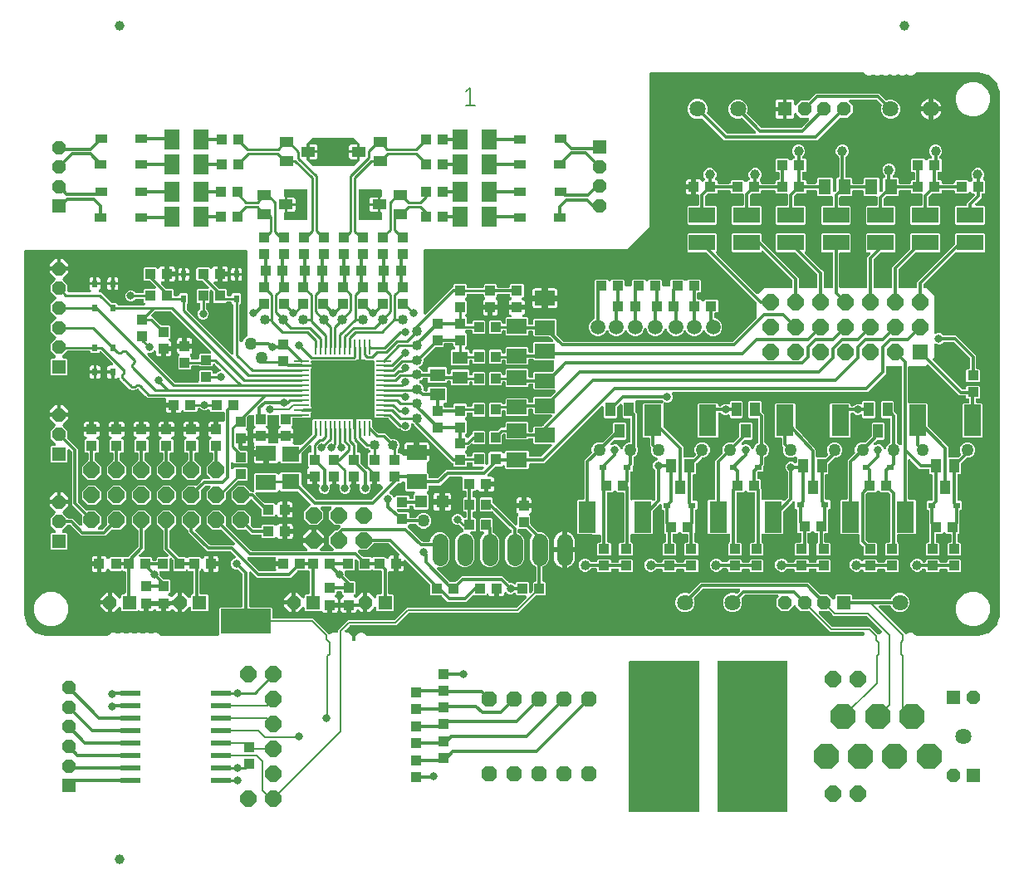
<source format=gbr>
G04 EAGLE Gerber RS-274X export*
G75*
%MOMM*%
%FSLAX34Y34*%
%LPD*%
%INTop Copper*%
%IPPOS*%
%AMOC8*
5,1,8,0,0,1.08239X$1,22.5*%
G01*
%ADD10C,0.152400*%
%ADD11C,1.000000*%
%ADD12R,2.000000X1.500000*%
%ADD13R,1.000000X1.100000*%
%ADD14R,1.100000X1.000000*%
%ADD15R,1.600000X1.300000*%
%ADD16R,1.803000X1.600000*%
%ADD17R,1.558800X0.280000*%
%ADD18R,0.280000X1.558800*%
%ADD19R,5.000000X5.000000*%
%ADD20C,0.909600*%
%ADD21R,1.800000X3.200000*%
%ADD22R,1.000000X1.400000*%
%ADD23R,1.500000X2.000000*%
%ADD24R,1.422400X1.422400*%
%ADD25P,1.539592X8X202.500000*%
%ADD26P,1.539592X8X22.500000*%
%ADD27R,1.400000X1.000000*%
%ADD28R,1.265400X0.857200*%
%ADD29C,1.016000*%
%ADD30R,2.700000X1.600000*%
%ADD31R,1.300000X1.600000*%
%ADD32P,1.759533X8X202.500000*%
%ADD33R,1.625600X1.625600*%
%ADD34P,1.759533X8X292.500000*%
%ADD35R,0.600000X0.800000*%
%ADD36P,1.539592X8X112.500000*%
%ADD37P,1.759533X8X22.500000*%
%ADD38R,1.080000X1.050000*%
%ADD39R,0.800000X0.600000*%
%ADD40C,1.270000*%
%ADD41R,1.270000X1.270000*%
%ADD42P,1.539592X8X292.500000*%
%ADD43C,1.625600*%
%ADD44R,2.540000X5.080000*%
%ADD45P,2.749271X8X22.500000*%
%ADD46R,5.080000X2.540000*%
%ADD47C,1.629600*%
%ADD48P,1.709743X8X112.500000*%
%ADD49P,1.759533X8X112.500000*%
%ADD50R,2.006600X0.609600*%
%ADD51C,0.279400*%
%ADD52C,0.808000*%
%ADD53C,0.304800*%
%ADD54C,0.203200*%
%ADD55C,0.228600*%
%ADD56C,1.508000*%
%ADD57C,1.008000*%

G36*
X338535Y247273D02*
X338535Y247273D01*
X338659Y247271D01*
X338708Y247282D01*
X338759Y247285D01*
X338878Y247319D01*
X339000Y247346D01*
X339045Y247367D01*
X339094Y247381D01*
X339202Y247442D01*
X339314Y247495D01*
X339354Y247527D01*
X339398Y247551D01*
X339584Y247710D01*
X340263Y248389D01*
X340342Y248488D01*
X340427Y248582D01*
X340450Y248624D01*
X340480Y248662D01*
X340534Y248776D01*
X340595Y248887D01*
X340608Y248934D01*
X340629Y248977D01*
X340655Y249101D01*
X340690Y249222D01*
X340695Y249283D01*
X340702Y249318D01*
X340701Y249366D01*
X340710Y249466D01*
X340710Y251633D01*
X341553Y253670D01*
X343112Y255228D01*
X345148Y256072D01*
X347352Y256072D01*
X349389Y255228D01*
X350962Y253655D01*
X350973Y253628D01*
X351029Y253548D01*
X351077Y253462D01*
X351128Y253405D01*
X351172Y253342D01*
X351245Y253277D01*
X351311Y253204D01*
X351374Y253160D01*
X351431Y253109D01*
X351517Y253061D01*
X351598Y253005D01*
X351669Y252977D01*
X351736Y252940D01*
X351830Y252914D01*
X351922Y252878D01*
X351997Y252866D01*
X352071Y252846D01*
X352220Y252834D01*
X352267Y252827D01*
X352286Y252828D01*
X352315Y252826D01*
X857686Y252826D01*
X857762Y252835D01*
X857838Y252834D01*
X857934Y252855D01*
X858032Y252866D01*
X858104Y252892D01*
X858178Y252908D01*
X858267Y252950D01*
X858360Y252983D01*
X858424Y253025D01*
X858493Y253058D01*
X858570Y253119D01*
X858653Y253172D01*
X858706Y253227D01*
X858766Y253275D01*
X858826Y253352D01*
X858895Y253423D01*
X858934Y253489D01*
X858981Y253549D01*
X859034Y253650D01*
X859234Y253851D01*
X859297Y253930D01*
X859367Y254002D01*
X859405Y254066D01*
X859451Y254124D01*
X859494Y254215D01*
X859546Y254301D01*
X859568Y254372D01*
X859600Y254439D01*
X859621Y254538D01*
X859652Y254633D01*
X859658Y254708D01*
X859673Y254780D01*
X859672Y254881D01*
X859680Y254981D01*
X859669Y255054D01*
X859667Y255129D01*
X859643Y255226D01*
X859628Y255325D01*
X859601Y255395D01*
X859582Y255467D01*
X859537Y255556D01*
X859499Y255649D01*
X859457Y255710D01*
X859423Y255776D01*
X859358Y255853D01*
X859300Y255935D01*
X859245Y255985D01*
X859197Y256042D01*
X859116Y256102D01*
X859042Y256169D01*
X858977Y256205D01*
X858917Y256249D01*
X858824Y256289D01*
X858737Y256337D01*
X858665Y256358D01*
X858597Y256387D01*
X858498Y256405D01*
X858401Y256432D01*
X858301Y256440D01*
X858254Y256449D01*
X858218Y256447D01*
X858157Y256452D01*
X824536Y256452D01*
X822602Y258386D01*
X803425Y277563D01*
X803404Y277579D01*
X803387Y277599D01*
X803268Y277687D01*
X803152Y277780D01*
X803128Y277791D01*
X803107Y277807D01*
X802971Y277865D01*
X802837Y277929D01*
X802811Y277934D01*
X802787Y277945D01*
X802641Y277971D01*
X802496Y278002D01*
X802470Y278001D01*
X802444Y278006D01*
X802296Y277998D01*
X802148Y277996D01*
X802122Y277990D01*
X802096Y277988D01*
X801954Y277947D01*
X801810Y277911D01*
X801802Y277907D01*
X794460Y277907D01*
X789115Y283252D01*
X789094Y283269D01*
X789077Y283289D01*
X788958Y283377D01*
X788842Y283469D01*
X788818Y283480D01*
X788797Y283496D01*
X788661Y283555D01*
X788527Y283618D01*
X788501Y283624D01*
X788477Y283634D01*
X788331Y283660D01*
X788186Y283691D01*
X788160Y283691D01*
X788134Y283696D01*
X787985Y283688D01*
X787837Y283685D01*
X787812Y283679D01*
X787786Y283678D01*
X787643Y283637D01*
X787499Y283600D01*
X787476Y283588D01*
X787451Y283581D01*
X787322Y283509D01*
X787190Y283441D01*
X787170Y283424D01*
X787147Y283411D01*
X786960Y283252D01*
X781615Y277907D01*
X774460Y277907D01*
X769401Y282966D01*
X769401Y290121D01*
X771287Y292007D01*
X771349Y292086D01*
X771419Y292158D01*
X771457Y292222D01*
X771503Y292280D01*
X771546Y292371D01*
X771598Y292457D01*
X771620Y292528D01*
X771652Y292595D01*
X771673Y292693D01*
X771704Y292789D01*
X771710Y292863D01*
X771726Y292936D01*
X771724Y293036D01*
X771732Y293136D01*
X771721Y293210D01*
X771720Y293284D01*
X771695Y293382D01*
X771680Y293481D01*
X771653Y293550D01*
X771635Y293622D01*
X771589Y293712D01*
X771552Y293805D01*
X771509Y293866D01*
X771475Y293932D01*
X771410Y294009D01*
X771353Y294091D01*
X771297Y294141D01*
X771249Y294198D01*
X771168Y294257D01*
X771094Y294325D01*
X771029Y294361D01*
X770969Y294405D01*
X770877Y294445D01*
X770789Y294493D01*
X770717Y294513D01*
X770649Y294543D01*
X770550Y294561D01*
X770453Y294588D01*
X770353Y294596D01*
X770306Y294604D01*
X770270Y294603D01*
X770210Y294608D01*
X737700Y294608D01*
X737574Y294593D01*
X737448Y294587D01*
X737402Y294573D01*
X737354Y294568D01*
X737235Y294525D01*
X737113Y294490D01*
X737071Y294466D01*
X737026Y294450D01*
X736919Y294381D01*
X736809Y294320D01*
X736763Y294281D01*
X736733Y294261D01*
X736699Y294226D01*
X736623Y294161D01*
X734079Y291618D01*
X734032Y291558D01*
X733977Y291505D01*
X733924Y291422D01*
X733863Y291345D01*
X733830Y291276D01*
X733789Y291211D01*
X733756Y291119D01*
X733714Y291030D01*
X733698Y290955D01*
X733672Y290883D01*
X733661Y290785D01*
X733641Y290689D01*
X733642Y290613D01*
X733633Y290537D01*
X733645Y290439D01*
X733647Y290341D01*
X733665Y290267D01*
X733674Y290191D01*
X733720Y290049D01*
X733732Y290003D01*
X733740Y289986D01*
X733749Y289958D01*
X734366Y288468D01*
X734366Y284620D01*
X732894Y281065D01*
X730173Y278344D01*
X726618Y276871D01*
X722770Y276871D01*
X719215Y278344D01*
X716494Y281065D01*
X715021Y284620D01*
X715021Y288468D01*
X716494Y292023D01*
X719215Y294744D01*
X722770Y296216D01*
X726618Y296216D01*
X728108Y295599D01*
X728181Y295578D01*
X728252Y295548D01*
X728348Y295531D01*
X728443Y295504D01*
X728519Y295500D01*
X728595Y295486D01*
X728693Y295491D01*
X728791Y295487D01*
X728866Y295500D01*
X728943Y295504D01*
X729037Y295531D01*
X729134Y295549D01*
X729204Y295580D01*
X729277Y295601D01*
X729363Y295649D01*
X729454Y295688D01*
X729515Y295734D01*
X729582Y295771D01*
X729695Y295868D01*
X729733Y295896D01*
X729746Y295911D01*
X729768Y295929D01*
X732196Y298357D01*
X732258Y298436D01*
X732328Y298508D01*
X732366Y298572D01*
X732412Y298630D01*
X732455Y298721D01*
X732507Y298807D01*
X732529Y298878D01*
X732561Y298945D01*
X732582Y299043D01*
X732613Y299139D01*
X732619Y299213D01*
X732635Y299286D01*
X732633Y299386D01*
X732641Y299486D01*
X732630Y299560D01*
X732629Y299634D01*
X732604Y299732D01*
X732589Y299831D01*
X732562Y299900D01*
X732544Y299972D01*
X732497Y300062D01*
X732460Y300155D01*
X732418Y300216D01*
X732384Y300282D01*
X732319Y300359D01*
X732262Y300441D01*
X732206Y300491D01*
X732158Y300548D01*
X732077Y300607D01*
X732003Y300675D01*
X731938Y300711D01*
X731878Y300755D01*
X731786Y300795D01*
X731698Y300843D01*
X731626Y300863D01*
X731558Y300893D01*
X731459Y300911D01*
X731362Y300938D01*
X731262Y300946D01*
X731215Y300954D01*
X731179Y300953D01*
X731119Y300958D01*
X695631Y300958D01*
X695506Y300943D01*
X695380Y300937D01*
X695333Y300923D01*
X695285Y300918D01*
X695166Y300875D01*
X695045Y300840D01*
X695003Y300816D01*
X694957Y300800D01*
X694851Y300731D01*
X694740Y300670D01*
X694694Y300631D01*
X694664Y300611D01*
X694631Y300576D01*
X694554Y300511D01*
X685661Y291618D01*
X685613Y291558D01*
X685558Y291505D01*
X685505Y291422D01*
X685444Y291345D01*
X685411Y291276D01*
X685370Y291211D01*
X685337Y291119D01*
X685295Y291030D01*
X685279Y290955D01*
X685253Y290883D01*
X685242Y290785D01*
X685222Y290689D01*
X685223Y290613D01*
X685215Y290537D01*
X685226Y290439D01*
X685228Y290341D01*
X685246Y290267D01*
X685255Y290191D01*
X685301Y290049D01*
X685313Y290003D01*
X685322Y289986D01*
X685331Y289958D01*
X685948Y288468D01*
X685948Y284620D01*
X684475Y281065D01*
X681754Y278344D01*
X678199Y276871D01*
X674351Y276871D01*
X670796Y278344D01*
X668075Y281065D01*
X666602Y284620D01*
X666602Y288468D01*
X668075Y292023D01*
X670796Y294744D01*
X674351Y296216D01*
X678199Y296216D01*
X679689Y295599D01*
X679763Y295578D01*
X679833Y295548D01*
X679930Y295531D01*
X680024Y295504D01*
X680101Y295500D01*
X680176Y295486D01*
X680274Y295491D01*
X680372Y295487D01*
X680448Y295500D01*
X680524Y295504D01*
X680618Y295531D01*
X680715Y295549D01*
X680785Y295580D01*
X680859Y295601D01*
X680945Y295649D01*
X681035Y295688D01*
X681096Y295734D01*
X681163Y295771D01*
X681277Y295868D01*
X681315Y295896D01*
X681327Y295911D01*
X681349Y295929D01*
X690243Y304823D01*
X692475Y307055D01*
X801838Y307055D01*
X813266Y295627D01*
X813365Y295548D01*
X813459Y295463D01*
X813501Y295440D01*
X813539Y295410D01*
X813653Y295356D01*
X813764Y295295D01*
X813811Y295282D01*
X813854Y295261D01*
X813978Y295235D01*
X814100Y295200D01*
X814160Y295195D01*
X814195Y295188D01*
X814243Y295189D01*
X814343Y295180D01*
X821615Y295180D01*
X826800Y289995D01*
X826879Y289933D01*
X826951Y289863D01*
X827015Y289825D01*
X827073Y289778D01*
X827164Y289735D01*
X827250Y289684D01*
X827321Y289661D01*
X827389Y289629D01*
X827487Y289608D01*
X827582Y289578D01*
X827657Y289572D01*
X827729Y289556D01*
X827830Y289558D01*
X827930Y289550D01*
X828003Y289561D01*
X828078Y289562D01*
X828175Y289587D01*
X828274Y289601D01*
X828343Y289629D01*
X828416Y289647D01*
X828505Y289693D01*
X828598Y289730D01*
X828659Y289773D01*
X828725Y289807D01*
X828802Y289872D01*
X828884Y289929D01*
X828934Y289984D01*
X828991Y290033D01*
X829051Y290113D01*
X829118Y290188D01*
X829154Y290253D01*
X829198Y290313D01*
X829238Y290405D01*
X829286Y290493D01*
X829307Y290565D01*
X829336Y290633D01*
X829354Y290732D01*
X829381Y290828D01*
X829389Y290928D01*
X829398Y290976D01*
X829396Y291012D01*
X829401Y291072D01*
X829401Y294287D01*
X830294Y295180D01*
X845781Y295180D01*
X846674Y294287D01*
X846674Y291116D01*
X846677Y291090D01*
X846675Y291064D01*
X846697Y290917D01*
X846714Y290770D01*
X846723Y290745D01*
X846727Y290719D01*
X846782Y290581D01*
X846832Y290441D01*
X846846Y290419D01*
X846856Y290395D01*
X846940Y290273D01*
X847021Y290149D01*
X847040Y290130D01*
X847054Y290109D01*
X847164Y290010D01*
X847271Y289906D01*
X847294Y289893D01*
X847313Y289875D01*
X847443Y289804D01*
X847570Y289728D01*
X847595Y289720D01*
X847618Y289707D01*
X847761Y289666D01*
X847902Y289621D01*
X847928Y289619D01*
X847954Y289612D01*
X848197Y289592D01*
X885125Y289592D01*
X885201Y289601D01*
X885278Y289600D01*
X885374Y289621D01*
X885472Y289632D01*
X885544Y289658D01*
X885618Y289674D01*
X885707Y289717D01*
X885800Y289750D01*
X885864Y289791D01*
X885933Y289824D01*
X886010Y289886D01*
X886092Y289939D01*
X886145Y289994D01*
X886205Y290041D01*
X886266Y290119D01*
X886335Y290190D01*
X886374Y290255D01*
X886421Y290315D01*
X886489Y290448D01*
X886513Y290489D01*
X886519Y290507D01*
X886533Y290533D01*
X887150Y292023D01*
X889871Y294744D01*
X893426Y296216D01*
X897274Y296216D01*
X900829Y294744D01*
X903550Y292023D01*
X905023Y288468D01*
X905023Y284620D01*
X903550Y281065D01*
X900829Y278344D01*
X897274Y276871D01*
X893426Y276871D01*
X889871Y278344D01*
X887150Y281065D01*
X886533Y282555D01*
X886496Y282621D01*
X886467Y282693D01*
X886411Y282773D01*
X886363Y282859D01*
X886312Y282916D01*
X886268Y282979D01*
X886195Y283044D01*
X886129Y283117D01*
X886066Y283161D01*
X886010Y283212D01*
X885923Y283260D01*
X885842Y283316D01*
X885771Y283344D01*
X885705Y283381D01*
X885610Y283407D01*
X885518Y283443D01*
X885443Y283455D01*
X885369Y283475D01*
X885220Y283487D01*
X885173Y283494D01*
X885154Y283493D01*
X885125Y283495D01*
X875304Y283495D01*
X875204Y283484D01*
X875104Y283482D01*
X875032Y283464D01*
X874958Y283455D01*
X874863Y283421D01*
X874766Y283397D01*
X874700Y283363D01*
X874630Y283338D01*
X874545Y283283D01*
X874456Y283237D01*
X874399Y283189D01*
X874337Y283149D01*
X874267Y283076D01*
X874191Y283011D01*
X874146Y282952D01*
X874095Y282898D01*
X874043Y282812D01*
X873983Y282731D01*
X873954Y282663D01*
X873916Y282599D01*
X873885Y282503D01*
X873845Y282411D01*
X873832Y282338D01*
X873810Y282267D01*
X873801Y282167D01*
X873784Y282068D01*
X873788Y281994D01*
X873782Y281920D01*
X873796Y281820D01*
X873802Y281720D01*
X873822Y281649D01*
X873833Y281575D01*
X873870Y281482D01*
X873898Y281385D01*
X873935Y281320D01*
X873962Y281251D01*
X874019Y281169D01*
X874068Y281081D01*
X874133Y281004D01*
X874161Y280965D01*
X874187Y280941D01*
X874227Y280895D01*
X899131Y255990D01*
X900425Y254696D01*
X900446Y254680D01*
X900463Y254660D01*
X900582Y254572D01*
X900698Y254480D01*
X900722Y254468D01*
X900743Y254453D01*
X900879Y254394D01*
X901013Y254331D01*
X901039Y254325D01*
X901063Y254315D01*
X901210Y254288D01*
X901354Y254257D01*
X901380Y254258D01*
X901406Y254253D01*
X901555Y254261D01*
X901703Y254263D01*
X901728Y254270D01*
X901754Y254271D01*
X901897Y254312D01*
X902041Y254348D01*
X902064Y254360D01*
X902089Y254368D01*
X902219Y254440D01*
X902350Y254508D01*
X902370Y254525D01*
X902393Y254538D01*
X902580Y254696D01*
X903112Y255228D01*
X905148Y256072D01*
X907352Y256072D01*
X909389Y255228D01*
X910962Y253655D01*
X910973Y253628D01*
X911029Y253548D01*
X911077Y253462D01*
X911128Y253405D01*
X911172Y253342D01*
X911245Y253277D01*
X911311Y253204D01*
X911374Y253160D01*
X911431Y253109D01*
X911517Y253061D01*
X911598Y253005D01*
X911669Y252977D01*
X911736Y252940D01*
X911830Y252914D01*
X911922Y252878D01*
X911997Y252866D01*
X912071Y252846D01*
X912220Y252834D01*
X912267Y252827D01*
X912286Y252828D01*
X912315Y252826D01*
X975000Y252826D01*
X975042Y252831D01*
X975119Y252831D01*
X978355Y253085D01*
X978411Y253096D01*
X978468Y253099D01*
X978679Y253149D01*
X978697Y253152D01*
X978701Y253154D01*
X978706Y253155D01*
X984860Y255155D01*
X984966Y255203D01*
X985076Y255244D01*
X985140Y255283D01*
X985177Y255300D01*
X985212Y255327D01*
X985285Y255371D01*
X990520Y259175D01*
X990606Y259254D01*
X990698Y259326D01*
X990746Y259382D01*
X990776Y259410D01*
X990802Y259447D01*
X990857Y259512D01*
X994660Y264746D01*
X994718Y264848D01*
X994782Y264945D01*
X994811Y265014D01*
X994831Y265050D01*
X994844Y265093D01*
X994876Y265171D01*
X996876Y271325D01*
X996887Y271381D01*
X996907Y271435D01*
X996941Y271649D01*
X996945Y271667D01*
X996945Y271671D01*
X996946Y271676D01*
X997201Y274912D01*
X997199Y274954D01*
X997205Y275031D01*
X997205Y805031D01*
X997200Y805073D01*
X997201Y805151D01*
X996946Y808386D01*
X996935Y808442D01*
X996933Y808499D01*
X996883Y808710D01*
X996879Y808728D01*
X996877Y808732D01*
X996876Y808737D01*
X994876Y814891D01*
X994828Y814998D01*
X994788Y815107D01*
X994749Y815171D01*
X994732Y815208D01*
X994704Y815243D01*
X994660Y815316D01*
X990857Y820551D01*
X990778Y820637D01*
X990705Y820729D01*
X990649Y820777D01*
X990621Y820808D01*
X990584Y820833D01*
X990520Y820888D01*
X985285Y824691D01*
X985183Y824749D01*
X985086Y824814D01*
X985017Y824842D01*
X984981Y824863D01*
X984938Y824875D01*
X984860Y824908D01*
X978706Y826907D01*
X978650Y826919D01*
X978596Y826938D01*
X978383Y826973D01*
X978364Y826976D01*
X978360Y826976D01*
X978355Y826977D01*
X975120Y827232D01*
X975077Y827230D01*
X975000Y827237D01*
X912315Y827237D01*
X912239Y827228D01*
X912162Y827229D01*
X912066Y827208D01*
X911968Y827197D01*
X911896Y827171D01*
X911822Y827155D01*
X911733Y827112D01*
X911640Y827079D01*
X911576Y827038D01*
X911507Y827005D01*
X911430Y826943D01*
X911348Y826890D01*
X911294Y826835D01*
X911235Y826787D01*
X911174Y826710D01*
X911105Y826639D01*
X911066Y826574D01*
X911019Y826514D01*
X910967Y826412D01*
X909389Y824834D01*
X907352Y823991D01*
X905148Y823991D01*
X904012Y824461D01*
X903112Y824834D01*
X903077Y824868D01*
X903057Y824885D01*
X903040Y824905D01*
X902921Y824992D01*
X902804Y825085D01*
X902780Y825096D01*
X902759Y825112D01*
X902624Y825170D01*
X902489Y825234D01*
X902463Y825239D01*
X902439Y825250D01*
X902293Y825276D01*
X902149Y825307D01*
X902122Y825307D01*
X902096Y825312D01*
X901948Y825304D01*
X901800Y825301D01*
X901775Y825295D01*
X901748Y825294D01*
X901606Y825253D01*
X901462Y825216D01*
X901439Y825204D01*
X901413Y825197D01*
X901284Y825125D01*
X901152Y825057D01*
X901132Y825040D01*
X901109Y825027D01*
X900923Y824868D01*
X900889Y824834D01*
X898852Y823991D01*
X896648Y823991D01*
X895512Y824461D01*
X894612Y824834D01*
X894577Y824868D01*
X894557Y824885D01*
X894540Y824905D01*
X894421Y824992D01*
X894304Y825085D01*
X894280Y825096D01*
X894259Y825112D01*
X894124Y825170D01*
X893989Y825234D01*
X893963Y825239D01*
X893939Y825250D01*
X893793Y825276D01*
X893649Y825307D01*
X893622Y825307D01*
X893596Y825312D01*
X893448Y825304D01*
X893300Y825301D01*
X893275Y825295D01*
X893248Y825294D01*
X893106Y825253D01*
X892962Y825216D01*
X892939Y825204D01*
X892913Y825197D01*
X892784Y825125D01*
X892652Y825057D01*
X892632Y825040D01*
X892609Y825027D01*
X892423Y824868D01*
X892389Y824834D01*
X890352Y823991D01*
X888148Y823991D01*
X887012Y824461D01*
X886112Y824834D01*
X886077Y824868D01*
X886057Y824885D01*
X886040Y824905D01*
X885921Y824992D01*
X885804Y825085D01*
X885780Y825096D01*
X885759Y825112D01*
X885624Y825170D01*
X885489Y825234D01*
X885463Y825239D01*
X885439Y825250D01*
X885293Y825276D01*
X885148Y825307D01*
X885122Y825307D01*
X885096Y825312D01*
X884948Y825304D01*
X884800Y825301D01*
X884774Y825295D01*
X884748Y825294D01*
X884606Y825253D01*
X884462Y825216D01*
X884439Y825204D01*
X884413Y825197D01*
X884284Y825125D01*
X884152Y825057D01*
X884132Y825040D01*
X884109Y825027D01*
X883923Y824868D01*
X883889Y824834D01*
X881852Y823991D01*
X879648Y823991D01*
X878512Y824461D01*
X877612Y824834D01*
X877577Y824868D01*
X877557Y824885D01*
X877540Y824905D01*
X877421Y824992D01*
X877304Y825085D01*
X877280Y825096D01*
X877259Y825112D01*
X877124Y825170D01*
X876989Y825234D01*
X876963Y825239D01*
X876939Y825250D01*
X876793Y825276D01*
X876648Y825307D01*
X876622Y825307D01*
X876596Y825312D01*
X876448Y825304D01*
X876300Y825301D01*
X876274Y825295D01*
X876248Y825294D01*
X876106Y825253D01*
X875962Y825216D01*
X875939Y825204D01*
X875913Y825197D01*
X875784Y825125D01*
X875652Y825057D01*
X875632Y825040D01*
X875609Y825027D01*
X875423Y824868D01*
X875389Y824834D01*
X873352Y823991D01*
X871148Y823991D01*
X870012Y824461D01*
X869112Y824834D01*
X869077Y824868D01*
X869057Y824885D01*
X869040Y824905D01*
X868921Y824992D01*
X868804Y825085D01*
X868780Y825096D01*
X868759Y825112D01*
X868624Y825170D01*
X868489Y825234D01*
X868463Y825239D01*
X868439Y825250D01*
X868293Y825276D01*
X868148Y825307D01*
X868122Y825307D01*
X868096Y825312D01*
X867948Y825304D01*
X867800Y825301D01*
X867774Y825295D01*
X867748Y825294D01*
X867606Y825253D01*
X867462Y825216D01*
X867439Y825204D01*
X867413Y825197D01*
X867284Y825125D01*
X867152Y825057D01*
X867132Y825040D01*
X867109Y825027D01*
X866923Y824868D01*
X866889Y824834D01*
X864852Y823991D01*
X862648Y823991D01*
X861512Y824461D01*
X860611Y824834D01*
X859038Y826408D01*
X859027Y826434D01*
X858971Y826515D01*
X858924Y826601D01*
X858872Y826657D01*
X858829Y826720D01*
X858756Y826786D01*
X858689Y826859D01*
X858627Y826902D01*
X858570Y826954D01*
X858484Y827001D01*
X858403Y827057D01*
X858332Y827085D01*
X858265Y827122D01*
X858170Y827149D01*
X858079Y827185D01*
X858003Y827196D01*
X857929Y827217D01*
X857781Y827229D01*
X857734Y827236D01*
X857715Y827234D01*
X857686Y827237D01*
X641350Y827237D01*
X641324Y827234D01*
X641298Y827236D01*
X641151Y827214D01*
X641004Y827197D01*
X640979Y827188D01*
X640953Y827184D01*
X640815Y827129D01*
X640676Y827079D01*
X640654Y827065D01*
X640629Y827055D01*
X640508Y826971D01*
X640383Y826890D01*
X640365Y826871D01*
X640343Y826856D01*
X640244Y826746D01*
X640141Y826639D01*
X640127Y826617D01*
X640110Y826597D01*
X640038Y826468D01*
X639962Y826340D01*
X639954Y826315D01*
X639941Y826292D01*
X639901Y826150D01*
X639856Y826008D01*
X639854Y825982D01*
X639846Y825957D01*
X639827Y825713D01*
X639827Y669762D01*
X616907Y646842D01*
X411163Y646842D01*
X411136Y646839D01*
X411110Y646841D01*
X410964Y646819D01*
X410816Y646802D01*
X410792Y646793D01*
X410766Y646789D01*
X410628Y646735D01*
X410488Y646685D01*
X410466Y646670D01*
X410442Y646661D01*
X410320Y646576D01*
X410195Y646496D01*
X410177Y646477D01*
X410156Y646462D01*
X410057Y646352D01*
X409953Y646245D01*
X409940Y646222D01*
X409922Y646203D01*
X409850Y646073D01*
X409774Y645946D01*
X409766Y645921D01*
X409754Y645898D01*
X409713Y645755D01*
X409668Y645614D01*
X409666Y645588D01*
X409659Y645563D01*
X409639Y645319D01*
X409639Y581877D01*
X409651Y581777D01*
X409652Y581677D01*
X409671Y581605D01*
X409679Y581531D01*
X409713Y581437D01*
X409737Y581339D01*
X409772Y581273D01*
X409797Y581203D01*
X409851Y581119D01*
X409897Y581029D01*
X409945Y580973D01*
X409986Y580910D01*
X410058Y580840D01*
X410123Y580764D01*
X410183Y580720D01*
X410236Y580668D01*
X410322Y580616D01*
X410403Y580557D01*
X410472Y580527D01*
X410535Y580489D01*
X410631Y580458D01*
X410723Y580419D01*
X410796Y580406D01*
X410867Y580383D01*
X410967Y580375D01*
X411066Y580357D01*
X411141Y580361D01*
X411215Y580355D01*
X411314Y580370D01*
X411414Y580375D01*
X411486Y580396D01*
X411559Y580407D01*
X411653Y580444D01*
X411749Y580472D01*
X411814Y580508D01*
X411883Y580535D01*
X411966Y580593D01*
X412053Y580642D01*
X412130Y580707D01*
X412169Y580734D01*
X412193Y580761D01*
X412240Y580800D01*
X439128Y607689D01*
X439179Y607695D01*
X439204Y607704D01*
X439230Y607708D01*
X439368Y607762D01*
X439508Y607812D01*
X439530Y607827D01*
X439554Y607836D01*
X439676Y607921D01*
X439800Y608001D01*
X439819Y608020D01*
X439840Y608035D01*
X439939Y608145D01*
X440043Y608252D01*
X440056Y608275D01*
X440074Y608294D01*
X440145Y608424D01*
X440221Y608551D01*
X440229Y608576D01*
X440242Y608599D01*
X440283Y608742D01*
X440328Y608883D01*
X440330Y608909D01*
X440337Y608934D01*
X440357Y609178D01*
X440357Y610738D01*
X441250Y611631D01*
X452513Y611631D01*
X453406Y610738D01*
X453406Y609051D01*
X453409Y609025D01*
X453407Y608999D01*
X453429Y608852D01*
X453446Y608705D01*
X453455Y608680D01*
X453459Y608654D01*
X453513Y608517D01*
X453563Y608377D01*
X453578Y608355D01*
X453587Y608330D01*
X453672Y608209D01*
X453752Y608084D01*
X453771Y608066D01*
X453786Y608044D01*
X453896Y607945D01*
X454003Y607842D01*
X454026Y607828D01*
X454045Y607811D01*
X454175Y607739D01*
X454302Y607663D01*
X454327Y607655D01*
X454350Y607642D01*
X454493Y607602D01*
X454634Y607557D01*
X454660Y607555D01*
X454685Y607548D01*
X454929Y607528D01*
X469790Y607528D01*
X469816Y607531D01*
X469842Y607529D01*
X469988Y607551D01*
X470136Y607568D01*
X470160Y607577D01*
X470186Y607581D01*
X470324Y607635D01*
X470464Y607685D01*
X470486Y607700D01*
X470510Y607709D01*
X470632Y607794D01*
X470757Y607874D01*
X470775Y607893D01*
X470796Y607908D01*
X470895Y608018D01*
X470999Y608125D01*
X471012Y608148D01*
X471030Y608167D01*
X471102Y608297D01*
X471178Y608424D01*
X471186Y608449D01*
X471198Y608472D01*
X471239Y608615D01*
X471284Y608756D01*
X471286Y608782D01*
X471293Y608807D01*
X471313Y609051D01*
X471313Y610738D01*
X472206Y611631D01*
X483469Y611631D01*
X484362Y610738D01*
X484362Y609178D01*
X484365Y609152D01*
X484363Y609126D01*
X484385Y608979D01*
X484402Y608832D01*
X484411Y608807D01*
X484415Y608781D01*
X484470Y608644D01*
X484520Y608504D01*
X484534Y608482D01*
X484544Y608457D01*
X484628Y608336D01*
X484709Y608211D01*
X484728Y608193D01*
X484742Y608171D01*
X484852Y608072D01*
X484959Y607969D01*
X484982Y607955D01*
X485001Y607938D01*
X485131Y607866D01*
X485258Y607790D01*
X485283Y607782D01*
X485306Y607769D01*
X485449Y607729D01*
X485590Y607684D01*
X485616Y607682D01*
X485642Y607675D01*
X485885Y607655D01*
X496277Y607655D01*
X496303Y607658D01*
X496329Y607656D01*
X496476Y607678D01*
X496623Y607695D01*
X496648Y607704D01*
X496674Y607708D01*
X496812Y607762D01*
X496951Y607812D01*
X496973Y607827D01*
X496998Y607836D01*
X497119Y607921D01*
X497244Y608001D01*
X497262Y608020D01*
X497284Y608035D01*
X497383Y608145D01*
X497486Y608252D01*
X497500Y608275D01*
X497517Y608294D01*
X497589Y608424D01*
X497665Y608551D01*
X497673Y608576D01*
X497686Y608599D01*
X497726Y608742D01*
X497771Y608883D01*
X497773Y608909D01*
X497781Y608934D01*
X497800Y609178D01*
X497800Y610238D01*
X498693Y611131D01*
X510957Y611131D01*
X511850Y610238D01*
X511850Y598975D01*
X510908Y598033D01*
X510791Y597991D01*
X510648Y597945D01*
X510627Y597933D01*
X510604Y597924D01*
X510478Y597843D01*
X510349Y597766D01*
X510332Y597749D01*
X510311Y597735D01*
X510207Y597627D01*
X510099Y597523D01*
X510086Y597502D01*
X510069Y597484D01*
X509992Y597356D01*
X509911Y597230D01*
X509902Y597207D01*
X509890Y597185D01*
X509844Y597043D01*
X509794Y596902D01*
X509791Y596877D01*
X509783Y596853D01*
X509771Y596704D01*
X509755Y596555D01*
X509757Y596531D01*
X509755Y596506D01*
X509778Y596358D01*
X509795Y596209D01*
X509803Y596186D01*
X509807Y596161D01*
X509862Y596022D01*
X509913Y595881D01*
X509927Y595861D01*
X509936Y595838D01*
X510021Y595715D01*
X510103Y595589D01*
X510121Y595572D01*
X510135Y595551D01*
X510246Y595451D01*
X510354Y595347D01*
X510375Y595335D01*
X510394Y595318D01*
X510525Y595245D01*
X510653Y595169D01*
X510681Y595159D01*
X510699Y595149D01*
X510744Y595136D01*
X510884Y595087D01*
X511306Y594974D01*
X511885Y594639D01*
X512358Y594166D01*
X512693Y593587D01*
X512866Y592941D01*
X512866Y590106D01*
X505801Y590106D01*
X505775Y590103D01*
X505749Y590105D01*
X505602Y590083D01*
X505455Y590066D01*
X505430Y590057D01*
X505404Y590053D01*
X505267Y589998D01*
X505127Y589948D01*
X505105Y589934D01*
X505080Y589924D01*
X504959Y589840D01*
X504834Y589759D01*
X504822Y589746D01*
X504775Y589792D01*
X504752Y589805D01*
X504733Y589823D01*
X504603Y589894D01*
X504476Y589970D01*
X504451Y589978D01*
X504428Y589991D01*
X504285Y590032D01*
X504144Y590077D01*
X504118Y590079D01*
X504093Y590086D01*
X503849Y590106D01*
X496784Y590106D01*
X496784Y592941D01*
X496957Y593587D01*
X497292Y594166D01*
X497765Y594639D01*
X498344Y594974D01*
X498766Y595087D01*
X498906Y595142D01*
X499046Y595192D01*
X499067Y595206D01*
X499090Y595215D01*
X499214Y595300D01*
X499339Y595381D01*
X499357Y595399D01*
X499377Y595413D01*
X499477Y595524D01*
X499581Y595632D01*
X499594Y595653D01*
X499611Y595672D01*
X499684Y595803D01*
X499760Y595931D01*
X499768Y595955D01*
X499780Y595977D01*
X499821Y596120D01*
X499867Y596263D01*
X499869Y596288D01*
X499875Y596312D01*
X499883Y596462D01*
X499895Y596610D01*
X499891Y596635D01*
X499892Y596660D01*
X499865Y596807D01*
X499843Y596955D01*
X499834Y596978D01*
X499829Y597003D01*
X499769Y597140D01*
X499714Y597279D01*
X499700Y597299D01*
X499690Y597322D01*
X499600Y597443D01*
X499515Y597565D01*
X499497Y597582D01*
X499482Y597602D01*
X499367Y597699D01*
X499256Y597799D01*
X499235Y597811D01*
X499216Y597827D01*
X499082Y597895D01*
X498951Y597967D01*
X498927Y597974D01*
X498905Y597985D01*
X498760Y598021D01*
X498751Y598024D01*
X497800Y598975D01*
X497800Y600034D01*
X497797Y600060D01*
X497799Y600086D01*
X497777Y600233D01*
X497760Y600380D01*
X497752Y600405D01*
X497748Y600431D01*
X497693Y600569D01*
X497643Y600709D01*
X497629Y600731D01*
X497619Y600755D01*
X497534Y600877D01*
X497454Y601001D01*
X497435Y601020D01*
X497420Y601041D01*
X497310Y601140D01*
X497203Y601244D01*
X497181Y601257D01*
X497161Y601275D01*
X497031Y601346D01*
X496904Y601422D01*
X496879Y601430D01*
X496856Y601443D01*
X496713Y601484D01*
X496572Y601529D01*
X496546Y601531D01*
X496521Y601538D01*
X496277Y601558D01*
X485885Y601558D01*
X485859Y601555D01*
X485833Y601557D01*
X485687Y601535D01*
X485539Y601518D01*
X485515Y601509D01*
X485489Y601505D01*
X485351Y601450D01*
X485211Y601400D01*
X485189Y601386D01*
X485165Y601376D01*
X485043Y601292D01*
X484918Y601211D01*
X484900Y601192D01*
X484879Y601177D01*
X484780Y601067D01*
X484676Y600960D01*
X484663Y600938D01*
X484645Y600918D01*
X484573Y600788D01*
X484497Y600661D01*
X484489Y600636D01*
X484477Y600613D01*
X484436Y600471D01*
X484391Y600329D01*
X484389Y600303D01*
X484382Y600278D01*
X484362Y600034D01*
X484362Y598475D01*
X483664Y597777D01*
X483633Y597737D01*
X483595Y597703D01*
X483525Y597601D01*
X483448Y597504D01*
X483426Y597458D01*
X483397Y597416D01*
X483352Y597301D01*
X483299Y597189D01*
X483288Y597139D01*
X483269Y597091D01*
X483251Y596969D01*
X483225Y596848D01*
X483226Y596797D01*
X483219Y596747D01*
X483229Y596623D01*
X483231Y596500D01*
X483244Y596450D01*
X483248Y596399D01*
X483286Y596282D01*
X483316Y596162D01*
X483340Y596116D01*
X483355Y596068D01*
X483419Y595962D01*
X483476Y595852D01*
X483509Y595813D01*
X483535Y595769D01*
X483622Y595681D01*
X483702Y595586D01*
X483743Y595556D01*
X483778Y595519D01*
X483980Y595381D01*
X484398Y595139D01*
X484871Y594666D01*
X485205Y594087D01*
X485378Y593441D01*
X485378Y590106D01*
X478814Y590106D01*
X478788Y590103D01*
X478761Y590105D01*
X478615Y590083D01*
X478467Y590066D01*
X478443Y590057D01*
X478417Y590053D01*
X478279Y589998D01*
X478139Y589948D01*
X478117Y589934D01*
X478093Y589924D01*
X477971Y589840D01*
X477847Y589759D01*
X477834Y589746D01*
X477788Y589792D01*
X477765Y589805D01*
X477746Y589823D01*
X477616Y589894D01*
X477488Y589970D01*
X477463Y589978D01*
X477440Y589991D01*
X477298Y590032D01*
X477156Y590077D01*
X477130Y590079D01*
X477105Y590086D01*
X476861Y590106D01*
X470297Y590106D01*
X470297Y593441D01*
X470470Y594087D01*
X470804Y594666D01*
X471277Y595139D01*
X471695Y595381D01*
X471736Y595411D01*
X471782Y595434D01*
X471876Y595515D01*
X471975Y595588D01*
X472008Y595627D01*
X472047Y595660D01*
X472120Y595760D01*
X472200Y595854D01*
X472224Y595899D01*
X472254Y595940D01*
X472303Y596054D01*
X472360Y596164D01*
X472372Y596214D01*
X472392Y596260D01*
X472414Y596382D01*
X472444Y596502D01*
X472445Y596553D01*
X472454Y596603D01*
X472447Y596727D01*
X472449Y596851D01*
X472438Y596901D01*
X472436Y596952D01*
X472402Y597070D01*
X472375Y597191D01*
X472353Y597237D01*
X472339Y597286D01*
X472279Y597394D01*
X472226Y597506D01*
X472194Y597546D01*
X472169Y597591D01*
X472011Y597777D01*
X471313Y598475D01*
X471313Y600161D01*
X471310Y600187D01*
X471312Y600213D01*
X471290Y600360D01*
X471273Y600507D01*
X471264Y600532D01*
X471260Y600558D01*
X471205Y600696D01*
X471155Y600836D01*
X471141Y600858D01*
X471131Y600882D01*
X471047Y601004D01*
X470966Y601128D01*
X470947Y601147D01*
X470933Y601168D01*
X470823Y601267D01*
X470716Y601371D01*
X470693Y601384D01*
X470674Y601402D01*
X470544Y601473D01*
X470417Y601549D01*
X470392Y601557D01*
X470369Y601570D01*
X470226Y601611D01*
X470085Y601656D01*
X470059Y601658D01*
X470033Y601665D01*
X469790Y601685D01*
X454929Y601685D01*
X454903Y601682D01*
X454877Y601684D01*
X454730Y601662D01*
X454583Y601645D01*
X454558Y601636D01*
X454532Y601632D01*
X454395Y601577D01*
X454255Y601527D01*
X454233Y601513D01*
X454208Y601503D01*
X454087Y601419D01*
X453962Y601338D01*
X453944Y601319D01*
X453922Y601304D01*
X453823Y601194D01*
X453720Y601087D01*
X453706Y601065D01*
X453689Y601045D01*
X453617Y600916D01*
X453541Y600788D01*
X453533Y600763D01*
X453520Y600740D01*
X453480Y600598D01*
X453435Y600456D01*
X453433Y600430D01*
X453426Y600405D01*
X453406Y600161D01*
X453406Y598475D01*
X452115Y597183D01*
X452098Y597163D01*
X452078Y597146D01*
X451990Y597027D01*
X451898Y596910D01*
X451887Y596887D01*
X451871Y596866D01*
X451812Y596729D01*
X451749Y596595D01*
X451744Y596570D01*
X451733Y596546D01*
X451707Y596399D01*
X451676Y596255D01*
X451676Y596228D01*
X451672Y596203D01*
X451679Y596054D01*
X451682Y595906D01*
X451688Y595881D01*
X451689Y595854D01*
X451731Y595712D01*
X451767Y595568D01*
X451779Y595545D01*
X451786Y595520D01*
X451859Y595390D01*
X451861Y595385D01*
X451868Y595367D01*
X451876Y595355D01*
X451926Y595258D01*
X451943Y595238D01*
X451956Y595215D01*
X452052Y595103D01*
X452067Y595081D01*
X452082Y595068D01*
X452115Y595029D01*
X453406Y593738D01*
X453406Y581475D01*
X452446Y580515D01*
X452430Y580494D01*
X452410Y580477D01*
X452321Y580357D01*
X452229Y580242D01*
X452218Y580218D01*
X452202Y580197D01*
X452144Y580061D01*
X452080Y579926D01*
X452075Y579901D01*
X452064Y579877D01*
X452038Y579730D01*
X452007Y579586D01*
X452007Y579560D01*
X452003Y579534D01*
X452010Y579385D01*
X452013Y579237D01*
X452019Y579212D01*
X452021Y579186D01*
X452062Y579043D01*
X452098Y578899D01*
X452110Y578876D01*
X452117Y578851D01*
X452190Y578721D01*
X452258Y578590D01*
X452275Y578570D01*
X452287Y578547D01*
X452446Y578360D01*
X453406Y577400D01*
X453406Y571976D01*
X453409Y571950D01*
X453407Y571924D01*
X453429Y571777D01*
X453446Y571630D01*
X453455Y571605D01*
X453459Y571579D01*
X453513Y571442D01*
X453563Y571302D01*
X453578Y571280D01*
X453587Y571255D01*
X453672Y571134D01*
X453752Y571009D01*
X453771Y570991D01*
X453786Y570969D01*
X453896Y570870D01*
X454003Y570767D01*
X454026Y570753D01*
X454045Y570736D01*
X454175Y570664D01*
X454302Y570588D01*
X454327Y570580D01*
X454350Y570567D01*
X454493Y570527D01*
X454634Y570482D01*
X454660Y570480D01*
X454685Y570473D01*
X454929Y570453D01*
X458115Y570453D01*
X458141Y570456D01*
X458167Y570454D01*
X458313Y570476D01*
X458461Y570493D01*
X458485Y570502D01*
X458511Y570506D01*
X458649Y570560D01*
X458789Y570610D01*
X458811Y570625D01*
X458835Y570634D01*
X458957Y570719D01*
X459082Y570799D01*
X459100Y570818D01*
X459121Y570833D01*
X459220Y570943D01*
X459324Y571050D01*
X459337Y571073D01*
X459355Y571092D01*
X459427Y571222D01*
X459503Y571349D01*
X459511Y571374D01*
X459523Y571397D01*
X459564Y571540D01*
X459609Y571681D01*
X459611Y571707D01*
X459618Y571732D01*
X459638Y571976D01*
X459638Y573663D01*
X460531Y574556D01*
X471794Y574556D01*
X472687Y573663D01*
X472687Y561400D01*
X471794Y560507D01*
X460531Y560507D01*
X459638Y561400D01*
X459638Y563086D01*
X459635Y563112D01*
X459637Y563138D01*
X459615Y563285D01*
X459598Y563432D01*
X459589Y563457D01*
X459585Y563483D01*
X459530Y563621D01*
X459480Y563761D01*
X459466Y563783D01*
X459456Y563807D01*
X459372Y563929D01*
X459291Y564053D01*
X459272Y564072D01*
X459258Y564093D01*
X459148Y564192D01*
X459041Y564296D01*
X459018Y564309D01*
X458999Y564327D01*
X458869Y564398D01*
X458742Y564474D01*
X458717Y564482D01*
X458694Y564495D01*
X458551Y564536D01*
X458410Y564581D01*
X458384Y564583D01*
X458358Y564590D01*
X458115Y564610D01*
X453509Y564610D01*
X453384Y564595D01*
X453257Y564589D01*
X453211Y564575D01*
X453163Y564570D01*
X453044Y564527D01*
X452923Y564492D01*
X452880Y564468D01*
X452835Y564452D01*
X452729Y564384D01*
X452618Y564322D01*
X452572Y564282D01*
X452542Y564263D01*
X452509Y564228D01*
X452432Y564163D01*
X452115Y563846D01*
X452098Y563825D01*
X452078Y563808D01*
X451990Y563689D01*
X451898Y563573D01*
X451887Y563549D01*
X451871Y563528D01*
X451812Y563392D01*
X451749Y563258D01*
X451744Y563232D01*
X451733Y563208D01*
X451707Y563062D01*
X451676Y562917D01*
X451676Y562891D01*
X451672Y562865D01*
X451679Y562716D01*
X451682Y562569D01*
X451688Y562543D01*
X451689Y562517D01*
X451730Y562375D01*
X451767Y562231D01*
X451779Y562207D01*
X451786Y562182D01*
X451858Y562053D01*
X451926Y561921D01*
X451943Y561901D01*
X451956Y561878D01*
X452115Y561692D01*
X453406Y560400D01*
X453406Y548137D01*
X452150Y546881D01*
X452088Y546803D01*
X452018Y546730D01*
X451980Y546667D01*
X451933Y546608D01*
X451891Y546518D01*
X451839Y546431D01*
X451816Y546361D01*
X451785Y546293D01*
X451763Y546195D01*
X451733Y546099D01*
X451727Y546025D01*
X451711Y545953D01*
X451713Y545852D01*
X451705Y545752D01*
X451716Y545678D01*
X451717Y545604D01*
X451742Y545507D01*
X451757Y545407D01*
X451784Y545338D01*
X451802Y545266D01*
X451848Y545177D01*
X451885Y545083D01*
X451928Y545022D01*
X451962Y544956D01*
X452027Y544880D01*
X452084Y544797D01*
X452139Y544748D01*
X452188Y544691D01*
X452268Y544631D01*
X452343Y544564D01*
X452408Y544528D01*
X452468Y544484D01*
X452560Y544444D01*
X452648Y544395D01*
X452720Y544375D01*
X452788Y544346D01*
X452887Y544328D01*
X452983Y544301D01*
X453083Y544293D01*
X453131Y544284D01*
X453167Y544286D01*
X453227Y544281D01*
X455513Y544281D01*
X456406Y543388D01*
X456406Y541814D01*
X456409Y541788D01*
X456407Y541762D01*
X456429Y541615D01*
X456446Y541468D01*
X456455Y541443D01*
X456459Y541417D01*
X456513Y541279D01*
X456563Y541139D01*
X456578Y541117D01*
X456587Y541093D01*
X456672Y540971D01*
X456752Y540847D01*
X456771Y540828D01*
X456786Y540807D01*
X456896Y540708D01*
X457003Y540604D01*
X457026Y540591D01*
X457045Y540573D01*
X457175Y540502D01*
X457302Y540426D01*
X457327Y540418D01*
X457350Y540405D01*
X457493Y540364D01*
X457634Y540319D01*
X457660Y540317D01*
X457685Y540310D01*
X457929Y540290D01*
X458115Y540290D01*
X458141Y540293D01*
X458167Y540291D01*
X458313Y540313D01*
X458461Y540330D01*
X458485Y540339D01*
X458511Y540343D01*
X458649Y540398D01*
X458789Y540448D01*
X458811Y540462D01*
X458835Y540472D01*
X458957Y540556D01*
X459082Y540637D01*
X459100Y540656D01*
X459121Y540671D01*
X459220Y540781D01*
X459324Y540888D01*
X459337Y540910D01*
X459355Y540930D01*
X459427Y541059D01*
X459503Y541187D01*
X459511Y541212D01*
X459523Y541235D01*
X459564Y541377D01*
X459609Y541519D01*
X459611Y541545D01*
X459618Y541570D01*
X459638Y541814D01*
X459638Y543500D01*
X460531Y544393D01*
X471794Y544393D01*
X472687Y543500D01*
X472687Y531237D01*
X471794Y530344D01*
X460531Y530344D01*
X459638Y531237D01*
X459638Y532924D01*
X459635Y532950D01*
X459637Y532976D01*
X459615Y533123D01*
X459598Y533270D01*
X459589Y533295D01*
X459585Y533321D01*
X459530Y533458D01*
X459480Y533598D01*
X459466Y533620D01*
X459456Y533645D01*
X459372Y533766D01*
X459291Y533891D01*
X459272Y533909D01*
X459258Y533931D01*
X459148Y534030D01*
X459041Y534133D01*
X459018Y534147D01*
X458999Y534164D01*
X458869Y534236D01*
X458742Y534312D01*
X458717Y534320D01*
X458694Y534333D01*
X458551Y534373D01*
X458410Y534418D01*
X458384Y534420D01*
X458358Y534427D01*
X458115Y534447D01*
X457929Y534447D01*
X457903Y534444D01*
X457877Y534446D01*
X457730Y534424D01*
X457583Y534407D01*
X457558Y534398D01*
X457532Y534394D01*
X457395Y534340D01*
X457255Y534290D01*
X457233Y534275D01*
X457208Y534266D01*
X457087Y534181D01*
X456962Y534101D01*
X456944Y534082D01*
X456922Y534067D01*
X456823Y533957D01*
X456720Y533850D01*
X456706Y533827D01*
X456689Y533808D01*
X456617Y533678D01*
X456541Y533551D01*
X456533Y533526D01*
X456520Y533503D01*
X456480Y533360D01*
X456435Y533219D01*
X456433Y533193D01*
X456426Y533168D01*
X456406Y532924D01*
X456406Y529125D01*
X455513Y528232D01*
X438250Y528232D01*
X437357Y529125D01*
X437357Y543388D01*
X438250Y544281D01*
X440535Y544281D01*
X440635Y544292D01*
X440735Y544294D01*
X440808Y544312D01*
X440882Y544321D01*
X440976Y544355D01*
X441073Y544379D01*
X441140Y544413D01*
X441210Y544438D01*
X441294Y544493D01*
X441383Y544539D01*
X441440Y544587D01*
X441502Y544627D01*
X441572Y544700D01*
X441649Y544765D01*
X441693Y544825D01*
X441745Y544878D01*
X441796Y544964D01*
X441856Y545045D01*
X441885Y545113D01*
X441923Y545177D01*
X441954Y545273D01*
X441994Y545365D01*
X442007Y545438D01*
X442030Y545509D01*
X442038Y545609D01*
X442056Y545708D01*
X442052Y545782D01*
X442058Y545856D01*
X442043Y545956D01*
X442038Y546056D01*
X442017Y546127D01*
X442006Y546201D01*
X441969Y546294D01*
X441941Y546391D01*
X441905Y546456D01*
X441877Y546525D01*
X441820Y546607D01*
X441771Y546695D01*
X441706Y546772D01*
X441678Y546811D01*
X441665Y546823D01*
X441662Y546828D01*
X441646Y546842D01*
X441612Y546881D01*
X440357Y548137D01*
X440357Y549697D01*
X440354Y549723D01*
X440356Y549749D01*
X440334Y549896D01*
X440317Y550043D01*
X440308Y550068D01*
X440304Y550094D01*
X440249Y550231D01*
X440199Y550371D01*
X440185Y550393D01*
X440175Y550418D01*
X440091Y550539D01*
X440010Y550664D01*
X439991Y550682D01*
X439976Y550704D01*
X439866Y550803D01*
X439759Y550906D01*
X439737Y550920D01*
X439717Y550937D01*
X439588Y551009D01*
X439460Y551085D01*
X439435Y551093D01*
X439412Y551106D01*
X439270Y551146D01*
X439128Y551191D01*
X439102Y551193D01*
X439077Y551200D01*
X438833Y551220D01*
X431910Y551220D01*
X431884Y551217D01*
X431858Y551219D01*
X431712Y551197D01*
X431564Y551180D01*
X431540Y551171D01*
X431514Y551167D01*
X431376Y551113D01*
X431236Y551063D01*
X431214Y551048D01*
X431190Y551039D01*
X431068Y550954D01*
X430943Y550874D01*
X430925Y550855D01*
X430904Y550840D01*
X430804Y550730D01*
X430701Y550623D01*
X430688Y550600D01*
X430670Y550581D01*
X430598Y550451D01*
X430522Y550324D01*
X430514Y550299D01*
X430502Y550276D01*
X430461Y550133D01*
X430416Y549992D01*
X430414Y549966D01*
X430407Y549941D01*
X430387Y549697D01*
X430387Y548137D01*
X429494Y547244D01*
X422280Y547244D01*
X422155Y547230D01*
X422028Y547223D01*
X421982Y547210D01*
X421934Y547204D01*
X421815Y547162D01*
X421694Y547127D01*
X421651Y547103D01*
X421606Y547087D01*
X421500Y547018D01*
X421389Y546956D01*
X421343Y546917D01*
X421313Y546898D01*
X421280Y546863D01*
X421203Y546798D01*
X410276Y535871D01*
X410197Y535772D01*
X410113Y535678D01*
X410089Y535635D01*
X410059Y535598D01*
X410005Y535483D01*
X409944Y535373D01*
X409931Y535326D01*
X409910Y535282D01*
X409884Y535159D01*
X409849Y535037D01*
X409844Y534977D01*
X409837Y534942D01*
X409838Y534894D01*
X409830Y534793D01*
X409830Y532615D01*
X408824Y530188D01*
X406966Y528330D01*
X405996Y527928D01*
X405908Y527879D01*
X405816Y527839D01*
X405757Y527795D01*
X405692Y527759D01*
X405617Y527691D01*
X405537Y527631D01*
X405489Y527574D01*
X405434Y527525D01*
X405377Y527442D01*
X405312Y527365D01*
X405278Y527299D01*
X405235Y527238D01*
X405198Y527144D01*
X405153Y527055D01*
X405135Y526983D01*
X405108Y526914D01*
X405093Y526814D01*
X405069Y526717D01*
X405068Y526643D01*
X405057Y526569D01*
X405065Y526469D01*
X405064Y526368D01*
X405079Y526296D01*
X405086Y526222D01*
X405116Y526126D01*
X405138Y526028D01*
X405170Y525961D01*
X405193Y525890D01*
X405244Y525804D01*
X405288Y525713D01*
X405334Y525655D01*
X405372Y525591D01*
X405442Y525519D01*
X405505Y525441D01*
X405563Y525395D01*
X405615Y525341D01*
X405700Y525287D01*
X405779Y525225D01*
X405868Y525179D01*
X405908Y525153D01*
X405942Y525141D01*
X405996Y525113D01*
X406966Y524712D01*
X408824Y522854D01*
X408854Y522783D01*
X408891Y522716D01*
X408919Y522645D01*
X408975Y522564D01*
X409023Y522478D01*
X409074Y522422D01*
X409118Y522359D01*
X409191Y522293D01*
X409257Y522220D01*
X409320Y522177D01*
X409377Y522125D01*
X409463Y522078D01*
X409544Y522022D01*
X409615Y521994D01*
X409682Y521957D01*
X409776Y521930D01*
X409868Y521894D01*
X409944Y521883D01*
X410017Y521862D01*
X410166Y521850D01*
X410213Y521843D01*
X410232Y521845D01*
X410261Y521842D01*
X412815Y521842D01*
X412841Y521845D01*
X412867Y521843D01*
X413013Y521865D01*
X413161Y521882D01*
X413185Y521891D01*
X413211Y521895D01*
X413349Y521950D01*
X413489Y522000D01*
X413511Y522014D01*
X413535Y522024D01*
X413657Y522108D01*
X413782Y522189D01*
X413800Y522208D01*
X413821Y522223D01*
X413920Y522333D01*
X414024Y522440D01*
X414037Y522462D01*
X414055Y522482D01*
X414127Y522611D01*
X414203Y522739D01*
X414211Y522764D01*
X414223Y522787D01*
X414264Y522929D01*
X414309Y523071D01*
X414311Y523097D01*
X414318Y523122D01*
X414338Y523366D01*
X414338Y525925D01*
X415231Y526818D01*
X432494Y526818D01*
X433387Y525925D01*
X433387Y520828D01*
X433390Y520802D01*
X433388Y520776D01*
X433410Y520629D01*
X433427Y520482D01*
X433436Y520457D01*
X433440Y520431D01*
X433495Y520294D01*
X433545Y520154D01*
X433559Y520132D01*
X433569Y520107D01*
X433653Y519986D01*
X433734Y519861D01*
X433753Y519843D01*
X433767Y519821D01*
X433877Y519722D01*
X433984Y519619D01*
X434007Y519605D01*
X434026Y519588D01*
X434156Y519516D01*
X434283Y519440D01*
X434308Y519432D01*
X434331Y519419D01*
X434474Y519379D01*
X434615Y519334D01*
X434641Y519332D01*
X434667Y519325D01*
X434910Y519305D01*
X435833Y519305D01*
X435859Y519308D01*
X435885Y519306D01*
X436032Y519328D01*
X436179Y519345D01*
X436204Y519354D01*
X436230Y519358D01*
X436368Y519412D01*
X436508Y519462D01*
X436530Y519477D01*
X436554Y519486D01*
X436676Y519571D01*
X436800Y519651D01*
X436819Y519670D01*
X436840Y519685D01*
X436939Y519795D01*
X437043Y519902D01*
X437056Y519925D01*
X437074Y519944D01*
X437145Y520074D01*
X437221Y520201D01*
X437229Y520226D01*
X437242Y520249D01*
X437283Y520392D01*
X437328Y520533D01*
X437330Y520559D01*
X437337Y520584D01*
X437357Y520828D01*
X437357Y523388D01*
X438250Y524281D01*
X455513Y524281D01*
X456406Y523388D01*
X456406Y519589D01*
X456409Y519563D01*
X456407Y519537D01*
X456429Y519390D01*
X456446Y519243D01*
X456455Y519218D01*
X456459Y519192D01*
X456513Y519054D01*
X456563Y518914D01*
X456578Y518892D01*
X456587Y518868D01*
X456672Y518746D01*
X456752Y518622D01*
X456771Y518603D01*
X456786Y518582D01*
X456896Y518483D01*
X457003Y518379D01*
X457026Y518366D01*
X457045Y518348D01*
X457175Y518277D01*
X457302Y518201D01*
X457327Y518193D01*
X457350Y518180D01*
X457493Y518139D01*
X457634Y518094D01*
X457660Y518092D01*
X457685Y518085D01*
X457929Y518065D01*
X458115Y518065D01*
X458141Y518068D01*
X458167Y518066D01*
X458313Y518088D01*
X458461Y518105D01*
X458485Y518114D01*
X458511Y518118D01*
X458649Y518173D01*
X458789Y518223D01*
X458811Y518237D01*
X458835Y518247D01*
X458957Y518331D01*
X459082Y518412D01*
X459100Y518431D01*
X459121Y518446D01*
X459220Y518556D01*
X459324Y518663D01*
X459337Y518685D01*
X459355Y518705D01*
X459427Y518834D01*
X459503Y518962D01*
X459511Y518987D01*
X459523Y519010D01*
X459564Y519152D01*
X459609Y519294D01*
X459611Y519320D01*
X459618Y519345D01*
X459638Y519589D01*
X459638Y521275D01*
X460531Y522168D01*
X471794Y522168D01*
X472687Y521275D01*
X472687Y509012D01*
X471794Y508119D01*
X460531Y508119D01*
X459638Y509012D01*
X459638Y510699D01*
X459635Y510725D01*
X459637Y510751D01*
X459615Y510898D01*
X459598Y511045D01*
X459589Y511070D01*
X459585Y511096D01*
X459530Y511233D01*
X459480Y511373D01*
X459466Y511395D01*
X459456Y511420D01*
X459372Y511541D01*
X459291Y511666D01*
X459272Y511684D01*
X459258Y511706D01*
X459148Y511804D01*
X459041Y511908D01*
X459018Y511922D01*
X458999Y511939D01*
X458869Y512011D01*
X458742Y512087D01*
X458717Y512095D01*
X458694Y512108D01*
X458551Y512148D01*
X458410Y512193D01*
X458384Y512195D01*
X458358Y512202D01*
X458115Y512222D01*
X457929Y512222D01*
X457903Y512219D01*
X457877Y512221D01*
X457730Y512199D01*
X457583Y512182D01*
X457558Y512173D01*
X457532Y512169D01*
X457395Y512115D01*
X457255Y512065D01*
X457233Y512050D01*
X457208Y512041D01*
X457087Y511956D01*
X456962Y511876D01*
X456944Y511857D01*
X456922Y511842D01*
X456823Y511732D01*
X456720Y511625D01*
X456706Y511602D01*
X456689Y511583D01*
X456617Y511453D01*
X456541Y511326D01*
X456533Y511301D01*
X456520Y511278D01*
X456480Y511135D01*
X456435Y510994D01*
X456433Y510968D01*
X456426Y510943D01*
X456406Y510699D01*
X456406Y509125D01*
X455513Y508232D01*
X438250Y508232D01*
X437357Y509125D01*
X437357Y511684D01*
X437354Y511710D01*
X437356Y511736D01*
X437334Y511883D01*
X437317Y512030D01*
X437308Y512055D01*
X437304Y512081D01*
X437249Y512219D01*
X437199Y512359D01*
X437185Y512381D01*
X437175Y512405D01*
X437091Y512527D01*
X437010Y512651D01*
X436991Y512670D01*
X436976Y512691D01*
X436866Y512790D01*
X436759Y512894D01*
X436737Y512907D01*
X436717Y512925D01*
X436588Y512996D01*
X436460Y513072D01*
X436435Y513080D01*
X436412Y513093D01*
X436270Y513134D01*
X436128Y513179D01*
X436102Y513181D01*
X436077Y513188D01*
X435833Y513208D01*
X434910Y513208D01*
X434884Y513205D01*
X434858Y513207D01*
X434712Y513185D01*
X434564Y513168D01*
X434540Y513159D01*
X434514Y513155D01*
X434376Y513100D01*
X434236Y513050D01*
X434214Y513036D01*
X434190Y513026D01*
X434068Y512942D01*
X433943Y512861D01*
X433925Y512842D01*
X433904Y512827D01*
X433805Y512717D01*
X433701Y512610D01*
X433688Y512588D01*
X433670Y512568D01*
X433598Y512439D01*
X433522Y512311D01*
X433514Y512286D01*
X433502Y512263D01*
X433461Y512121D01*
X433416Y511979D01*
X433414Y511953D01*
X433407Y511928D01*
X433387Y511684D01*
X433387Y511662D01*
X432494Y510769D01*
X415231Y510769D01*
X414338Y511662D01*
X414338Y514222D01*
X414335Y514248D01*
X414337Y514274D01*
X414315Y514421D01*
X414298Y514568D01*
X414289Y514593D01*
X414285Y514619D01*
X414230Y514756D01*
X414180Y514896D01*
X414166Y514918D01*
X414156Y514943D01*
X414072Y515064D01*
X413991Y515189D01*
X413972Y515207D01*
X413958Y515229D01*
X413848Y515328D01*
X413741Y515431D01*
X413718Y515445D01*
X413699Y515462D01*
X413569Y515534D01*
X413442Y515610D01*
X413417Y515618D01*
X413394Y515631D01*
X413251Y515671D01*
X413110Y515716D01*
X413084Y515718D01*
X413058Y515725D01*
X412815Y515745D01*
X409829Y515745D01*
X409704Y515731D01*
X409577Y515724D01*
X409531Y515711D01*
X409483Y515705D01*
X409364Y515663D01*
X409242Y515628D01*
X409200Y515604D01*
X409155Y515588D01*
X409049Y515519D01*
X408938Y515457D01*
X408892Y515418D01*
X408862Y515399D01*
X408828Y515364D01*
X408752Y515299D01*
X406966Y513513D01*
X405996Y513111D01*
X405908Y513063D01*
X405816Y513023D01*
X405757Y512978D01*
X405692Y512942D01*
X405617Y512875D01*
X405537Y512815D01*
X405489Y512758D01*
X405434Y512708D01*
X405377Y512625D01*
X405312Y512549D01*
X405278Y512482D01*
X405235Y512421D01*
X405198Y512328D01*
X405153Y512238D01*
X405135Y512166D01*
X405108Y512097D01*
X405093Y511998D01*
X405069Y511900D01*
X405068Y511826D01*
X405057Y511752D01*
X405065Y511652D01*
X405064Y511552D01*
X405079Y511479D01*
X405086Y511405D01*
X405116Y511309D01*
X405138Y511211D01*
X405170Y511144D01*
X405193Y511073D01*
X405244Y510987D01*
X405288Y510897D01*
X405334Y510838D01*
X405372Y510775D01*
X405442Y510703D01*
X405505Y510624D01*
X405563Y510578D01*
X405615Y510525D01*
X405700Y510470D01*
X405779Y510408D01*
X405868Y510363D01*
X405908Y510336D01*
X405942Y510324D01*
X405996Y510297D01*
X406966Y509895D01*
X408824Y508037D01*
X409830Y505610D01*
X409830Y503366D01*
X409833Y503340D01*
X409831Y503314D01*
X409853Y503167D01*
X409870Y503020D01*
X409878Y502995D01*
X409882Y502969D01*
X409937Y502831D01*
X409987Y502691D01*
X410001Y502669D01*
X410011Y502645D01*
X410096Y502523D01*
X410176Y502399D01*
X410195Y502380D01*
X410210Y502359D01*
X410320Y502260D01*
X410427Y502156D01*
X410449Y502143D01*
X410469Y502125D01*
X410599Y502054D01*
X410726Y501978D01*
X410751Y501970D01*
X410774Y501957D01*
X410917Y501916D01*
X411058Y501871D01*
X411084Y501869D01*
X411109Y501862D01*
X411353Y501842D01*
X412815Y501842D01*
X412841Y501845D01*
X412867Y501843D01*
X413013Y501865D01*
X413161Y501882D01*
X413185Y501891D01*
X413211Y501895D01*
X413349Y501950D01*
X413489Y502000D01*
X413511Y502014D01*
X413535Y502024D01*
X413657Y502108D01*
X413782Y502189D01*
X413800Y502208D01*
X413821Y502223D01*
X413920Y502333D01*
X414024Y502440D01*
X414037Y502462D01*
X414055Y502482D01*
X414127Y502611D01*
X414203Y502739D01*
X414211Y502764D01*
X414223Y502787D01*
X414264Y502929D01*
X414309Y503071D01*
X414311Y503097D01*
X414318Y503122D01*
X414338Y503366D01*
X414338Y505925D01*
X415231Y506818D01*
X432494Y506818D01*
X433387Y505925D01*
X433387Y491662D01*
X432494Y490769D01*
X431796Y490769D01*
X431696Y490758D01*
X431596Y490756D01*
X431524Y490738D01*
X431450Y490729D01*
X431355Y490695D01*
X431258Y490671D01*
X431192Y490637D01*
X431122Y490612D01*
X431037Y490557D01*
X430948Y490511D01*
X430891Y490463D01*
X430829Y490423D01*
X430759Y490350D01*
X430682Y490285D01*
X430638Y490225D01*
X430587Y490172D01*
X430535Y490086D01*
X430475Y490005D01*
X430446Y489937D01*
X430408Y489873D01*
X430377Y489777D01*
X430337Y489685D01*
X430324Y489612D01*
X430302Y489541D01*
X430294Y489441D01*
X430276Y489342D01*
X430280Y489268D01*
X430274Y489194D01*
X430289Y489094D01*
X430294Y488994D01*
X430314Y488922D01*
X430325Y488849D01*
X430362Y488755D01*
X430387Y488670D01*
X430387Y486941D01*
X430390Y486915D01*
X430388Y486889D01*
X430410Y486742D01*
X430427Y486595D01*
X430436Y486570D01*
X430440Y486544D01*
X430495Y486406D01*
X430545Y486266D01*
X430559Y486244D01*
X430569Y486220D01*
X430653Y486098D01*
X430734Y485974D01*
X430753Y485955D01*
X430767Y485934D01*
X430877Y485835D01*
X430984Y485731D01*
X431007Y485718D01*
X431026Y485700D01*
X431156Y485629D01*
X431283Y485553D01*
X431308Y485545D01*
X431331Y485532D01*
X431474Y485491D01*
X431615Y485446D01*
X431641Y485444D01*
X431667Y485437D01*
X431910Y485417D01*
X438833Y485417D01*
X438859Y485420D01*
X438885Y485418D01*
X439032Y485440D01*
X439179Y485457D01*
X439204Y485466D01*
X439230Y485470D01*
X439368Y485525D01*
X439508Y485575D01*
X439530Y485589D01*
X439554Y485599D01*
X439676Y485683D01*
X439800Y485764D01*
X439819Y485783D01*
X439840Y485798D01*
X439939Y485908D01*
X440043Y486015D01*
X440056Y486037D01*
X440074Y486057D01*
X440145Y486186D01*
X440221Y486314D01*
X440229Y486339D01*
X440242Y486362D01*
X440283Y486504D01*
X440328Y486646D01*
X440330Y486672D01*
X440337Y486697D01*
X440357Y486941D01*
X440357Y488500D01*
X441250Y489393D01*
X452513Y489393D01*
X453406Y488500D01*
X453406Y487839D01*
X453409Y487813D01*
X453407Y487787D01*
X453429Y487640D01*
X453446Y487493D01*
X453455Y487468D01*
X453459Y487442D01*
X453513Y487304D01*
X453563Y487164D01*
X453578Y487142D01*
X453587Y487118D01*
X453672Y486996D01*
X453752Y486872D01*
X453771Y486853D01*
X453786Y486832D01*
X453896Y486733D01*
X454003Y486629D01*
X454026Y486616D01*
X454045Y486598D01*
X454175Y486527D01*
X454302Y486451D01*
X454327Y486443D01*
X454350Y486430D01*
X454493Y486389D01*
X454634Y486344D01*
X454660Y486342D01*
X454685Y486335D01*
X454929Y486315D01*
X458115Y486315D01*
X458141Y486318D01*
X458167Y486316D01*
X458313Y486338D01*
X458461Y486355D01*
X458485Y486364D01*
X458511Y486368D01*
X458649Y486423D01*
X458789Y486473D01*
X458811Y486487D01*
X458835Y486497D01*
X458957Y486581D01*
X459082Y486662D01*
X459100Y486681D01*
X459121Y486696D01*
X459220Y486806D01*
X459324Y486913D01*
X459337Y486935D01*
X459355Y486955D01*
X459427Y487084D01*
X459503Y487212D01*
X459511Y487237D01*
X459523Y487260D01*
X459564Y487402D01*
X459609Y487544D01*
X459611Y487570D01*
X459618Y487595D01*
X459638Y487839D01*
X459638Y489525D01*
X460531Y490418D01*
X471794Y490418D01*
X472687Y489525D01*
X472687Y477262D01*
X471794Y476369D01*
X460531Y476369D01*
X459638Y477262D01*
X459638Y478949D01*
X459635Y478975D01*
X459637Y479001D01*
X459615Y479148D01*
X459598Y479295D01*
X459589Y479320D01*
X459585Y479346D01*
X459530Y479483D01*
X459480Y479623D01*
X459466Y479645D01*
X459456Y479670D01*
X459372Y479791D01*
X459291Y479916D01*
X459272Y479934D01*
X459258Y479956D01*
X459148Y480055D01*
X459041Y480158D01*
X459018Y480172D01*
X458999Y480189D01*
X458869Y480261D01*
X458742Y480337D01*
X458717Y480345D01*
X458694Y480358D01*
X458551Y480398D01*
X458410Y480443D01*
X458384Y480445D01*
X458358Y480452D01*
X458115Y480472D01*
X454929Y480472D01*
X454903Y480469D01*
X454877Y480471D01*
X454730Y480449D01*
X454583Y480432D01*
X454558Y480423D01*
X454532Y480419D01*
X454395Y480365D01*
X454255Y480315D01*
X454233Y480300D01*
X454208Y480291D01*
X454087Y480206D01*
X453962Y480126D01*
X453944Y480107D01*
X453922Y480092D01*
X453823Y479982D01*
X453720Y479875D01*
X453706Y479852D01*
X453689Y479833D01*
X453617Y479703D01*
X453541Y479576D01*
X453533Y479551D01*
X453520Y479528D01*
X453480Y479385D01*
X453435Y479244D01*
X453433Y479218D01*
X453426Y479193D01*
X453406Y478949D01*
X453406Y476237D01*
X452115Y474946D01*
X452098Y474925D01*
X452078Y474908D01*
X451990Y474789D01*
X451898Y474673D01*
X451887Y474649D01*
X451871Y474628D01*
X451812Y474492D01*
X451749Y474358D01*
X451744Y474332D01*
X451733Y474308D01*
X451707Y474162D01*
X451676Y474017D01*
X451676Y473991D01*
X451672Y473965D01*
X451679Y473816D01*
X451682Y473669D01*
X451688Y473643D01*
X451689Y473617D01*
X451731Y473474D01*
X451767Y473331D01*
X451779Y473307D01*
X451786Y473282D01*
X451859Y473152D01*
X451926Y473021D01*
X451943Y473001D01*
X451956Y472978D01*
X452115Y472792D01*
X453406Y471500D01*
X453406Y459237D01*
X452446Y458277D01*
X452430Y458257D01*
X452410Y458240D01*
X452321Y458120D01*
X452229Y458004D01*
X452218Y457980D01*
X452202Y457959D01*
X452144Y457823D01*
X452080Y457689D01*
X452075Y457663D01*
X452064Y457639D01*
X452038Y457493D01*
X452007Y457348D01*
X452007Y457322D01*
X452003Y457296D01*
X452010Y457148D01*
X452013Y457000D01*
X452019Y456974D01*
X452021Y456948D01*
X452062Y456806D01*
X452098Y456662D01*
X452110Y456638D01*
X452117Y456613D01*
X452190Y456484D01*
X452258Y456352D01*
X452275Y456332D01*
X452287Y456309D01*
X452446Y456123D01*
X453785Y454784D01*
X453806Y454767D01*
X453823Y454747D01*
X453942Y454659D01*
X454058Y454567D01*
X454082Y454556D01*
X454103Y454540D01*
X454239Y454482D01*
X454373Y454418D01*
X454399Y454413D01*
X454423Y454402D01*
X454569Y454376D01*
X454714Y454345D01*
X454740Y454345D01*
X454766Y454341D01*
X454914Y454348D01*
X455062Y454351D01*
X455088Y454357D01*
X455114Y454359D01*
X455256Y454400D01*
X455400Y454436D01*
X455424Y454448D01*
X455449Y454455D01*
X455578Y454527D01*
X455710Y454595D01*
X455730Y454612D01*
X455753Y454625D01*
X455939Y454784D01*
X459192Y458036D01*
X459270Y458135D01*
X459355Y458229D01*
X459378Y458271D01*
X459408Y458309D01*
X459462Y458423D01*
X459523Y458534D01*
X459537Y458581D01*
X459557Y458624D01*
X459584Y458748D01*
X459618Y458869D01*
X459623Y458930D01*
X459631Y458965D01*
X459630Y459013D01*
X459638Y459113D01*
X459638Y460950D01*
X460531Y461843D01*
X471794Y461843D01*
X472687Y460950D01*
X472687Y448687D01*
X471794Y447794D01*
X460531Y447794D01*
X459949Y448376D01*
X459929Y448392D01*
X459912Y448412D01*
X459793Y448500D01*
X459676Y448592D01*
X459652Y448604D01*
X459631Y448619D01*
X459495Y448678D01*
X459361Y448741D01*
X459335Y448747D01*
X459311Y448757D01*
X459165Y448783D01*
X459021Y448815D01*
X458994Y448814D01*
X458968Y448819D01*
X458820Y448811D01*
X458672Y448809D01*
X458647Y448802D01*
X458620Y448801D01*
X458478Y448760D01*
X458334Y448724D01*
X458311Y448712D01*
X458285Y448704D01*
X458156Y448632D01*
X458024Y448564D01*
X458004Y448547D01*
X457981Y448534D01*
X457795Y448376D01*
X457686Y448267D01*
X455529Y446110D01*
X454929Y446110D01*
X454903Y446107D01*
X454877Y446109D01*
X454730Y446087D01*
X454583Y446070D01*
X454558Y446061D01*
X454532Y446057D01*
X454395Y446002D01*
X454255Y445952D01*
X454233Y445938D01*
X454208Y445928D01*
X454087Y445844D01*
X453962Y445763D01*
X453944Y445744D01*
X453922Y445729D01*
X453823Y445619D01*
X453720Y445512D01*
X453706Y445490D01*
X453689Y445470D01*
X453617Y445341D01*
X453541Y445213D01*
X453533Y445188D01*
X453520Y445165D01*
X453480Y445023D01*
X453435Y444881D01*
X453433Y444855D01*
X453426Y444830D01*
X453406Y444586D01*
X453406Y442900D01*
X452115Y441608D01*
X452098Y441588D01*
X452078Y441571D01*
X451990Y441452D01*
X451898Y441335D01*
X451887Y441312D01*
X451871Y441291D01*
X451812Y441154D01*
X451749Y441020D01*
X451744Y440995D01*
X451733Y440971D01*
X451707Y440824D01*
X451676Y440680D01*
X451676Y440653D01*
X451672Y440628D01*
X451679Y440479D01*
X451682Y440331D01*
X451688Y440306D01*
X451689Y440279D01*
X451731Y440137D01*
X451767Y439993D01*
X451779Y439970D01*
X451786Y439945D01*
X451859Y439814D01*
X451926Y439683D01*
X451943Y439663D01*
X451956Y439640D01*
X452115Y439454D01*
X453406Y438163D01*
X453406Y437039D01*
X453409Y437013D01*
X453407Y436987D01*
X453429Y436840D01*
X453446Y436693D01*
X453455Y436668D01*
X453459Y436642D01*
X453513Y436504D01*
X453563Y436364D01*
X453578Y436342D01*
X453587Y436318D01*
X453672Y436196D01*
X453752Y436072D01*
X453771Y436053D01*
X453786Y436032D01*
X453896Y435933D01*
X454003Y435829D01*
X454026Y435816D01*
X454045Y435798D01*
X454175Y435727D01*
X454302Y435651D01*
X454327Y435643D01*
X454350Y435630D01*
X454493Y435589D01*
X454634Y435544D01*
X454660Y435542D01*
X454685Y435535D01*
X454929Y435515D01*
X458115Y435515D01*
X458141Y435518D01*
X458167Y435516D01*
X458313Y435538D01*
X458461Y435555D01*
X458485Y435564D01*
X458511Y435568D01*
X458649Y435623D01*
X458789Y435673D01*
X458811Y435687D01*
X458835Y435697D01*
X458957Y435781D01*
X459082Y435862D01*
X459100Y435881D01*
X459121Y435896D01*
X459220Y436006D01*
X459324Y436113D01*
X459337Y436135D01*
X459355Y436155D01*
X459427Y436284D01*
X459503Y436412D01*
X459511Y436437D01*
X459523Y436460D01*
X459564Y436602D01*
X459609Y436744D01*
X459611Y436770D01*
X459618Y436795D01*
X459638Y437039D01*
X459638Y438725D01*
X460531Y439618D01*
X471794Y439618D01*
X472687Y438725D01*
X472687Y428445D01*
X472699Y428345D01*
X472700Y428244D01*
X472719Y428172D01*
X472727Y428098D01*
X472761Y428004D01*
X472785Y427906D01*
X472820Y427840D01*
X472845Y427770D01*
X472899Y427686D01*
X472945Y427597D01*
X472993Y427540D01*
X473034Y427478D01*
X473106Y427408D01*
X473171Y427331D01*
X473231Y427287D01*
X473284Y427235D01*
X473370Y427184D01*
X473451Y427124D01*
X473520Y427095D01*
X473583Y427056D01*
X473679Y427026D01*
X473771Y426986D01*
X473845Y426973D01*
X473915Y426950D01*
X474015Y426942D01*
X474114Y426924D01*
X474189Y426928D01*
X474263Y426922D01*
X474362Y426937D01*
X474462Y426942D01*
X474534Y426963D01*
X474607Y426974D01*
X474701Y427011D01*
X474797Y427039D01*
X474862Y427075D01*
X474931Y427103D01*
X475014Y427160D01*
X475101Y427209D01*
X475178Y427274D01*
X475217Y427302D01*
X475241Y427328D01*
X475288Y427368D01*
X475684Y427764D01*
X475762Y427863D01*
X475847Y427956D01*
X475870Y427999D01*
X475900Y428037D01*
X475954Y428151D01*
X476015Y428262D01*
X476029Y428308D01*
X476049Y428352D01*
X476076Y428475D01*
X476110Y428597D01*
X476115Y428657D01*
X476123Y428692D01*
X476122Y428741D01*
X476130Y428841D01*
X476130Y438936D01*
X477320Y440126D01*
X489004Y440126D01*
X490192Y438939D01*
X490271Y438877D01*
X490343Y438807D01*
X490407Y438769D01*
X490465Y438722D01*
X490556Y438680D01*
X490642Y438628D01*
X490713Y438605D01*
X490780Y438574D01*
X490878Y438552D01*
X490974Y438522D01*
X491048Y438516D01*
X491121Y438500D01*
X491221Y438502D01*
X491321Y438494D01*
X491395Y438505D01*
X491469Y438506D01*
X491566Y438531D01*
X491666Y438545D01*
X491735Y438573D01*
X491807Y438591D01*
X491896Y438637D01*
X491990Y438674D01*
X492051Y438717D01*
X492117Y438751D01*
X492193Y438816D01*
X492276Y438873D01*
X492326Y438928D01*
X492382Y438977D01*
X492442Y439057D01*
X492509Y439132D01*
X492545Y439197D01*
X492590Y439257D01*
X492629Y439349D01*
X492678Y439437D01*
X492698Y439509D01*
X492728Y439577D01*
X492745Y439676D01*
X492773Y439772D01*
X492781Y439872D01*
X492789Y439920D01*
X492787Y439956D01*
X492792Y440016D01*
X492792Y440223D01*
X493983Y441414D01*
X515667Y441414D01*
X516858Y440223D01*
X516858Y436961D01*
X516861Y436935D01*
X516859Y436909D01*
X516881Y436762D01*
X516898Y436615D01*
X516906Y436590D01*
X516910Y436564D01*
X516965Y436427D01*
X517015Y436287D01*
X517029Y436265D01*
X517039Y436240D01*
X517124Y436119D01*
X517204Y435994D01*
X517223Y435976D01*
X517238Y435954D01*
X517348Y435855D01*
X517455Y435752D01*
X517477Y435738D01*
X517497Y435721D01*
X517627Y435649D01*
X517754Y435573D01*
X517779Y435565D01*
X517802Y435552D01*
X517945Y435512D01*
X518086Y435467D01*
X518112Y435465D01*
X518137Y435458D01*
X518381Y435438D01*
X529294Y435438D01*
X529420Y435452D01*
X529546Y435459D01*
X529592Y435472D01*
X529640Y435478D01*
X529759Y435520D01*
X529881Y435555D01*
X529923Y435579D01*
X529968Y435595D01*
X530075Y435664D01*
X530185Y435726D01*
X530231Y435765D01*
X530261Y435784D01*
X530295Y435819D01*
X530371Y435884D01*
X540143Y445656D01*
X540206Y445735D01*
X540275Y445807D01*
X540314Y445871D01*
X540360Y445929D01*
X540403Y446020D01*
X540454Y446106D01*
X540477Y446177D01*
X540509Y446244D01*
X540530Y446342D01*
X540560Y446438D01*
X540566Y446512D01*
X540582Y446585D01*
X540580Y446685D01*
X540588Y446785D01*
X540577Y446859D01*
X540576Y446933D01*
X540552Y447031D01*
X540537Y447130D01*
X540509Y447199D01*
X540491Y447271D01*
X540445Y447361D01*
X540408Y447454D01*
X540366Y447515D01*
X540331Y447581D01*
X540266Y447658D01*
X540209Y447740D01*
X540154Y447790D01*
X540106Y447847D01*
X540025Y447906D01*
X539950Y447974D01*
X539885Y448010D01*
X539825Y448054D01*
X539733Y448094D01*
X539645Y448142D01*
X539574Y448162D01*
X539505Y448192D01*
X539407Y448210D01*
X539310Y448237D01*
X539210Y448245D01*
X539162Y448253D01*
X539127Y448252D01*
X539066Y448257D01*
X522768Y448257D01*
X521875Y449150D01*
X521875Y452709D01*
X521872Y452735D01*
X521874Y452761D01*
X521852Y452908D01*
X521835Y453055D01*
X521827Y453080D01*
X521823Y453106D01*
X521768Y453244D01*
X521718Y453384D01*
X521704Y453406D01*
X521694Y453430D01*
X521609Y453552D01*
X521529Y453676D01*
X521510Y453695D01*
X521495Y453716D01*
X521385Y453815D01*
X521278Y453919D01*
X521256Y453932D01*
X521236Y453950D01*
X521106Y454021D01*
X520979Y454097D01*
X520954Y454105D01*
X520931Y454118D01*
X520788Y454159D01*
X520647Y454204D01*
X520621Y454206D01*
X520596Y454213D01*
X520352Y454233D01*
X517464Y454233D01*
X517338Y454218D01*
X517212Y454212D01*
X517165Y454198D01*
X517117Y454193D01*
X516998Y454150D01*
X516877Y454115D01*
X516835Y454091D01*
X516789Y454075D01*
X516683Y454007D01*
X516573Y453945D01*
X516526Y453905D01*
X516496Y453886D01*
X516463Y453851D01*
X516386Y453786D01*
X515457Y452857D01*
X494193Y452857D01*
X493300Y453750D01*
X493300Y457436D01*
X493297Y457462D01*
X493299Y457488D01*
X493277Y457635D01*
X493260Y457782D01*
X493252Y457807D01*
X493248Y457833D01*
X493193Y457971D01*
X493143Y458111D01*
X493129Y458133D01*
X493119Y458157D01*
X493034Y458279D01*
X492954Y458403D01*
X492935Y458422D01*
X492920Y458443D01*
X492810Y458542D01*
X492703Y458646D01*
X492681Y458659D01*
X492661Y458677D01*
X492531Y458748D01*
X492404Y458824D01*
X492379Y458832D01*
X492356Y458845D01*
X492213Y458886D01*
X492072Y458931D01*
X492046Y458933D01*
X492021Y458940D01*
X491777Y458960D01*
X491566Y458960D01*
X491441Y458945D01*
X491314Y458939D01*
X491268Y458925D01*
X491220Y458920D01*
X491101Y458877D01*
X490980Y458842D01*
X490937Y458818D01*
X490892Y458802D01*
X490786Y458734D01*
X490675Y458672D01*
X490629Y458632D01*
X490599Y458613D01*
X490566Y458579D01*
X490489Y458513D01*
X490133Y458158D01*
X490055Y458059D01*
X489970Y457965D01*
X489947Y457923D01*
X489917Y457885D01*
X489863Y457771D01*
X489802Y457660D01*
X489788Y457613D01*
X489768Y457570D01*
X489741Y457446D01*
X489707Y457324D01*
X489702Y457264D01*
X489694Y457229D01*
X489695Y457181D01*
X489687Y457081D01*
X489687Y448687D01*
X488794Y447794D01*
X477531Y447794D01*
X476638Y448687D01*
X476638Y460950D01*
X477531Y461843D01*
X484924Y461843D01*
X485050Y461858D01*
X485176Y461864D01*
X485223Y461878D01*
X485271Y461883D01*
X485390Y461926D01*
X485511Y461961D01*
X485553Y461985D01*
X485599Y462001D01*
X485705Y462070D01*
X485815Y462131D01*
X485861Y462171D01*
X485891Y462190D01*
X485925Y462225D01*
X486002Y462290D01*
X486357Y462645D01*
X486357Y462646D01*
X488515Y464803D01*
X491777Y464803D01*
X491803Y464806D01*
X491829Y464804D01*
X491976Y464826D01*
X492123Y464843D01*
X492148Y464852D01*
X492174Y464856D01*
X492312Y464910D01*
X492451Y464960D01*
X492473Y464975D01*
X492498Y464984D01*
X492619Y465069D01*
X492744Y465149D01*
X492762Y465168D01*
X492784Y465183D01*
X492883Y465293D01*
X492986Y465400D01*
X493000Y465423D01*
X493017Y465442D01*
X493089Y465572D01*
X493165Y465699D01*
X493173Y465724D01*
X493186Y465747D01*
X493226Y465890D01*
X493271Y466031D01*
X493273Y466057D01*
X493281Y466082D01*
X493300Y466326D01*
X493300Y470013D01*
X494193Y470906D01*
X515457Y470906D01*
X516350Y470013D01*
X516350Y461853D01*
X516353Y461827D01*
X516351Y461801D01*
X516373Y461654D01*
X516390Y461507D01*
X516398Y461482D01*
X516402Y461456D01*
X516457Y461319D01*
X516507Y461179D01*
X516521Y461157D01*
X516531Y461132D01*
X516616Y461011D01*
X516696Y460886D01*
X516715Y460868D01*
X516730Y460846D01*
X516840Y460747D01*
X516947Y460644D01*
X516969Y460630D01*
X516989Y460613D01*
X517119Y460541D01*
X517246Y460465D01*
X517271Y460457D01*
X517294Y460444D01*
X517437Y460404D01*
X517578Y460359D01*
X517604Y460357D01*
X517629Y460350D01*
X517873Y460330D01*
X520352Y460330D01*
X520378Y460333D01*
X520404Y460331D01*
X520551Y460353D01*
X520698Y460370D01*
X520723Y460379D01*
X520749Y460383D01*
X520887Y460437D01*
X521026Y460487D01*
X521048Y460502D01*
X521073Y460511D01*
X521194Y460596D01*
X521319Y460676D01*
X521337Y460695D01*
X521359Y460710D01*
X521458Y460820D01*
X521561Y460927D01*
X521575Y460950D01*
X521592Y460969D01*
X521664Y461099D01*
X521740Y461226D01*
X521748Y461251D01*
X521761Y461274D01*
X521801Y461417D01*
X521846Y461558D01*
X521848Y461584D01*
X521856Y461609D01*
X521875Y461853D01*
X521875Y465413D01*
X522768Y466306D01*
X530457Y466306D01*
X530583Y466320D01*
X530709Y466327D01*
X530755Y466340D01*
X530803Y466346D01*
X530923Y466389D01*
X531044Y466424D01*
X531086Y466447D01*
X531132Y466463D01*
X531238Y466532D01*
X531348Y466594D01*
X531394Y466633D01*
X531424Y466652D01*
X531458Y466687D01*
X531534Y466752D01*
X532583Y467801D01*
X540438Y475656D01*
X540501Y475735D01*
X540571Y475807D01*
X540609Y475871D01*
X540655Y475929D01*
X540698Y476020D01*
X540749Y476106D01*
X540772Y476177D01*
X540804Y476244D01*
X540825Y476342D01*
X540856Y476438D01*
X540862Y476512D01*
X540877Y476585D01*
X540876Y476685D01*
X540884Y476785D01*
X540873Y476859D01*
X540871Y476933D01*
X540847Y477031D01*
X540832Y477130D01*
X540804Y477199D01*
X540786Y477271D01*
X540740Y477361D01*
X540703Y477454D01*
X540661Y477515D01*
X540627Y477581D01*
X540561Y477658D01*
X540504Y477740D01*
X540449Y477790D01*
X540401Y477847D01*
X540320Y477906D01*
X540245Y477974D01*
X540180Y478010D01*
X540121Y478054D01*
X540028Y478094D01*
X539940Y478142D01*
X539869Y478162D01*
X539801Y478192D01*
X539702Y478210D01*
X539605Y478237D01*
X539505Y478245D01*
X539458Y478253D01*
X539422Y478252D01*
X539361Y478257D01*
X522768Y478257D01*
X521875Y479150D01*
X521875Y482709D01*
X521872Y482735D01*
X521874Y482761D01*
X521852Y482908D01*
X521835Y483055D01*
X521827Y483080D01*
X521823Y483106D01*
X521768Y483244D01*
X521718Y483384D01*
X521704Y483406D01*
X521694Y483430D01*
X521609Y483552D01*
X521529Y483676D01*
X521510Y483695D01*
X521495Y483716D01*
X521385Y483815D01*
X521278Y483919D01*
X521256Y483932D01*
X521236Y483950D01*
X521106Y484021D01*
X520979Y484097D01*
X520954Y484105D01*
X520931Y484118D01*
X520788Y484159D01*
X520647Y484204D01*
X520621Y484206D01*
X520596Y484213D01*
X520352Y484233D01*
X517873Y484233D01*
X517847Y484230D01*
X517821Y484232D01*
X517674Y484210D01*
X517527Y484193D01*
X517502Y484184D01*
X517476Y484180D01*
X517338Y484125D01*
X517199Y484075D01*
X517177Y484061D01*
X517152Y484051D01*
X517031Y483967D01*
X516906Y483886D01*
X516888Y483867D01*
X516866Y483852D01*
X516767Y483742D01*
X516664Y483635D01*
X516650Y483613D01*
X516633Y483593D01*
X516561Y483464D01*
X516485Y483336D01*
X516477Y483311D01*
X516464Y483288D01*
X516424Y483146D01*
X516379Y483004D01*
X516377Y482978D01*
X516369Y482953D01*
X516350Y482709D01*
X516350Y477725D01*
X515457Y476832D01*
X494193Y476832D01*
X493300Y477725D01*
X493300Y481411D01*
X493297Y481437D01*
X493299Y481463D01*
X493277Y481610D01*
X493260Y481757D01*
X493252Y481782D01*
X493248Y481808D01*
X493193Y481946D01*
X493143Y482086D01*
X493129Y482108D01*
X493119Y482132D01*
X493034Y482254D01*
X492954Y482378D01*
X492935Y482397D01*
X492920Y482418D01*
X492810Y482517D01*
X492703Y482621D01*
X492681Y482634D01*
X492661Y482652D01*
X492531Y482723D01*
X492404Y482799D01*
X492379Y482807D01*
X492356Y482820D01*
X492213Y482861D01*
X492072Y482906D01*
X492046Y482908D01*
X492021Y482915D01*
X491777Y482935D01*
X491210Y482935D01*
X491184Y482932D01*
X491158Y482934D01*
X491012Y482912D01*
X490864Y482895D01*
X490840Y482886D01*
X490814Y482882D01*
X490676Y482827D01*
X490536Y482777D01*
X490514Y482763D01*
X490490Y482753D01*
X490368Y482669D01*
X490243Y482588D01*
X490225Y482569D01*
X490204Y482554D01*
X490104Y482444D01*
X490001Y482337D01*
X489988Y482315D01*
X489970Y482295D01*
X489898Y482166D01*
X489822Y482038D01*
X489814Y482013D01*
X489802Y481990D01*
X489761Y481848D01*
X489716Y481706D01*
X489714Y481680D01*
X489707Y481655D01*
X489687Y481411D01*
X489687Y477262D01*
X488794Y476369D01*
X477531Y476369D01*
X476638Y477262D01*
X476638Y489525D01*
X477531Y490418D01*
X488794Y490418D01*
X489988Y489224D01*
X490087Y489146D01*
X490181Y489061D01*
X490224Y489038D01*
X490261Y489008D01*
X490376Y488954D01*
X490486Y488892D01*
X490533Y488879D01*
X490577Y488859D01*
X490700Y488832D01*
X490822Y488798D01*
X490882Y488793D01*
X490917Y488785D01*
X490965Y488786D01*
X491066Y488778D01*
X491777Y488778D01*
X491803Y488781D01*
X491829Y488779D01*
X491976Y488801D01*
X492123Y488818D01*
X492148Y488827D01*
X492174Y488831D01*
X492312Y488885D01*
X492451Y488935D01*
X492473Y488950D01*
X492498Y488959D01*
X492619Y489044D01*
X492744Y489124D01*
X492762Y489143D01*
X492784Y489158D01*
X492883Y489268D01*
X492986Y489375D01*
X493000Y489398D01*
X493017Y489417D01*
X493089Y489547D01*
X493165Y489674D01*
X493173Y489699D01*
X493186Y489722D01*
X493226Y489865D01*
X493271Y490006D01*
X493273Y490032D01*
X493281Y490057D01*
X493300Y490301D01*
X493300Y493988D01*
X494193Y494881D01*
X515457Y494881D01*
X516350Y493988D01*
X516350Y491853D01*
X516353Y491827D01*
X516351Y491801D01*
X516373Y491654D01*
X516390Y491507D01*
X516398Y491482D01*
X516402Y491456D01*
X516457Y491319D01*
X516507Y491179D01*
X516521Y491157D01*
X516531Y491132D01*
X516616Y491011D01*
X516696Y490886D01*
X516715Y490868D01*
X516730Y490846D01*
X516840Y490747D01*
X516947Y490644D01*
X516969Y490630D01*
X516989Y490613D01*
X517119Y490541D01*
X517246Y490465D01*
X517271Y490457D01*
X517294Y490444D01*
X517437Y490404D01*
X517578Y490359D01*
X517604Y490357D01*
X517629Y490350D01*
X517873Y490330D01*
X520352Y490330D01*
X520378Y490333D01*
X520404Y490331D01*
X520551Y490353D01*
X520698Y490370D01*
X520723Y490379D01*
X520749Y490383D01*
X520887Y490437D01*
X521026Y490487D01*
X521048Y490502D01*
X521073Y490511D01*
X521194Y490596D01*
X521319Y490676D01*
X521337Y490695D01*
X521359Y490710D01*
X521458Y490820D01*
X521561Y490927D01*
X521575Y490950D01*
X521592Y490969D01*
X521664Y491099D01*
X521740Y491226D01*
X521748Y491251D01*
X521761Y491274D01*
X521801Y491417D01*
X521846Y491558D01*
X521848Y491584D01*
X521856Y491609D01*
X521875Y491853D01*
X521875Y495413D01*
X522768Y496306D01*
X538395Y496306D01*
X538520Y496320D01*
X538646Y496327D01*
X538693Y496340D01*
X538741Y496346D01*
X538860Y496388D01*
X538981Y496423D01*
X539023Y496447D01*
X539069Y496463D01*
X539175Y496532D01*
X539286Y496594D01*
X539332Y496633D01*
X539362Y496652D01*
X539395Y496687D01*
X539472Y496752D01*
X543938Y501219D01*
X544001Y501297D01*
X544071Y501370D01*
X544109Y501433D01*
X544155Y501492D01*
X544198Y501582D01*
X544249Y501669D01*
X544272Y501739D01*
X544304Y501807D01*
X544325Y501905D01*
X544356Y502001D01*
X544362Y502075D01*
X544377Y502147D01*
X544376Y502248D01*
X544384Y502348D01*
X544373Y502422D01*
X544371Y502496D01*
X544347Y502593D01*
X544332Y502693D01*
X544304Y502762D01*
X544286Y502834D01*
X544240Y502923D01*
X544203Y503017D01*
X544161Y503078D01*
X544127Y503144D01*
X544061Y503220D01*
X544004Y503303D01*
X543949Y503352D01*
X543901Y503409D01*
X543820Y503469D01*
X543745Y503536D01*
X543680Y503572D01*
X543621Y503616D01*
X543528Y503656D01*
X543440Y503705D01*
X543369Y503725D01*
X543301Y503754D01*
X543202Y503772D01*
X543105Y503799D01*
X543005Y503807D01*
X542958Y503816D01*
X542922Y503814D01*
X542861Y503819D01*
X522768Y503819D01*
X521875Y504712D01*
X521875Y508272D01*
X521872Y508298D01*
X521874Y508324D01*
X521852Y508471D01*
X521835Y508618D01*
X521827Y508643D01*
X521823Y508669D01*
X521768Y508806D01*
X521718Y508946D01*
X521704Y508968D01*
X521694Y508993D01*
X521609Y509114D01*
X521529Y509239D01*
X521510Y509257D01*
X521495Y509279D01*
X521385Y509378D01*
X521278Y509481D01*
X521256Y509495D01*
X521236Y509512D01*
X521106Y509584D01*
X520979Y509660D01*
X520954Y509668D01*
X520931Y509681D01*
X520788Y509721D01*
X520647Y509766D01*
X520621Y509768D01*
X520596Y509775D01*
X520352Y509795D01*
X517873Y509795D01*
X517847Y509792D01*
X517821Y509794D01*
X517674Y509772D01*
X517527Y509755D01*
X517502Y509746D01*
X517476Y509742D01*
X517338Y509688D01*
X517199Y509638D01*
X517177Y509623D01*
X517152Y509614D01*
X517031Y509529D01*
X516906Y509449D01*
X516888Y509430D01*
X516866Y509415D01*
X516767Y509305D01*
X516664Y509198D01*
X516650Y509175D01*
X516633Y509156D01*
X516561Y509026D01*
X516485Y508899D01*
X516477Y508874D01*
X516464Y508851D01*
X516424Y508708D01*
X516379Y508567D01*
X516377Y508541D01*
X516369Y508516D01*
X516350Y508272D01*
X516350Y507725D01*
X515457Y506832D01*
X494193Y506832D01*
X493300Y507725D01*
X493300Y510699D01*
X493297Y510725D01*
X493299Y510751D01*
X493277Y510898D01*
X493260Y511045D01*
X493252Y511070D01*
X493248Y511096D01*
X493193Y511233D01*
X493143Y511373D01*
X493129Y511395D01*
X493119Y511420D01*
X493034Y511541D01*
X492954Y511666D01*
X492935Y511684D01*
X492920Y511706D01*
X492810Y511804D01*
X492703Y511908D01*
X492681Y511922D01*
X492661Y511939D01*
X492531Y512011D01*
X492404Y512087D01*
X492379Y512095D01*
X492356Y512108D01*
X492213Y512148D01*
X492072Y512193D01*
X492046Y512195D01*
X492021Y512202D01*
X491777Y512222D01*
X491210Y512222D01*
X491184Y512219D01*
X491158Y512221D01*
X491012Y512199D01*
X490864Y512182D01*
X490840Y512173D01*
X490814Y512169D01*
X490676Y512115D01*
X490536Y512065D01*
X490514Y512050D01*
X490490Y512041D01*
X490368Y511956D01*
X490243Y511876D01*
X490225Y511857D01*
X490204Y511842D01*
X490105Y511732D01*
X490001Y511625D01*
X489988Y511602D01*
X489970Y511583D01*
X489898Y511453D01*
X489822Y511326D01*
X489814Y511301D01*
X489802Y511278D01*
X489761Y511135D01*
X489716Y510994D01*
X489714Y510968D01*
X489707Y510943D01*
X489687Y510699D01*
X489687Y509012D01*
X488794Y508119D01*
X477531Y508119D01*
X476638Y509012D01*
X476638Y521275D01*
X477531Y522168D01*
X488794Y522168D01*
X489687Y521275D01*
X489687Y519589D01*
X489690Y519563D01*
X489688Y519537D01*
X489710Y519390D01*
X489727Y519243D01*
X489736Y519218D01*
X489740Y519192D01*
X489795Y519054D01*
X489845Y518914D01*
X489859Y518892D01*
X489869Y518868D01*
X489953Y518746D01*
X490034Y518622D01*
X490053Y518603D01*
X490067Y518582D01*
X490177Y518483D01*
X490284Y518379D01*
X490307Y518366D01*
X490326Y518348D01*
X490456Y518277D01*
X490583Y518201D01*
X490608Y518193D01*
X490631Y518180D01*
X490774Y518139D01*
X490915Y518094D01*
X490941Y518092D01*
X490967Y518085D01*
X491210Y518065D01*
X491777Y518065D01*
X491803Y518068D01*
X491829Y518066D01*
X491976Y518088D01*
X492123Y518105D01*
X492148Y518114D01*
X492174Y518118D01*
X492312Y518173D01*
X492451Y518223D01*
X492473Y518237D01*
X492498Y518247D01*
X492619Y518331D01*
X492744Y518412D01*
X492762Y518431D01*
X492784Y518446D01*
X492883Y518556D01*
X492986Y518663D01*
X493000Y518685D01*
X493017Y518705D01*
X493089Y518834D01*
X493165Y518962D01*
X493173Y518987D01*
X493186Y519010D01*
X493226Y519152D01*
X493271Y519294D01*
X493273Y519320D01*
X493281Y519345D01*
X493300Y519589D01*
X493300Y523988D01*
X494193Y524881D01*
X515457Y524881D01*
X516350Y523988D01*
X516350Y517416D01*
X516353Y517390D01*
X516351Y517364D01*
X516373Y517217D01*
X516390Y517070D01*
X516398Y517045D01*
X516402Y517019D01*
X516457Y516881D01*
X516507Y516741D01*
X516521Y516719D01*
X516531Y516695D01*
X516616Y516573D01*
X516696Y516449D01*
X516715Y516430D01*
X516730Y516409D01*
X516840Y516310D01*
X516947Y516206D01*
X516969Y516193D01*
X516989Y516175D01*
X517119Y516104D01*
X517246Y516028D01*
X517271Y516020D01*
X517294Y516007D01*
X517437Y515966D01*
X517578Y515921D01*
X517604Y515919D01*
X517629Y515912D01*
X517873Y515892D01*
X520352Y515892D01*
X520378Y515895D01*
X520404Y515893D01*
X520551Y515915D01*
X520698Y515932D01*
X520723Y515941D01*
X520749Y515945D01*
X520887Y516000D01*
X521026Y516050D01*
X521048Y516064D01*
X521073Y516074D01*
X521194Y516158D01*
X521319Y516239D01*
X521337Y516258D01*
X521359Y516273D01*
X521458Y516383D01*
X521561Y516490D01*
X521575Y516512D01*
X521592Y516532D01*
X521664Y516661D01*
X521740Y516789D01*
X521748Y516814D01*
X521761Y516837D01*
X521801Y516979D01*
X521846Y517121D01*
X521848Y517147D01*
X521856Y517172D01*
X521875Y517416D01*
X521875Y520975D01*
X522768Y521868D01*
X540657Y521868D01*
X540783Y521883D01*
X540909Y521889D01*
X540955Y521903D01*
X541003Y521908D01*
X541122Y521951D01*
X541244Y521986D01*
X541286Y522010D01*
X541332Y522026D01*
X541438Y522094D01*
X541548Y522156D01*
X541594Y522196D01*
X541624Y522215D01*
X541658Y522250D01*
X541734Y522315D01*
X542478Y523058D01*
X542557Y523157D01*
X542641Y523251D01*
X542665Y523294D01*
X542695Y523331D01*
X542749Y523446D01*
X542810Y523556D01*
X542823Y523603D01*
X542844Y523647D01*
X542870Y523770D01*
X542905Y523892D01*
X542910Y523953D01*
X542917Y523987D01*
X542916Y524035D01*
X542924Y524136D01*
X542924Y532296D01*
X542921Y532322D01*
X542923Y532348D01*
X542901Y532495D01*
X542884Y532642D01*
X542876Y532667D01*
X542872Y532693D01*
X542817Y532830D01*
X542767Y532970D01*
X542753Y532992D01*
X542743Y533017D01*
X542658Y533138D01*
X542578Y533263D01*
X542559Y533281D01*
X542544Y533303D01*
X542434Y533402D01*
X542327Y533505D01*
X542305Y533519D01*
X542285Y533536D01*
X542155Y533608D01*
X542028Y533684D01*
X542003Y533692D01*
X541980Y533705D01*
X541837Y533745D01*
X541696Y533790D01*
X541670Y533792D01*
X541645Y533799D01*
X541401Y533819D01*
X522768Y533819D01*
X521839Y534749D01*
X521739Y534828D01*
X521646Y534912D01*
X521603Y534935D01*
X521566Y534965D01*
X521451Y535019D01*
X521341Y535081D01*
X521294Y535094D01*
X521251Y535114D01*
X521127Y535141D01*
X521005Y535175D01*
X520945Y535180D01*
X520910Y535188D01*
X520862Y535187D01*
X520762Y535195D01*
X517873Y535195D01*
X517847Y535192D01*
X517821Y535194D01*
X517674Y535172D01*
X517527Y535155D01*
X517502Y535146D01*
X517476Y535142D01*
X517338Y535088D01*
X517199Y535038D01*
X517177Y535023D01*
X517152Y535014D01*
X517031Y534929D01*
X516906Y534849D01*
X516888Y534830D01*
X516866Y534815D01*
X516767Y534705D01*
X516664Y534598D01*
X516650Y534575D01*
X516633Y534556D01*
X516561Y534426D01*
X516485Y534299D01*
X516477Y534274D01*
X516464Y534251D01*
X516424Y534108D01*
X516379Y533967D01*
X516377Y533941D01*
X516369Y533916D01*
X516350Y533672D01*
X516350Y530112D01*
X515457Y529219D01*
X494193Y529219D01*
X493300Y530112D01*
X493300Y532924D01*
X493297Y532950D01*
X493299Y532976D01*
X493277Y533123D01*
X493260Y533270D01*
X493252Y533295D01*
X493248Y533321D01*
X493193Y533458D01*
X493143Y533598D01*
X493129Y533620D01*
X493119Y533645D01*
X493034Y533766D01*
X492954Y533891D01*
X492935Y533909D01*
X492920Y533931D01*
X492810Y534030D01*
X492703Y534133D01*
X492681Y534147D01*
X492661Y534164D01*
X492531Y534236D01*
X492404Y534312D01*
X492379Y534320D01*
X492356Y534333D01*
X492213Y534373D01*
X492072Y534418D01*
X492046Y534420D01*
X492021Y534427D01*
X491777Y534447D01*
X491210Y534447D01*
X491184Y534444D01*
X491158Y534446D01*
X491012Y534424D01*
X490864Y534407D01*
X490840Y534398D01*
X490814Y534394D01*
X490676Y534340D01*
X490536Y534290D01*
X490514Y534275D01*
X490490Y534266D01*
X490368Y534181D01*
X490243Y534101D01*
X490225Y534082D01*
X490204Y534067D01*
X490105Y533957D01*
X490001Y533850D01*
X489988Y533827D01*
X489970Y533808D01*
X489898Y533678D01*
X489822Y533551D01*
X489814Y533526D01*
X489802Y533503D01*
X489761Y533360D01*
X489716Y533219D01*
X489714Y533193D01*
X489707Y533168D01*
X489687Y532924D01*
X489687Y531237D01*
X488794Y530344D01*
X477531Y530344D01*
X476638Y531237D01*
X476638Y543500D01*
X477531Y544393D01*
X488794Y544393D01*
X489687Y543500D01*
X489687Y541814D01*
X489690Y541788D01*
X489688Y541762D01*
X489710Y541615D01*
X489727Y541468D01*
X489736Y541443D01*
X489740Y541417D01*
X489795Y541279D01*
X489845Y541139D01*
X489859Y541117D01*
X489869Y541093D01*
X489953Y540971D01*
X490034Y540847D01*
X490053Y540828D01*
X490067Y540807D01*
X490177Y540708D01*
X490284Y540604D01*
X490307Y540591D01*
X490326Y540573D01*
X490456Y540502D01*
X490583Y540426D01*
X490608Y540418D01*
X490631Y540405D01*
X490774Y540364D01*
X490915Y540319D01*
X490941Y540317D01*
X490967Y540310D01*
X491210Y540290D01*
X491777Y540290D01*
X491803Y540293D01*
X491829Y540291D01*
X491976Y540313D01*
X492123Y540330D01*
X492148Y540339D01*
X492174Y540343D01*
X492312Y540398D01*
X492451Y540448D01*
X492473Y540462D01*
X492498Y540472D01*
X492619Y540556D01*
X492744Y540637D01*
X492762Y540656D01*
X492784Y540671D01*
X492883Y540781D01*
X492986Y540888D01*
X493000Y540910D01*
X493017Y540930D01*
X493089Y541059D01*
X493165Y541187D01*
X493173Y541212D01*
X493186Y541235D01*
X493226Y541377D01*
X493271Y541519D01*
X493273Y541545D01*
X493281Y541570D01*
X493300Y541814D01*
X493300Y546375D01*
X494193Y547268D01*
X515457Y547268D01*
X516350Y546375D01*
X516350Y542816D01*
X516353Y542790D01*
X516351Y542764D01*
X516373Y542617D01*
X516390Y542470D01*
X516398Y542445D01*
X516402Y542419D01*
X516457Y542281D01*
X516507Y542141D01*
X516521Y542119D01*
X516531Y542095D01*
X516616Y541973D01*
X516696Y541849D01*
X516715Y541830D01*
X516730Y541809D01*
X516840Y541710D01*
X516947Y541606D01*
X516969Y541593D01*
X516989Y541575D01*
X517119Y541504D01*
X517246Y541428D01*
X517271Y541420D01*
X517294Y541407D01*
X517437Y541366D01*
X517578Y541321D01*
X517604Y541319D01*
X517629Y541312D01*
X517873Y541292D01*
X520352Y541292D01*
X520378Y541295D01*
X520404Y541293D01*
X520551Y541315D01*
X520698Y541332D01*
X520723Y541341D01*
X520749Y541345D01*
X520887Y541400D01*
X521026Y541450D01*
X521048Y541464D01*
X521073Y541474D01*
X521194Y541558D01*
X521319Y541639D01*
X521337Y541658D01*
X521359Y541673D01*
X521458Y541783D01*
X521561Y541890D01*
X521575Y541912D01*
X521592Y541932D01*
X521664Y542061D01*
X521740Y542189D01*
X521748Y542214D01*
X521761Y542237D01*
X521801Y542379D01*
X521846Y542521D01*
X521848Y542547D01*
X521856Y542572D01*
X521875Y542816D01*
X521875Y550975D01*
X522768Y551868D01*
X540361Y551868D01*
X540461Y551880D01*
X540561Y551882D01*
X540634Y551900D01*
X540707Y551908D01*
X540802Y551942D01*
X540899Y551967D01*
X540966Y552001D01*
X541036Y552026D01*
X541120Y552080D01*
X541209Y552126D01*
X541266Y552175D01*
X541328Y552215D01*
X541398Y552287D01*
X541475Y552352D01*
X541519Y552412D01*
X541571Y552466D01*
X541622Y552552D01*
X541682Y552632D01*
X541711Y552701D01*
X541749Y552765D01*
X541780Y552860D01*
X541820Y552952D01*
X541833Y553026D01*
X541856Y553097D01*
X541864Y553197D01*
X541881Y553295D01*
X541878Y553370D01*
X541884Y553444D01*
X541869Y553543D01*
X541864Y553644D01*
X541843Y553715D01*
X541832Y553789D01*
X541795Y553882D01*
X541767Y553978D01*
X541731Y554043D01*
X541703Y554112D01*
X541646Y554195D01*
X541597Y554283D01*
X541532Y554359D01*
X541504Y554399D01*
X541478Y554422D01*
X541438Y554469D01*
X538559Y557348D01*
X538460Y557426D01*
X538366Y557511D01*
X538324Y557534D01*
X538286Y557564D01*
X538172Y557618D01*
X538061Y557680D01*
X538015Y557693D01*
X537971Y557713D01*
X537848Y557740D01*
X537726Y557774D01*
X537665Y557779D01*
X537631Y557787D01*
X537583Y557786D01*
X537482Y557794D01*
X522768Y557794D01*
X521875Y558687D01*
X521875Y562247D01*
X521872Y562273D01*
X521874Y562299D01*
X521852Y562446D01*
X521835Y562593D01*
X521827Y562618D01*
X521823Y562644D01*
X521768Y562781D01*
X521718Y562921D01*
X521704Y562943D01*
X521694Y562968D01*
X521609Y563089D01*
X521529Y563214D01*
X521510Y563232D01*
X521495Y563254D01*
X521385Y563353D01*
X521278Y563456D01*
X521256Y563470D01*
X521236Y563487D01*
X521106Y563559D01*
X520979Y563635D01*
X520954Y563643D01*
X520931Y563656D01*
X520788Y563696D01*
X520647Y563741D01*
X520621Y563743D01*
X520596Y563750D01*
X520352Y563770D01*
X517873Y563770D01*
X517847Y563767D01*
X517821Y563769D01*
X517674Y563747D01*
X517527Y563730D01*
X517502Y563721D01*
X517476Y563717D01*
X517338Y563663D01*
X517199Y563613D01*
X517177Y563598D01*
X517152Y563589D01*
X517031Y563504D01*
X516906Y563424D01*
X516888Y563405D01*
X516866Y563390D01*
X516767Y563280D01*
X516664Y563173D01*
X516650Y563150D01*
X516633Y563131D01*
X516561Y563001D01*
X516485Y562874D01*
X516477Y562849D01*
X516464Y562826D01*
X516424Y562683D01*
X516379Y562542D01*
X516377Y562516D01*
X516369Y562491D01*
X516350Y562247D01*
X516350Y560112D01*
X515457Y559219D01*
X494193Y559219D01*
X493300Y560112D01*
X493300Y563086D01*
X493297Y563112D01*
X493299Y563138D01*
X493277Y563285D01*
X493260Y563432D01*
X493252Y563457D01*
X493248Y563483D01*
X493193Y563621D01*
X493143Y563761D01*
X493129Y563783D01*
X493119Y563807D01*
X493034Y563929D01*
X492954Y564053D01*
X492935Y564072D01*
X492920Y564093D01*
X492810Y564192D01*
X492703Y564296D01*
X492681Y564309D01*
X492661Y564327D01*
X492531Y564398D01*
X492404Y564474D01*
X492379Y564482D01*
X492356Y564495D01*
X492213Y564536D01*
X492072Y564581D01*
X492046Y564583D01*
X492021Y564590D01*
X491777Y564610D01*
X491210Y564610D01*
X491184Y564607D01*
X491158Y564609D01*
X491012Y564587D01*
X490864Y564570D01*
X490840Y564561D01*
X490814Y564557D01*
X490676Y564502D01*
X490536Y564452D01*
X490514Y564438D01*
X490490Y564428D01*
X490368Y564344D01*
X490243Y564263D01*
X490225Y564244D01*
X490204Y564229D01*
X490104Y564119D01*
X490001Y564012D01*
X489988Y563990D01*
X489970Y563970D01*
X489898Y563841D01*
X489822Y563713D01*
X489814Y563688D01*
X489802Y563665D01*
X489761Y563523D01*
X489716Y563381D01*
X489714Y563355D01*
X489707Y563330D01*
X489687Y563086D01*
X489687Y561400D01*
X488794Y560507D01*
X477531Y560507D01*
X476638Y561400D01*
X476638Y573663D01*
X477531Y574556D01*
X488794Y574556D01*
X489687Y573663D01*
X489687Y571976D01*
X489690Y571950D01*
X489688Y571924D01*
X489710Y571777D01*
X489727Y571630D01*
X489736Y571605D01*
X489740Y571579D01*
X489795Y571442D01*
X489845Y571302D01*
X489859Y571280D01*
X489869Y571255D01*
X489953Y571134D01*
X490034Y571009D01*
X490053Y570991D01*
X490067Y570969D01*
X490177Y570870D01*
X490284Y570767D01*
X490307Y570753D01*
X490326Y570736D01*
X490456Y570664D01*
X490583Y570588D01*
X490608Y570580D01*
X490631Y570567D01*
X490774Y570527D01*
X490915Y570482D01*
X490941Y570480D01*
X490967Y570473D01*
X491210Y570453D01*
X491777Y570453D01*
X491803Y570456D01*
X491829Y570454D01*
X491976Y570476D01*
X492123Y570493D01*
X492148Y570502D01*
X492174Y570506D01*
X492312Y570560D01*
X492451Y570610D01*
X492473Y570625D01*
X492498Y570634D01*
X492619Y570719D01*
X492744Y570799D01*
X492762Y570818D01*
X492784Y570833D01*
X492883Y570943D01*
X492986Y571050D01*
X493000Y571073D01*
X493017Y571092D01*
X493089Y571222D01*
X493165Y571349D01*
X493173Y571374D01*
X493186Y571397D01*
X493226Y571540D01*
X493271Y571681D01*
X493273Y571707D01*
X493281Y571732D01*
X493300Y571976D01*
X493300Y576375D01*
X494193Y577268D01*
X497859Y577268D01*
X498008Y577286D01*
X498157Y577298D01*
X498181Y577306D01*
X498205Y577308D01*
X498346Y577359D01*
X498489Y577405D01*
X498510Y577418D01*
X498533Y577426D01*
X498659Y577507D01*
X498788Y577584D01*
X498805Y577601D01*
X498826Y577615D01*
X498930Y577723D01*
X499038Y577827D01*
X499051Y577848D01*
X499068Y577866D01*
X499145Y577994D01*
X499226Y578120D01*
X499234Y578143D01*
X499247Y578165D01*
X499293Y578307D01*
X499343Y578448D01*
X499346Y578473D01*
X499353Y578497D01*
X499365Y578646D01*
X499382Y578795D01*
X499379Y578819D01*
X499381Y578844D01*
X499359Y578992D01*
X499342Y579141D01*
X499333Y579164D01*
X499330Y579189D01*
X499274Y579328D01*
X499223Y579469D01*
X499210Y579489D01*
X499201Y579512D01*
X499115Y579635D01*
X499034Y579761D01*
X499016Y579778D01*
X499002Y579799D01*
X498891Y579899D01*
X498783Y580003D01*
X498762Y580016D01*
X498743Y580032D01*
X498612Y580105D01*
X498483Y580181D01*
X498455Y580191D01*
X498438Y580201D01*
X498393Y580213D01*
X498381Y580218D01*
X497765Y580573D01*
X497292Y581046D01*
X496957Y581626D01*
X496784Y582272D01*
X496784Y585107D01*
X503849Y585107D01*
X503875Y585110D01*
X503901Y585108D01*
X504048Y585130D01*
X504195Y585147D01*
X504220Y585156D01*
X504246Y585160D01*
X504383Y585214D01*
X504523Y585264D01*
X504545Y585279D01*
X504570Y585288D01*
X504691Y585373D01*
X504816Y585453D01*
X504828Y585466D01*
X504875Y585421D01*
X504898Y585407D01*
X504917Y585390D01*
X505047Y585318D01*
X505174Y585242D01*
X505199Y585234D01*
X505222Y585221D01*
X505365Y585181D01*
X505506Y585136D01*
X505532Y585134D01*
X505557Y585127D01*
X505801Y585107D01*
X512866Y585107D01*
X512866Y582272D01*
X512693Y581626D01*
X512358Y581046D01*
X511885Y580573D01*
X511245Y580203D01*
X511117Y580158D01*
X511096Y580144D01*
X511073Y580135D01*
X510950Y580050D01*
X510824Y579969D01*
X510807Y579951D01*
X510786Y579937D01*
X510686Y579826D01*
X510582Y579718D01*
X510569Y579697D01*
X510552Y579678D01*
X510480Y579547D01*
X510403Y579419D01*
X510395Y579395D01*
X510383Y579374D01*
X510342Y579229D01*
X510297Y579087D01*
X510295Y579062D01*
X510288Y579038D01*
X510281Y578889D01*
X510269Y578740D01*
X510272Y578715D01*
X510271Y578690D01*
X510298Y578543D01*
X510320Y578395D01*
X510330Y578372D01*
X510334Y578348D01*
X510394Y578210D01*
X510449Y578071D01*
X510463Y578051D01*
X510473Y578028D01*
X510563Y577908D01*
X510648Y577785D01*
X510666Y577768D01*
X510681Y577748D01*
X510796Y577652D01*
X510907Y577551D01*
X510928Y577539D01*
X510947Y577523D01*
X511081Y577455D01*
X511212Y577383D01*
X511236Y577376D01*
X511258Y577365D01*
X511403Y577329D01*
X511547Y577288D01*
X511577Y577286D01*
X511596Y577281D01*
X511643Y577280D01*
X511791Y577268D01*
X515457Y577268D01*
X516350Y576375D01*
X516350Y571391D01*
X516353Y571365D01*
X516351Y571339D01*
X516373Y571192D01*
X516390Y571045D01*
X516398Y571020D01*
X516402Y570994D01*
X516457Y570856D01*
X516507Y570716D01*
X516521Y570694D01*
X516531Y570670D01*
X516616Y570548D01*
X516696Y570424D01*
X516715Y570405D01*
X516730Y570384D01*
X516840Y570285D01*
X516947Y570181D01*
X516969Y570168D01*
X516989Y570150D01*
X517119Y570079D01*
X517246Y570003D01*
X517271Y569995D01*
X517294Y569982D01*
X517437Y569941D01*
X517578Y569896D01*
X517604Y569894D01*
X517629Y569887D01*
X517873Y569867D01*
X520352Y569867D01*
X520378Y569870D01*
X520404Y569868D01*
X520551Y569890D01*
X520698Y569907D01*
X520723Y569916D01*
X520749Y569920D01*
X520887Y569975D01*
X521026Y570025D01*
X521048Y570039D01*
X521073Y570049D01*
X521194Y570133D01*
X521319Y570214D01*
X521337Y570233D01*
X521359Y570248D01*
X521458Y570358D01*
X521561Y570465D01*
X521575Y570487D01*
X521592Y570507D01*
X521664Y570636D01*
X521740Y570764D01*
X521748Y570789D01*
X521761Y570812D01*
X521801Y570954D01*
X521846Y571096D01*
X521848Y571122D01*
X521856Y571147D01*
X521875Y571391D01*
X521875Y574950D01*
X522768Y575843D01*
X544032Y575843D01*
X544925Y574950D01*
X544925Y560237D01*
X544939Y560111D01*
X544946Y559985D01*
X544959Y559938D01*
X544965Y559890D01*
X545007Y559771D01*
X545042Y559650D01*
X545066Y559608D01*
X545082Y559562D01*
X545151Y559456D01*
X545212Y559346D01*
X545252Y559299D01*
X545271Y559269D01*
X545306Y559236D01*
X545371Y559159D01*
X551679Y552851D01*
X551778Y552773D01*
X551872Y552688D01*
X551914Y552665D01*
X551952Y552635D01*
X552066Y552581D01*
X552177Y552519D01*
X552224Y552506D01*
X552267Y552486D01*
X552391Y552459D01*
X552513Y552425D01*
X552573Y552420D01*
X552608Y552412D01*
X552656Y552413D01*
X552756Y552405D01*
X724469Y552405D01*
X724594Y552419D01*
X724721Y552426D01*
X724767Y552439D01*
X724815Y552445D01*
X724934Y552487D01*
X725055Y552522D01*
X725097Y552546D01*
X725143Y552562D01*
X725249Y552631D01*
X725360Y552693D01*
X725406Y552732D01*
X725436Y552751D01*
X725469Y552786D01*
X725546Y552851D01*
X748917Y576222D01*
X748995Y576321D01*
X749080Y576415D01*
X749103Y576457D01*
X749133Y576495D01*
X749187Y576609D01*
X749248Y576720D01*
X749262Y576766D01*
X749282Y576810D01*
X749309Y576933D01*
X749343Y577055D01*
X749348Y577116D01*
X749356Y577151D01*
X749355Y577199D01*
X749363Y577299D01*
X749363Y592126D01*
X749348Y592252D01*
X749342Y592378D01*
X749328Y592424D01*
X749323Y592472D01*
X749280Y592591D01*
X749245Y592713D01*
X749222Y592755D01*
X749205Y592800D01*
X749137Y592907D01*
X749075Y593017D01*
X749036Y593063D01*
X749016Y593093D01*
X748982Y593127D01*
X748917Y593203D01*
X698547Y643573D01*
X698448Y643651D01*
X698354Y643736D01*
X698312Y643759D01*
X698274Y643789D01*
X698160Y643843D01*
X698049Y643905D01*
X698002Y643918D01*
X697959Y643938D01*
X697835Y643965D01*
X697713Y643999D01*
X697653Y644004D01*
X697618Y644012D01*
X697570Y644011D01*
X697470Y644019D01*
X679606Y644019D01*
X678713Y644912D01*
X678713Y662175D01*
X679606Y663068D01*
X707869Y663068D01*
X708762Y662175D01*
X708762Y644912D01*
X708374Y644524D01*
X708357Y644503D01*
X708337Y644486D01*
X708249Y644367D01*
X708157Y644251D01*
X708146Y644227D01*
X708130Y644206D01*
X708071Y644070D01*
X708008Y643935D01*
X708002Y643910D01*
X707992Y643886D01*
X707966Y643740D01*
X707935Y643595D01*
X707935Y643569D01*
X707930Y643543D01*
X707938Y643394D01*
X707941Y643246D01*
X707947Y643221D01*
X707948Y643195D01*
X707989Y643052D01*
X708026Y642908D01*
X708038Y642885D01*
X708045Y642860D01*
X708117Y642730D01*
X708185Y642598D01*
X708202Y642578D01*
X708215Y642556D01*
X708374Y642369D01*
X749019Y601724D01*
X749040Y601707D01*
X749057Y601687D01*
X749176Y601599D01*
X749292Y601507D01*
X749316Y601496D01*
X749337Y601480D01*
X749473Y601421D01*
X749607Y601358D01*
X749633Y601352D01*
X749657Y601342D01*
X749803Y601316D01*
X749948Y601285D01*
X749974Y601285D01*
X750000Y601280D01*
X750149Y601288D01*
X750297Y601291D01*
X750322Y601297D01*
X750348Y601298D01*
X750491Y601339D01*
X750635Y601376D01*
X750658Y601388D01*
X750683Y601395D01*
X750813Y601467D01*
X750944Y601535D01*
X750964Y601552D01*
X750987Y601565D01*
X751173Y601724D01*
X756606Y607156D01*
X784416Y607156D01*
X784442Y607159D01*
X784468Y607157D01*
X784614Y607179D01*
X784762Y607196D01*
X784786Y607205D01*
X784812Y607209D01*
X784950Y607263D01*
X785090Y607313D01*
X785112Y607328D01*
X785136Y607337D01*
X785258Y607422D01*
X785383Y607502D01*
X785401Y607521D01*
X785422Y607536D01*
X785521Y607646D01*
X785625Y607753D01*
X785638Y607776D01*
X785656Y607795D01*
X785728Y607925D01*
X785804Y608052D01*
X785812Y608077D01*
X785824Y608100D01*
X785865Y608243D01*
X785910Y608384D01*
X785912Y608410D01*
X785919Y608435D01*
X785939Y608679D01*
X785939Y614287D01*
X785924Y614413D01*
X785918Y614539D01*
X785904Y614586D01*
X785899Y614634D01*
X785856Y614753D01*
X785821Y614874D01*
X785798Y614916D01*
X785781Y614962D01*
X785713Y615068D01*
X785651Y615178D01*
X785612Y615224D01*
X785592Y615255D01*
X785558Y615288D01*
X785493Y615365D01*
X756185Y644672D01*
X756164Y644689D01*
X756147Y644709D01*
X756028Y644797D01*
X755912Y644889D01*
X755888Y644900D01*
X755867Y644916D01*
X755731Y644974D01*
X755597Y645038D01*
X755571Y645043D01*
X755547Y645054D01*
X755401Y645080D01*
X755256Y645111D01*
X755230Y645111D01*
X755204Y645115D01*
X755055Y645108D01*
X754908Y645105D01*
X754882Y645099D01*
X754856Y645098D01*
X754714Y645057D01*
X754570Y645020D01*
X754546Y645008D01*
X754521Y645001D01*
X754392Y644929D01*
X754260Y644861D01*
X754240Y644844D01*
X754217Y644831D01*
X754031Y644672D01*
X753377Y644019D01*
X725114Y644019D01*
X724221Y644912D01*
X724221Y662175D01*
X725114Y663068D01*
X753377Y663068D01*
X754271Y662175D01*
X754271Y655841D01*
X754285Y655715D01*
X754292Y655589D01*
X754305Y655542D01*
X754310Y655494D01*
X754353Y655375D01*
X754388Y655254D01*
X754412Y655212D01*
X754428Y655166D01*
X754497Y655060D01*
X754558Y654950D01*
X754598Y654904D01*
X754617Y654874D01*
X754652Y654840D01*
X754717Y654764D01*
X755120Y654360D01*
X792036Y617444D01*
X792036Y608679D01*
X792039Y608653D01*
X792037Y608627D01*
X792059Y608480D01*
X792076Y608333D01*
X792085Y608308D01*
X792089Y608282D01*
X792144Y608145D01*
X792194Y608005D01*
X792208Y607983D01*
X792218Y607958D01*
X792302Y607837D01*
X792383Y607712D01*
X792402Y607694D01*
X792416Y607672D01*
X792526Y607573D01*
X792633Y607470D01*
X792656Y607456D01*
X792675Y607439D01*
X792805Y607367D01*
X792932Y607291D01*
X792957Y607283D01*
X792980Y607270D01*
X793123Y607230D01*
X793264Y607185D01*
X793290Y607183D01*
X793316Y607176D01*
X793559Y607156D01*
X809816Y607156D01*
X809842Y607159D01*
X809868Y607157D01*
X810014Y607179D01*
X810162Y607196D01*
X810186Y607205D01*
X810212Y607209D01*
X810350Y607263D01*
X810490Y607313D01*
X810512Y607328D01*
X810536Y607337D01*
X810658Y607422D01*
X810783Y607502D01*
X810801Y607521D01*
X810822Y607536D01*
X810921Y607646D01*
X811025Y607753D01*
X811038Y607776D01*
X811056Y607795D01*
X811128Y607925D01*
X811204Y608052D01*
X811212Y608077D01*
X811224Y608100D01*
X811265Y608243D01*
X811310Y608384D01*
X811312Y608410D01*
X811319Y608435D01*
X811339Y608679D01*
X811339Y620637D01*
X811324Y620763D01*
X811318Y620889D01*
X811304Y620936D01*
X811299Y620984D01*
X811256Y621103D01*
X811221Y621224D01*
X811198Y621266D01*
X811181Y621312D01*
X811113Y621418D01*
X811051Y621528D01*
X811012Y621574D01*
X810992Y621605D01*
X810958Y621638D01*
X810893Y621715D01*
X789034Y643573D01*
X788935Y643651D01*
X788841Y643736D01*
X788799Y643759D01*
X788761Y643789D01*
X788647Y643843D01*
X788536Y643905D01*
X788490Y643918D01*
X788446Y643938D01*
X788323Y643965D01*
X788201Y643999D01*
X788140Y644004D01*
X788106Y644012D01*
X788058Y644011D01*
X787957Y644019D01*
X770011Y644019D01*
X769118Y644912D01*
X769118Y662175D01*
X770011Y663068D01*
X798274Y663068D01*
X799167Y662175D01*
X799167Y644912D01*
X798820Y644565D01*
X798804Y644544D01*
X798784Y644527D01*
X798696Y644408D01*
X798603Y644292D01*
X798592Y644268D01*
X798576Y644247D01*
X798518Y644111D01*
X798454Y643977D01*
X798449Y643951D01*
X798438Y643927D01*
X798412Y643781D01*
X798381Y643636D01*
X798381Y643610D01*
X798377Y643584D01*
X798384Y643435D01*
X798387Y643287D01*
X798393Y643262D01*
X798395Y643236D01*
X798436Y643093D01*
X798472Y642949D01*
X798484Y642926D01*
X798491Y642901D01*
X798563Y642772D01*
X798632Y642640D01*
X798649Y642620D01*
X798661Y642597D01*
X798820Y642410D01*
X815204Y626026D01*
X817436Y623794D01*
X817436Y608679D01*
X817439Y608653D01*
X817437Y608627D01*
X817459Y608480D01*
X817476Y608333D01*
X817485Y608308D01*
X817489Y608282D01*
X817544Y608145D01*
X817594Y608005D01*
X817608Y607983D01*
X817618Y607958D01*
X817702Y607837D01*
X817783Y607712D01*
X817802Y607694D01*
X817816Y607672D01*
X817926Y607573D01*
X818033Y607470D01*
X818056Y607456D01*
X818075Y607439D01*
X818205Y607367D01*
X818332Y607291D01*
X818357Y607283D01*
X818380Y607270D01*
X818523Y607230D01*
X818664Y607185D01*
X818690Y607183D01*
X818716Y607176D01*
X818959Y607156D01*
X825690Y607156D01*
X825717Y607159D01*
X825743Y607157D01*
X825889Y607179D01*
X826037Y607196D01*
X826061Y607205D01*
X826087Y607209D01*
X826225Y607263D01*
X826365Y607313D01*
X826387Y607328D01*
X826411Y607337D01*
X826533Y607422D01*
X826658Y607502D01*
X826676Y607521D01*
X826697Y607536D01*
X826796Y607646D01*
X826900Y607753D01*
X826913Y607776D01*
X826931Y607795D01*
X827003Y607925D01*
X827079Y608052D01*
X827087Y608077D01*
X827099Y608100D01*
X827140Y608243D01*
X827185Y608384D01*
X827187Y608410D01*
X827194Y608435D01*
X827214Y608679D01*
X827214Y642496D01*
X827211Y642522D01*
X827213Y642548D01*
X827191Y642695D01*
X827174Y642842D01*
X827165Y642867D01*
X827161Y642893D01*
X827106Y643030D01*
X827056Y643170D01*
X827042Y643192D01*
X827032Y643217D01*
X826948Y643338D01*
X826867Y643463D01*
X826848Y643481D01*
X826833Y643503D01*
X826724Y643602D01*
X826617Y643705D01*
X826594Y643719D01*
X826575Y643736D01*
X826445Y643808D01*
X826318Y643884D01*
X826293Y643892D01*
X826270Y643905D01*
X826127Y643945D01*
X825986Y643990D01*
X825960Y643992D01*
X825934Y643999D01*
X825690Y644019D01*
X816131Y644019D01*
X815238Y644912D01*
X815238Y662175D01*
X816131Y663068D01*
X844394Y663068D01*
X845287Y662175D01*
X845287Y644912D01*
X844394Y644019D01*
X834834Y644019D01*
X834808Y644016D01*
X834782Y644018D01*
X834635Y643996D01*
X834488Y643979D01*
X834464Y643970D01*
X834438Y643966D01*
X834300Y643912D01*
X834160Y643862D01*
X834138Y643847D01*
X834114Y643838D01*
X833992Y643753D01*
X833867Y643673D01*
X833849Y643654D01*
X833828Y643639D01*
X833728Y643529D01*
X833625Y643422D01*
X833612Y643399D01*
X833594Y643380D01*
X833522Y643250D01*
X833446Y643123D01*
X833438Y643098D01*
X833426Y643075D01*
X833385Y642932D01*
X833340Y642791D01*
X833338Y642765D01*
X833331Y642740D01*
X833311Y642496D01*
X833311Y608679D01*
X833314Y608653D01*
X833312Y608627D01*
X833334Y608480D01*
X833351Y608333D01*
X833360Y608308D01*
X833364Y608282D01*
X833419Y608145D01*
X833469Y608005D01*
X833483Y607983D01*
X833492Y607958D01*
X833577Y607837D01*
X833658Y607712D01*
X833676Y607694D01*
X833691Y607672D01*
X833801Y607573D01*
X833908Y607470D01*
X833931Y607456D01*
X833950Y607439D01*
X834080Y607367D01*
X834207Y607291D01*
X834232Y607283D01*
X834255Y607270D01*
X834398Y607230D01*
X834539Y607185D01*
X834565Y607183D01*
X834591Y607176D01*
X834834Y607156D01*
X860616Y607156D01*
X860642Y607159D01*
X860668Y607157D01*
X860814Y607179D01*
X860962Y607196D01*
X860986Y607205D01*
X861012Y607209D01*
X861150Y607263D01*
X861290Y607313D01*
X861312Y607328D01*
X861336Y607337D01*
X861458Y607422D01*
X861583Y607502D01*
X861601Y607521D01*
X861622Y607536D01*
X861721Y607646D01*
X861825Y607753D01*
X861838Y607776D01*
X861856Y607795D01*
X861928Y607925D01*
X862004Y608052D01*
X862012Y608077D01*
X862024Y608100D01*
X862065Y608243D01*
X862110Y608384D01*
X862112Y608410D01*
X862119Y608435D01*
X862139Y608679D01*
X862139Y638644D01*
X864371Y640876D01*
X864913Y641419D01*
X864976Y641497D01*
X865046Y641570D01*
X865084Y641634D01*
X865130Y641692D01*
X865173Y641782D01*
X865224Y641869D01*
X865247Y641939D01*
X865279Y642007D01*
X865300Y642105D01*
X865331Y642201D01*
X865337Y642275D01*
X865352Y642347D01*
X865351Y642448D01*
X865359Y642548D01*
X865348Y642621D01*
X865346Y642696D01*
X865322Y642793D01*
X865307Y642893D01*
X865279Y642962D01*
X865261Y643034D01*
X865215Y643123D01*
X865178Y643217D01*
X865136Y643278D01*
X865102Y643344D01*
X865037Y643420D01*
X864979Y643503D01*
X864924Y643552D01*
X864876Y643609D01*
X864795Y643669D01*
X864720Y643736D01*
X864655Y643772D01*
X864596Y643816D01*
X864503Y643856D01*
X864415Y643905D01*
X864344Y643925D01*
X864276Y643954D01*
X864177Y643972D01*
X864080Y643999D01*
X863980Y644007D01*
X863933Y644016D01*
X863897Y644014D01*
X863836Y644019D01*
X861639Y644019D01*
X860746Y644912D01*
X860746Y662175D01*
X861639Y663068D01*
X889902Y663068D01*
X890795Y662175D01*
X890795Y644912D01*
X889902Y644019D01*
X876768Y644019D01*
X876642Y644005D01*
X876516Y643998D01*
X876470Y643985D01*
X876422Y643979D01*
X876303Y643937D01*
X876181Y643902D01*
X876139Y643878D01*
X876093Y643862D01*
X875987Y643793D01*
X875877Y643731D01*
X875831Y643692D01*
X875801Y643673D01*
X875767Y643638D01*
X875691Y643573D01*
X868682Y636565D01*
X868604Y636466D01*
X868519Y636372D01*
X868496Y636329D01*
X868466Y636292D01*
X868412Y636177D01*
X868351Y636067D01*
X868337Y636020D01*
X868317Y635976D01*
X868290Y635853D01*
X868256Y635731D01*
X868251Y635670D01*
X868243Y635636D01*
X868244Y635588D01*
X868236Y635487D01*
X868236Y608679D01*
X868239Y608653D01*
X868237Y608627D01*
X868259Y608480D01*
X868276Y608333D01*
X868285Y608308D01*
X868289Y608282D01*
X868344Y608145D01*
X868394Y608005D01*
X868408Y607983D01*
X868418Y607958D01*
X868502Y607837D01*
X868583Y607712D01*
X868602Y607694D01*
X868616Y607672D01*
X868726Y607573D01*
X868833Y607470D01*
X868856Y607456D01*
X868875Y607439D01*
X869005Y607367D01*
X869132Y607291D01*
X869157Y607283D01*
X869180Y607270D01*
X869323Y607230D01*
X869464Y607185D01*
X869490Y607183D01*
X869516Y607176D01*
X869759Y607156D01*
X886016Y607156D01*
X886042Y607159D01*
X886068Y607157D01*
X886214Y607179D01*
X886362Y607196D01*
X886386Y607205D01*
X886412Y607209D01*
X886550Y607263D01*
X886690Y607313D01*
X886712Y607328D01*
X886736Y607337D01*
X886858Y607422D01*
X886983Y607502D01*
X887001Y607521D01*
X887022Y607536D01*
X887121Y607646D01*
X887225Y607753D01*
X887238Y607776D01*
X887256Y607795D01*
X887328Y607925D01*
X887404Y608052D01*
X887412Y608077D01*
X887424Y608100D01*
X887465Y608243D01*
X887510Y608384D01*
X887512Y608410D01*
X887519Y608435D01*
X887539Y608679D01*
X887539Y628557D01*
X905808Y646826D01*
X905874Y646909D01*
X905916Y646952D01*
X905924Y646967D01*
X905971Y647019D01*
X905995Y647061D01*
X906025Y647099D01*
X906079Y647213D01*
X906140Y647324D01*
X906153Y647370D01*
X906174Y647414D01*
X906200Y647537D01*
X906235Y647659D01*
X906240Y647720D01*
X906247Y647755D01*
X906246Y647803D01*
X906254Y647903D01*
X906254Y662175D01*
X907147Y663068D01*
X935411Y663068D01*
X936304Y662175D01*
X936304Y644912D01*
X935411Y644019D01*
X912255Y644019D01*
X912130Y644005D01*
X912003Y643998D01*
X911957Y643985D01*
X911909Y643979D01*
X911790Y643937D01*
X911669Y643902D01*
X911626Y643878D01*
X911581Y643862D01*
X911475Y643793D01*
X911364Y643731D01*
X911318Y643692D01*
X911288Y643673D01*
X911255Y643638D01*
X911178Y643573D01*
X894082Y626477D01*
X894004Y626378D01*
X893919Y626284D01*
X893896Y626242D01*
X893866Y626204D01*
X893812Y626090D01*
X893751Y625979D01*
X893737Y625933D01*
X893717Y625889D01*
X893690Y625766D01*
X893656Y625644D01*
X893651Y625583D01*
X893643Y625548D01*
X893644Y625500D01*
X893636Y625400D01*
X893636Y608679D01*
X893639Y608653D01*
X893637Y608627D01*
X893659Y608480D01*
X893676Y608333D01*
X893685Y608308D01*
X893689Y608282D01*
X893744Y608145D01*
X893794Y608005D01*
X893808Y607983D01*
X893818Y607958D01*
X893902Y607837D01*
X893983Y607712D01*
X894002Y607694D01*
X894016Y607672D01*
X894126Y607573D01*
X894233Y607470D01*
X894256Y607456D01*
X894275Y607439D01*
X894405Y607367D01*
X894532Y607291D01*
X894557Y607283D01*
X894580Y607270D01*
X894723Y607230D01*
X894864Y607185D01*
X894890Y607183D01*
X894916Y607176D01*
X895159Y607156D01*
X911416Y607156D01*
X911442Y607159D01*
X911468Y607157D01*
X911614Y607179D01*
X911762Y607196D01*
X911786Y607205D01*
X911812Y607209D01*
X911950Y607263D01*
X912090Y607313D01*
X912112Y607328D01*
X912136Y607337D01*
X912258Y607422D01*
X912383Y607502D01*
X912401Y607521D01*
X912422Y607536D01*
X912521Y607646D01*
X912625Y607753D01*
X912638Y607776D01*
X912656Y607795D01*
X912728Y607925D01*
X912804Y608052D01*
X912812Y608077D01*
X912824Y608100D01*
X912865Y608243D01*
X912910Y608384D01*
X912912Y608410D01*
X912919Y608435D01*
X912939Y608679D01*
X912939Y613498D01*
X915171Y615730D01*
X951316Y651876D01*
X951395Y651975D01*
X951480Y652069D01*
X951503Y652111D01*
X951533Y652149D01*
X951587Y652263D01*
X951648Y652374D01*
X951661Y652420D01*
X951682Y652464D01*
X951709Y652587D01*
X951743Y652709D01*
X951748Y652770D01*
X951755Y652805D01*
X951755Y652853D01*
X951763Y652953D01*
X951763Y662175D01*
X952656Y663068D01*
X980919Y663068D01*
X981812Y662175D01*
X981812Y644912D01*
X980919Y644019D01*
X952714Y644019D01*
X952588Y644005D01*
X952462Y643998D01*
X952416Y643985D01*
X952368Y643979D01*
X952249Y643937D01*
X952127Y643902D01*
X952085Y643878D01*
X952039Y643862D01*
X951933Y643793D01*
X951823Y643731D01*
X951777Y643692D01*
X951747Y643673D01*
X951713Y643638D01*
X951637Y643573D01*
X919482Y611419D01*
X919404Y611320D01*
X919319Y611226D01*
X919296Y611183D01*
X919266Y611146D01*
X919212Y611031D01*
X919151Y610921D01*
X919137Y610874D01*
X919117Y610830D01*
X919090Y610707D01*
X919056Y610585D01*
X919051Y610524D01*
X919043Y610490D01*
X919044Y610442D01*
X919036Y610341D01*
X919036Y608679D01*
X919039Y608653D01*
X919037Y608627D01*
X919059Y608480D01*
X919076Y608333D01*
X919085Y608308D01*
X919089Y608282D01*
X919144Y608145D01*
X919194Y608005D01*
X919208Y607983D01*
X919218Y607958D01*
X919302Y607837D01*
X919383Y607712D01*
X919402Y607694D01*
X919416Y607672D01*
X919526Y607573D01*
X919633Y607470D01*
X919656Y607456D01*
X919675Y607439D01*
X919805Y607367D01*
X919932Y607291D01*
X919957Y607283D01*
X919980Y607270D01*
X920123Y607230D01*
X920264Y607185D01*
X920290Y607183D01*
X920316Y607176D01*
X920559Y607156D01*
X922969Y607156D01*
X924308Y605817D01*
X930212Y599913D01*
X930212Y561929D01*
X930229Y561780D01*
X930242Y561630D01*
X930249Y561607D01*
X930252Y561583D01*
X930303Y561441D01*
X930349Y561298D01*
X930361Y561278D01*
X930370Y561255D01*
X930451Y561128D01*
X930529Y561000D01*
X930546Y560982D01*
X930559Y560962D01*
X930667Y560858D01*
X930772Y560750D01*
X930792Y560737D01*
X930809Y560720D01*
X930938Y560643D01*
X931065Y560562D01*
X931088Y560553D01*
X931108Y560541D01*
X931251Y560495D01*
X931393Y560445D01*
X931417Y560442D01*
X931440Y560435D01*
X931590Y560423D01*
X931740Y560406D01*
X931764Y560409D01*
X931788Y560407D01*
X931936Y560429D01*
X932086Y560447D01*
X932113Y560456D01*
X932132Y560459D01*
X932176Y560476D01*
X932318Y560522D01*
X933931Y561190D01*
X936144Y561190D01*
X936198Y561168D01*
X938190Y560343D01*
X939412Y559120D01*
X939511Y559041D01*
X939605Y558957D01*
X939648Y558933D01*
X939685Y558903D01*
X939800Y558849D01*
X939910Y558788D01*
X939957Y558775D01*
X940000Y558754D01*
X940124Y558728D01*
X940246Y558693D01*
X940306Y558688D01*
X940341Y558681D01*
X940389Y558682D01*
X940489Y558674D01*
X952738Y558674D01*
X973011Y538400D01*
X973011Y526135D01*
X973014Y526109D01*
X973012Y526083D01*
X973034Y525937D01*
X973051Y525789D01*
X973060Y525765D01*
X973064Y525739D01*
X973119Y525601D01*
X973169Y525461D01*
X973183Y525439D01*
X973193Y525415D01*
X973277Y525293D01*
X973358Y525168D01*
X973377Y525150D01*
X973391Y525129D01*
X973501Y525030D01*
X973608Y524926D01*
X973631Y524913D01*
X973650Y524895D01*
X973780Y524823D01*
X973907Y524747D01*
X973932Y524739D01*
X973955Y524727D01*
X974098Y524686D01*
X974239Y524641D01*
X974265Y524639D01*
X974291Y524632D01*
X974534Y524612D01*
X976094Y524612D01*
X976987Y523719D01*
X976987Y512456D01*
X976094Y511563D01*
X963831Y511563D01*
X962938Y512456D01*
X962938Y523719D01*
X963831Y524612D01*
X965391Y524612D01*
X965417Y524615D01*
X965443Y524613D01*
X965589Y524635D01*
X965737Y524652D01*
X965761Y524661D01*
X965787Y524665D01*
X965925Y524720D01*
X966065Y524770D01*
X966087Y524784D01*
X966111Y524794D01*
X966233Y524878D01*
X966358Y524959D01*
X966376Y524978D01*
X966397Y524992D01*
X966496Y525102D01*
X966600Y525209D01*
X966613Y525232D01*
X966631Y525251D01*
X966703Y525381D01*
X966779Y525508D01*
X966787Y525533D01*
X966799Y525556D01*
X966840Y525699D01*
X966885Y525840D01*
X966887Y525866D01*
X966894Y525892D01*
X966914Y526135D01*
X966914Y535244D01*
X966899Y535369D01*
X966893Y535496D01*
X966879Y535542D01*
X966874Y535590D01*
X966831Y535709D01*
X966796Y535830D01*
X966773Y535873D01*
X966756Y535918D01*
X966688Y536024D01*
X966626Y536135D01*
X966587Y536181D01*
X966567Y536211D01*
X966533Y536244D01*
X966468Y536321D01*
X950658Y552130D01*
X950559Y552209D01*
X950465Y552293D01*
X950423Y552317D01*
X950385Y552347D01*
X950271Y552401D01*
X950160Y552462D01*
X950114Y552475D01*
X950070Y552496D01*
X949947Y552522D01*
X949825Y552557D01*
X949764Y552562D01*
X949729Y552569D01*
X949681Y552568D01*
X949581Y552576D01*
X940489Y552576D01*
X940364Y552562D01*
X940238Y552555D01*
X940191Y552542D01*
X940143Y552536D01*
X940024Y552494D01*
X939903Y552459D01*
X939861Y552435D01*
X939815Y552419D01*
X939709Y552350D01*
X939599Y552289D01*
X939552Y552249D01*
X939522Y552230D01*
X939489Y552195D01*
X939412Y552130D01*
X938190Y550907D01*
X936144Y550060D01*
X933931Y550060D01*
X933410Y550276D01*
X932318Y550728D01*
X932174Y550769D01*
X932031Y550815D01*
X932007Y550817D01*
X931983Y550824D01*
X931833Y550831D01*
X931683Y550843D01*
X931659Y550840D01*
X931635Y550841D01*
X931487Y550814D01*
X931339Y550791D01*
X931316Y550783D01*
X931292Y550778D01*
X931154Y550718D01*
X931015Y550663D01*
X930995Y550649D01*
X930973Y550639D01*
X930852Y550549D01*
X930729Y550464D01*
X930712Y550446D01*
X930693Y550431D01*
X930596Y550316D01*
X930495Y550205D01*
X930483Y550184D01*
X930468Y550165D01*
X930399Y550032D01*
X930327Y549900D01*
X930320Y549877D01*
X930309Y549855D01*
X930273Y549710D01*
X930232Y549565D01*
X930230Y549535D01*
X930225Y549517D01*
X930224Y549470D01*
X930212Y549321D01*
X930212Y536737D01*
X929030Y535555D01*
X929013Y535534D01*
X928993Y535517D01*
X928905Y535398D01*
X928813Y535282D01*
X928802Y535258D01*
X928786Y535237D01*
X928728Y535101D01*
X928664Y534967D01*
X928659Y534941D01*
X928648Y534917D01*
X928622Y534771D01*
X928591Y534626D01*
X928591Y534600D01*
X928587Y534574D01*
X928594Y534425D01*
X928597Y534277D01*
X928603Y534252D01*
X928605Y534226D01*
X928646Y534083D01*
X928682Y533940D01*
X928694Y533916D01*
X928701Y533891D01*
X928774Y533761D01*
X928841Y533630D01*
X928858Y533610D01*
X928871Y533587D01*
X929030Y533401D01*
X957964Y504467D01*
X958063Y504388D01*
X958156Y504304D01*
X958199Y504280D01*
X958237Y504250D01*
X958351Y504196D01*
X958461Y504135D01*
X958508Y504122D01*
X958552Y504101D01*
X958675Y504075D01*
X958797Y504040D01*
X958858Y504035D01*
X958892Y504028D01*
X958940Y504029D01*
X959041Y504021D01*
X961415Y504021D01*
X961441Y504024D01*
X961467Y504022D01*
X961613Y504044D01*
X961761Y504060D01*
X961785Y504069D01*
X961811Y504073D01*
X961949Y504128D01*
X962089Y504178D01*
X962111Y504192D01*
X962135Y504202D01*
X962257Y504286D01*
X962382Y504367D01*
X962400Y504386D01*
X962421Y504401D01*
X962520Y504511D01*
X962624Y504618D01*
X962637Y504640D01*
X962655Y504660D01*
X962727Y504790D01*
X962803Y504917D01*
X962811Y504942D01*
X962823Y504965D01*
X962864Y505108D01*
X962909Y505249D01*
X962911Y505275D01*
X962918Y505300D01*
X962938Y505544D01*
X962938Y506719D01*
X963831Y507612D01*
X976094Y507612D01*
X976987Y506719D01*
X976987Y495456D01*
X976094Y494563D01*
X973959Y494563D01*
X973933Y494560D01*
X973907Y494562D01*
X973761Y494540D01*
X973613Y494523D01*
X973589Y494514D01*
X973563Y494510D01*
X973425Y494455D01*
X973285Y494405D01*
X973263Y494391D01*
X973239Y494381D01*
X973117Y494297D01*
X972992Y494216D01*
X972974Y494197D01*
X972953Y494183D01*
X972854Y494073D01*
X972750Y493966D01*
X972737Y493943D01*
X972719Y493924D01*
X972647Y493794D01*
X972571Y493667D01*
X972563Y493642D01*
X972551Y493619D01*
X972510Y493476D01*
X972465Y493335D01*
X972463Y493309D01*
X972456Y493283D01*
X972436Y493040D01*
X972436Y491329D01*
X972439Y491303D01*
X972437Y491277D01*
X972459Y491130D01*
X972476Y490983D01*
X972485Y490958D01*
X972489Y490932D01*
X972544Y490795D01*
X972594Y490655D01*
X972608Y490633D01*
X972618Y490608D01*
X972702Y490487D01*
X972783Y490362D01*
X972802Y490344D01*
X972816Y490322D01*
X972926Y490223D01*
X973033Y490120D01*
X973056Y490106D01*
X973075Y490089D01*
X973205Y490017D01*
X973332Y489941D01*
X973357Y489933D01*
X973380Y489920D01*
X973523Y489880D01*
X973664Y489835D01*
X973690Y489833D01*
X973716Y489826D01*
X973959Y489806D01*
X979019Y489806D01*
X979912Y488913D01*
X979912Y455650D01*
X979019Y454757D01*
X959756Y454757D01*
X958863Y455650D01*
X958863Y488913D01*
X959756Y489806D01*
X964816Y489806D01*
X964842Y489809D01*
X964868Y489807D01*
X965014Y489829D01*
X965162Y489846D01*
X965186Y489855D01*
X965212Y489859D01*
X965350Y489913D01*
X965490Y489963D01*
X965512Y489978D01*
X965536Y489987D01*
X965658Y490072D01*
X965783Y490152D01*
X965801Y490171D01*
X965822Y490186D01*
X965921Y490296D01*
X966025Y490403D01*
X966038Y490426D01*
X966056Y490445D01*
X966128Y490575D01*
X966204Y490702D01*
X966212Y490727D01*
X966224Y490750D01*
X966265Y490893D01*
X966310Y491034D01*
X966312Y491060D01*
X966319Y491085D01*
X966339Y491329D01*
X966339Y493040D01*
X966336Y493066D01*
X966338Y493092D01*
X966316Y493238D01*
X966299Y493386D01*
X966290Y493410D01*
X966286Y493436D01*
X966231Y493574D01*
X966181Y493714D01*
X966167Y493736D01*
X966157Y493760D01*
X966073Y493882D01*
X965992Y494007D01*
X965973Y494025D01*
X965959Y494046D01*
X965849Y494145D01*
X965742Y494249D01*
X965719Y494262D01*
X965700Y494280D01*
X965570Y494352D01*
X965443Y494428D01*
X965418Y494436D01*
X965395Y494448D01*
X965252Y494489D01*
X965111Y494534D01*
X965085Y494536D01*
X965059Y494543D01*
X964816Y494563D01*
X963831Y494563D01*
X962938Y495456D01*
X962938Y496400D01*
X962935Y496426D01*
X962937Y496452D01*
X962915Y496599D01*
X962898Y496746D01*
X962889Y496771D01*
X962885Y496797D01*
X962830Y496935D01*
X962780Y497074D01*
X962766Y497096D01*
X962756Y497121D01*
X962672Y497242D01*
X962591Y497367D01*
X962572Y497385D01*
X962558Y497407D01*
X962448Y497506D01*
X962341Y497609D01*
X962318Y497623D01*
X962299Y497640D01*
X962169Y497712D01*
X962042Y497788D01*
X962017Y497796D01*
X961994Y497809D01*
X961851Y497849D01*
X961710Y497894D01*
X961684Y497896D01*
X961658Y497904D01*
X961415Y497923D01*
X955884Y497923D01*
X953652Y500155D01*
X924718Y529089D01*
X924698Y529105D01*
X924681Y529125D01*
X924561Y529214D01*
X924445Y529306D01*
X924422Y529317D01*
X924400Y529332D01*
X924264Y529391D01*
X924130Y529455D01*
X924104Y529460D01*
X924080Y529470D01*
X923934Y529497D01*
X923789Y529528D01*
X923763Y529527D01*
X923737Y529532D01*
X923589Y529524D01*
X923441Y529522D01*
X923416Y529516D01*
X923389Y529514D01*
X923247Y529473D01*
X923103Y529437D01*
X923080Y529425D01*
X923054Y529418D01*
X922925Y529345D01*
X922793Y529277D01*
X922773Y529260D01*
X922750Y529247D01*
X922564Y529089D01*
X921382Y527907D01*
X905118Y527907D01*
X905092Y527904D01*
X905066Y527906D01*
X904919Y527884D01*
X904772Y527867D01*
X904747Y527858D01*
X904721Y527854D01*
X904583Y527799D01*
X904443Y527749D01*
X904421Y527735D01*
X904397Y527725D01*
X904275Y527641D01*
X904151Y527560D01*
X904132Y527541D01*
X904111Y527526D01*
X904012Y527416D01*
X903908Y527309D01*
X903895Y527287D01*
X903877Y527267D01*
X903806Y527138D01*
X903730Y527010D01*
X903722Y526985D01*
X903709Y526962D01*
X903668Y526820D01*
X903623Y526678D01*
X903621Y526652D01*
X903614Y526627D01*
X903594Y526383D01*
X903594Y491329D01*
X903597Y491303D01*
X903595Y491277D01*
X903617Y491130D01*
X903634Y490983D01*
X903643Y490958D01*
X903647Y490932D01*
X903702Y490795D01*
X903752Y490655D01*
X903766Y490633D01*
X903776Y490608D01*
X903860Y490487D01*
X903941Y490362D01*
X903960Y490344D01*
X903975Y490322D01*
X904085Y490223D01*
X904192Y490120D01*
X904214Y490106D01*
X904234Y490089D01*
X904363Y490017D01*
X904491Y489941D01*
X904516Y489933D01*
X904539Y489920D01*
X904681Y489880D01*
X904823Y489835D01*
X904849Y489833D01*
X904874Y489826D01*
X905118Y489806D01*
X923019Y489806D01*
X923912Y488913D01*
X923912Y466699D01*
X923927Y466573D01*
X923933Y466447D01*
X923947Y466401D01*
X923952Y466353D01*
X923995Y466234D01*
X924030Y466112D01*
X924053Y466070D01*
X924070Y466025D01*
X924138Y465918D01*
X924200Y465808D01*
X924239Y465762D01*
X924259Y465732D01*
X924293Y465698D01*
X924358Y465622D01*
X944436Y445544D01*
X944436Y436179D01*
X944439Y436153D01*
X944437Y436127D01*
X944459Y435980D01*
X944476Y435833D01*
X944485Y435808D01*
X944489Y435782D01*
X944544Y435645D01*
X944594Y435505D01*
X944608Y435483D01*
X944618Y435458D01*
X944702Y435337D01*
X944783Y435212D01*
X944802Y435194D01*
X944816Y435172D01*
X944926Y435073D01*
X945033Y434970D01*
X945056Y434956D01*
X945075Y434939D01*
X945205Y434867D01*
X945332Y434791D01*
X945357Y434783D01*
X945380Y434770D01*
X945523Y434730D01*
X945664Y434685D01*
X945690Y434683D01*
X945716Y434676D01*
X945959Y434656D01*
X954470Y434656D01*
X954595Y434670D01*
X954722Y434677D01*
X954768Y434690D01*
X954816Y434696D01*
X954935Y434738D01*
X955056Y434773D01*
X955099Y434797D01*
X955144Y434813D01*
X955250Y434882D01*
X955361Y434944D01*
X955407Y434983D01*
X955437Y435002D01*
X955470Y435037D01*
X955547Y435102D01*
X957120Y436675D01*
X957167Y436735D01*
X957222Y436788D01*
X957275Y436871D01*
X957336Y436948D01*
X957369Y437017D01*
X957410Y437081D01*
X957443Y437174D01*
X957485Y437263D01*
X957501Y437338D01*
X957527Y437410D01*
X957538Y437508D01*
X957559Y437604D01*
X957557Y437680D01*
X957566Y437756D01*
X957554Y437854D01*
X957553Y437952D01*
X957534Y438026D01*
X957525Y438102D01*
X957479Y438245D01*
X957468Y438290D01*
X957459Y438307D01*
X957450Y438335D01*
X956532Y440552D01*
X956532Y443685D01*
X957730Y446579D01*
X959946Y448795D01*
X962840Y449993D01*
X965973Y449993D01*
X968867Y448795D01*
X971082Y446579D01*
X972281Y443685D01*
X972281Y440552D01*
X971082Y437658D01*
X968867Y435443D01*
X965973Y434244D01*
X963943Y434244D01*
X963817Y434230D01*
X963691Y434223D01*
X963645Y434210D01*
X963597Y434204D01*
X963478Y434162D01*
X963356Y434127D01*
X963314Y434103D01*
X963268Y434087D01*
X963162Y434018D01*
X963052Y433956D01*
X963006Y433917D01*
X962976Y433898D01*
X962942Y433863D01*
X962866Y433798D01*
X957858Y428791D01*
X957780Y428692D01*
X957695Y428598D01*
X957672Y428555D01*
X957642Y428518D01*
X957588Y428403D01*
X957527Y428293D01*
X957513Y428246D01*
X957493Y428202D01*
X957466Y428079D01*
X957432Y427957D01*
X957427Y427896D01*
X957419Y427862D01*
X957420Y427814D01*
X957412Y427713D01*
X957412Y418500D01*
X956519Y417607D01*
X955459Y417607D01*
X955433Y417604D01*
X955407Y417606D01*
X955261Y417584D01*
X955113Y417567D01*
X955089Y417558D01*
X955063Y417554D01*
X954925Y417499D01*
X954785Y417449D01*
X954763Y417435D01*
X954739Y417425D01*
X954617Y417341D01*
X954492Y417260D01*
X954474Y417241D01*
X954453Y417226D01*
X954354Y417116D01*
X954250Y417009D01*
X954237Y416987D01*
X954219Y416967D01*
X954147Y416838D01*
X954071Y416710D01*
X954063Y416685D01*
X954051Y416662D01*
X954010Y416520D01*
X953965Y416378D01*
X953963Y416352D01*
X953956Y416327D01*
X953936Y416083D01*
X953936Y391810D01*
X953939Y391784D01*
X953937Y391758D01*
X953959Y391612D01*
X953976Y391464D01*
X953985Y391440D01*
X953989Y391414D01*
X954044Y391276D01*
X954094Y391136D01*
X954108Y391114D01*
X954118Y391090D01*
X954202Y390968D01*
X954283Y390843D01*
X954302Y390825D01*
X954316Y390804D01*
X954426Y390705D01*
X954533Y390601D01*
X954556Y390588D01*
X954575Y390570D01*
X954705Y390498D01*
X954832Y390422D01*
X954857Y390414D01*
X954880Y390402D01*
X955023Y390361D01*
X955164Y390316D01*
X955190Y390314D01*
X955216Y390307D01*
X955459Y390287D01*
X957725Y390287D01*
X958618Y389394D01*
X958618Y382131D01*
X957725Y381238D01*
X957666Y381238D01*
X957640Y381235D01*
X957614Y381237D01*
X957467Y381215D01*
X957320Y381198D01*
X957295Y381189D01*
X957269Y381185D01*
X957131Y381130D01*
X956991Y381080D01*
X956969Y381066D01*
X956945Y381056D01*
X956823Y380972D01*
X956699Y380891D01*
X956680Y380872D01*
X956659Y380858D01*
X956560Y380748D01*
X956456Y380641D01*
X956443Y380618D01*
X956425Y380599D01*
X956353Y380468D01*
X956278Y380342D01*
X956270Y380317D01*
X956257Y380294D01*
X956216Y380151D01*
X956171Y380010D01*
X956169Y379984D01*
X956162Y379958D01*
X956142Y379715D01*
X956142Y365879D01*
X956138Y365863D01*
X956133Y365803D01*
X956126Y365768D01*
X956127Y365720D01*
X956118Y365620D01*
X956118Y357906D01*
X955192Y356979D01*
X955138Y356973D01*
X955114Y356964D01*
X955088Y356960D01*
X954950Y356905D01*
X954810Y356855D01*
X954788Y356841D01*
X954764Y356831D01*
X954642Y356747D01*
X954517Y356666D01*
X954499Y356647D01*
X954478Y356633D01*
X954379Y356523D01*
X954275Y356416D01*
X954262Y356393D01*
X954244Y356374D01*
X954172Y356244D01*
X954096Y356117D01*
X954088Y356092D01*
X954076Y356069D01*
X954035Y355926D01*
X953990Y355785D01*
X953988Y355759D01*
X953981Y355733D01*
X953961Y355490D01*
X953961Y349129D01*
X953964Y349103D01*
X953962Y349077D01*
X953984Y348930D01*
X954001Y348783D01*
X954010Y348758D01*
X954014Y348732D01*
X954069Y348595D01*
X954119Y348455D01*
X954133Y348433D01*
X954143Y348408D01*
X954227Y348287D01*
X954308Y348162D01*
X954327Y348144D01*
X954341Y348122D01*
X954451Y348023D01*
X954558Y347920D01*
X954581Y347906D01*
X954600Y347889D01*
X954730Y347817D01*
X954857Y347741D01*
X954882Y347733D01*
X954905Y347720D01*
X955048Y347680D01*
X955189Y347635D01*
X955215Y347633D01*
X955241Y347626D01*
X955484Y347606D01*
X957044Y347606D01*
X957937Y346713D01*
X957937Y335450D01*
X957044Y334557D01*
X944781Y334557D01*
X943888Y335450D01*
X943888Y346713D01*
X944781Y347606D01*
X946341Y347606D01*
X946367Y347609D01*
X946393Y347607D01*
X946539Y347629D01*
X946687Y347646D01*
X946711Y347655D01*
X946737Y347659D01*
X946875Y347713D01*
X947015Y347763D01*
X947037Y347778D01*
X947061Y347787D01*
X947183Y347872D01*
X947308Y347952D01*
X947326Y347971D01*
X947347Y347986D01*
X947446Y348096D01*
X947550Y348203D01*
X947563Y348226D01*
X947581Y348245D01*
X947653Y348375D01*
X947729Y348502D01*
X947737Y348527D01*
X947749Y348550D01*
X947790Y348693D01*
X947835Y348834D01*
X947837Y348860D01*
X947844Y348885D01*
X947864Y349129D01*
X947864Y355490D01*
X947861Y355516D01*
X947863Y355542D01*
X947841Y355688D01*
X947824Y355836D01*
X947815Y355860D01*
X947811Y355886D01*
X947756Y356024D01*
X947706Y356164D01*
X947692Y356186D01*
X947682Y356210D01*
X947598Y356332D01*
X947517Y356457D01*
X947498Y356475D01*
X947484Y356496D01*
X947374Y356595D01*
X947267Y356699D01*
X947244Y356712D01*
X947225Y356730D01*
X947095Y356802D01*
X946968Y356878D01*
X946943Y356886D01*
X946920Y356898D01*
X946777Y356939D01*
X946636Y356984D01*
X946610Y356986D01*
X946584Y356993D01*
X946341Y357013D01*
X942962Y357013D01*
X941671Y358304D01*
X941650Y358320D01*
X941633Y358340D01*
X941514Y358429D01*
X941398Y358521D01*
X941374Y358532D01*
X941353Y358548D01*
X941217Y358606D01*
X941083Y358670D01*
X941057Y358675D01*
X941033Y358686D01*
X940887Y358712D01*
X940742Y358743D01*
X940716Y358743D01*
X940690Y358747D01*
X940541Y358740D01*
X940394Y358737D01*
X940368Y358731D01*
X940342Y358729D01*
X940199Y358688D01*
X940056Y358652D01*
X940032Y358640D01*
X940007Y358633D01*
X939878Y358560D01*
X939746Y358492D01*
X939726Y358475D01*
X939703Y358463D01*
X939517Y358304D01*
X938225Y357013D01*
X933259Y357013D01*
X933233Y357010D01*
X933207Y357012D01*
X933061Y356990D01*
X932913Y356973D01*
X932889Y356964D01*
X932863Y356960D01*
X932725Y356905D01*
X932585Y356855D01*
X932563Y356841D01*
X932539Y356831D01*
X932417Y356747D01*
X932292Y356666D01*
X932274Y356647D01*
X932253Y356633D01*
X932154Y356523D01*
X932050Y356416D01*
X932037Y356393D01*
X932019Y356374D01*
X931947Y356244D01*
X931871Y356117D01*
X931863Y356092D01*
X931851Y356069D01*
X931810Y355926D01*
X931765Y355785D01*
X931763Y355759D01*
X931756Y355733D01*
X931736Y355490D01*
X931736Y349129D01*
X931739Y349103D01*
X931737Y349077D01*
X931759Y348930D01*
X931776Y348783D01*
X931785Y348758D01*
X931789Y348732D01*
X931844Y348595D01*
X931894Y348455D01*
X931908Y348433D01*
X931918Y348408D01*
X932002Y348287D01*
X932083Y348162D01*
X932102Y348144D01*
X932116Y348122D01*
X932226Y348023D01*
X932333Y347920D01*
X932356Y347906D01*
X932375Y347889D01*
X932505Y347817D01*
X932632Y347741D01*
X932657Y347733D01*
X932680Y347720D01*
X932823Y347680D01*
X932964Y347635D01*
X932990Y347633D01*
X933016Y347626D01*
X933259Y347606D01*
X934819Y347606D01*
X935712Y346713D01*
X935712Y335450D01*
X934819Y334557D01*
X922556Y334557D01*
X921663Y335450D01*
X921663Y346713D01*
X922556Y347606D01*
X924116Y347606D01*
X924142Y347609D01*
X924168Y347607D01*
X924314Y347629D01*
X924462Y347646D01*
X924486Y347655D01*
X924512Y347659D01*
X924650Y347713D01*
X924790Y347763D01*
X924812Y347778D01*
X924836Y347787D01*
X924958Y347872D01*
X925083Y347952D01*
X925101Y347971D01*
X925122Y347986D01*
X925221Y348096D01*
X925325Y348203D01*
X925338Y348226D01*
X925356Y348245D01*
X925428Y348375D01*
X925504Y348502D01*
X925512Y348527D01*
X925524Y348550D01*
X925565Y348693D01*
X925610Y348834D01*
X925612Y348860D01*
X925619Y348885D01*
X925639Y349129D01*
X925639Y356705D01*
X925624Y356831D01*
X925618Y356957D01*
X925604Y357004D01*
X925599Y357051D01*
X925556Y357171D01*
X925521Y357292D01*
X925498Y357334D01*
X925481Y357380D01*
X925413Y357486D01*
X925351Y357596D01*
X925312Y357642D01*
X925292Y357672D01*
X925258Y357706D01*
X925193Y357782D01*
X925069Y357906D01*
X925069Y365620D01*
X925055Y365745D01*
X925048Y365872D01*
X925045Y365882D01*
X925045Y379715D01*
X925042Y379741D01*
X925044Y379767D01*
X925022Y379913D01*
X925005Y380061D01*
X924996Y380085D01*
X924992Y380111D01*
X924938Y380249D01*
X924888Y380389D01*
X924873Y380411D01*
X924864Y380435D01*
X924779Y380557D01*
X924699Y380682D01*
X924680Y380700D01*
X924665Y380721D01*
X924555Y380820D01*
X924448Y380924D01*
X924425Y380937D01*
X924406Y380955D01*
X924276Y381027D01*
X924149Y381103D01*
X924124Y381111D01*
X924101Y381123D01*
X923958Y381164D01*
X923817Y381209D01*
X923791Y381211D01*
X923766Y381218D01*
X923522Y381238D01*
X923462Y381238D01*
X922569Y382131D01*
X922569Y389394D01*
X923462Y390287D01*
X927316Y390287D01*
X927342Y390290D01*
X927368Y390288D01*
X927514Y390310D01*
X927662Y390327D01*
X927686Y390336D01*
X927712Y390340D01*
X927850Y390395D01*
X927990Y390445D01*
X928012Y390459D01*
X928036Y390469D01*
X928158Y390553D01*
X928283Y390634D01*
X928301Y390653D01*
X928322Y390667D01*
X928421Y390777D01*
X928525Y390884D01*
X928538Y390907D01*
X928556Y390926D01*
X928628Y391056D01*
X928704Y391183D01*
X928712Y391208D01*
X928724Y391231D01*
X928765Y391374D01*
X928810Y391515D01*
X928812Y391541D01*
X928819Y391567D01*
X928839Y391810D01*
X928839Y416083D01*
X928836Y416109D01*
X928838Y416135D01*
X928816Y416282D01*
X928799Y416429D01*
X928790Y416454D01*
X928786Y416480D01*
X928731Y416618D01*
X928681Y416758D01*
X928667Y416780D01*
X928657Y416804D01*
X928573Y416926D01*
X928492Y417050D01*
X928473Y417069D01*
X928459Y417090D01*
X928349Y417189D01*
X928242Y417293D01*
X928219Y417306D01*
X928200Y417324D01*
X928070Y417395D01*
X927943Y417471D01*
X927918Y417479D01*
X927895Y417492D01*
X927752Y417533D01*
X927611Y417578D01*
X927585Y417580D01*
X927559Y417587D01*
X927316Y417607D01*
X926256Y417607D01*
X925363Y418500D01*
X925363Y421559D01*
X925360Y421585D01*
X925362Y421611D01*
X925340Y421758D01*
X925323Y421905D01*
X925314Y421930D01*
X925310Y421956D01*
X925255Y422094D01*
X925205Y422234D01*
X925191Y422256D01*
X925181Y422280D01*
X925097Y422402D01*
X925016Y422526D01*
X924997Y422545D01*
X924983Y422566D01*
X924873Y422665D01*
X924766Y422769D01*
X924743Y422782D01*
X924724Y422800D01*
X924594Y422871D01*
X924467Y422947D01*
X924442Y422955D01*
X924419Y422968D01*
X924276Y423009D01*
X924135Y423054D01*
X924109Y423056D01*
X924083Y423063D01*
X923840Y423083D01*
X915270Y423083D01*
X906195Y432158D01*
X906116Y432220D01*
X906044Y432290D01*
X905980Y432329D01*
X905922Y432375D01*
X905831Y432418D01*
X905745Y432469D01*
X905674Y432492D01*
X905607Y432524D01*
X905509Y432545D01*
X905413Y432575D01*
X905339Y432581D01*
X905266Y432597D01*
X905166Y432595D01*
X905066Y432603D01*
X904992Y432592D01*
X904918Y432591D01*
X904820Y432567D01*
X904721Y432552D01*
X904652Y432524D01*
X904580Y432506D01*
X904490Y432460D01*
X904397Y432423D01*
X904336Y432381D01*
X904270Y432346D01*
X904193Y432281D01*
X904111Y432224D01*
X904061Y432169D01*
X904004Y432121D01*
X903945Y432040D01*
X903877Y431965D01*
X903841Y431900D01*
X903797Y431840D01*
X903757Y431748D01*
X903709Y431660D01*
X903689Y431589D01*
X903659Y431520D01*
X903641Y431422D01*
X903614Y431325D01*
X903606Y431225D01*
X903598Y431177D01*
X903599Y431142D01*
X903594Y431081D01*
X903594Y392904D01*
X903597Y392878D01*
X903595Y392852D01*
X903617Y392705D01*
X903634Y392558D01*
X903643Y392533D01*
X903647Y392507D01*
X903702Y392369D01*
X903752Y392230D01*
X903766Y392208D01*
X903776Y392183D01*
X903860Y392062D01*
X903941Y391937D01*
X903960Y391919D01*
X903975Y391897D01*
X904085Y391798D01*
X904192Y391695D01*
X904214Y391681D01*
X904234Y391664D01*
X904363Y391592D01*
X904491Y391516D01*
X904516Y391508D01*
X904539Y391495D01*
X904681Y391455D01*
X904823Y391410D01*
X904849Y391408D01*
X904874Y391401D01*
X905118Y391381D01*
X910757Y391381D01*
X911650Y390488D01*
X911650Y357225D01*
X910757Y356332D01*
X893572Y356332D01*
X893546Y356329D01*
X893520Y356331D01*
X893373Y356309D01*
X893226Y356292D01*
X893201Y356283D01*
X893175Y356279D01*
X893037Y356224D01*
X892898Y356174D01*
X892876Y356160D01*
X892851Y356150D01*
X892730Y356066D01*
X892605Y355985D01*
X892587Y355966D01*
X892565Y355951D01*
X892466Y355841D01*
X892363Y355734D01*
X892349Y355712D01*
X892332Y355692D01*
X892260Y355563D01*
X892184Y355435D01*
X892176Y355410D01*
X892163Y355387D01*
X892123Y355245D01*
X892078Y355103D01*
X892076Y355077D01*
X892068Y355052D01*
X892049Y354808D01*
X892049Y349129D01*
X892052Y349103D01*
X892050Y349077D01*
X892072Y348930D01*
X892089Y348783D01*
X892097Y348758D01*
X892101Y348732D01*
X892156Y348595D01*
X892206Y348455D01*
X892220Y348433D01*
X892230Y348408D01*
X892315Y348287D01*
X892395Y348162D01*
X892414Y348144D01*
X892429Y348122D01*
X892539Y348023D01*
X892646Y347920D01*
X892668Y347906D01*
X892688Y347889D01*
X892818Y347817D01*
X892945Y347741D01*
X892970Y347733D01*
X892993Y347720D01*
X893136Y347680D01*
X893277Y347635D01*
X893303Y347633D01*
X893328Y347626D01*
X893542Y347608D01*
X894437Y346713D01*
X894437Y335450D01*
X893544Y334557D01*
X881281Y334557D01*
X880388Y335450D01*
X880388Y346713D01*
X881281Y347606D01*
X884428Y347606D01*
X884454Y347609D01*
X884480Y347607D01*
X884627Y347629D01*
X884774Y347646D01*
X884799Y347655D01*
X884825Y347659D01*
X884963Y347713D01*
X885102Y347763D01*
X885124Y347778D01*
X885149Y347787D01*
X885270Y347872D01*
X885395Y347952D01*
X885413Y347971D01*
X885435Y347986D01*
X885534Y348096D01*
X885637Y348203D01*
X885651Y348226D01*
X885668Y348245D01*
X885740Y348375D01*
X885816Y348502D01*
X885824Y348527D01*
X885837Y348550D01*
X885877Y348693D01*
X885922Y348834D01*
X885924Y348860D01*
X885932Y348885D01*
X885951Y349129D01*
X885951Y396337D01*
X885937Y396463D01*
X885930Y396589D01*
X885917Y396636D01*
X885911Y396684D01*
X885869Y396803D01*
X885834Y396924D01*
X885810Y396966D01*
X885794Y397012D01*
X885725Y397118D01*
X885664Y397228D01*
X885624Y397275D01*
X885605Y397305D01*
X885570Y397338D01*
X885505Y397415D01*
X884284Y398635D01*
X884185Y398714D01*
X884091Y398799D01*
X884049Y398822D01*
X884011Y398852D01*
X883897Y398906D01*
X883786Y398967D01*
X883740Y398980D01*
X883696Y399001D01*
X883573Y399027D01*
X883451Y399062D01*
X883390Y399067D01*
X883355Y399074D01*
X883307Y399073D01*
X883207Y399082D01*
X875493Y399082D01*
X874202Y400373D01*
X874182Y400389D01*
X874165Y400409D01*
X874045Y400498D01*
X873929Y400589D01*
X873905Y400601D01*
X873884Y400616D01*
X873748Y400675D01*
X873614Y400738D01*
X873588Y400744D01*
X873564Y400754D01*
X873418Y400781D01*
X873273Y400812D01*
X873247Y400811D01*
X873221Y400816D01*
X873073Y400808D01*
X872925Y400806D01*
X872899Y400799D01*
X872873Y400798D01*
X872731Y400757D01*
X872587Y400721D01*
X872564Y400709D01*
X872538Y400702D01*
X872409Y400629D01*
X872277Y400561D01*
X872257Y400544D01*
X872234Y400531D01*
X872048Y400373D01*
X870757Y399082D01*
X863043Y399082D01*
X862917Y399067D01*
X862791Y399061D01*
X862745Y399047D01*
X862697Y399042D01*
X862578Y398999D01*
X862456Y398964D01*
X862414Y398940D01*
X862368Y398924D01*
X862262Y398856D01*
X862152Y398794D01*
X862106Y398754D01*
X862076Y398735D01*
X862042Y398700D01*
X861966Y398635D01*
X860745Y397415D01*
X860666Y397315D01*
X860582Y397222D01*
X860558Y397179D01*
X860528Y397142D01*
X860474Y397027D01*
X860413Y396917D01*
X860400Y396870D01*
X860379Y396826D01*
X860353Y396703D01*
X860318Y396581D01*
X860313Y396521D01*
X860306Y396486D01*
X860307Y396437D01*
X860299Y396337D01*
X860299Y350913D01*
X860313Y350787D01*
X860320Y350661D01*
X860333Y350614D01*
X860339Y350566D01*
X860381Y350447D01*
X860416Y350326D01*
X860440Y350284D01*
X860456Y350238D01*
X860525Y350132D01*
X860586Y350022D01*
X860626Y349975D01*
X860645Y349945D01*
X860680Y349912D01*
X860745Y349835D01*
X862528Y348052D01*
X862627Y347973D01*
X862721Y347889D01*
X862763Y347866D01*
X862801Y347836D01*
X862915Y347782D01*
X863026Y347720D01*
X863073Y347707D01*
X863116Y347687D01*
X863240Y347660D01*
X863361Y347626D01*
X863422Y347621D01*
X863457Y347613D01*
X863505Y347614D01*
X863605Y347606D01*
X871319Y347606D01*
X872212Y346713D01*
X872212Y335450D01*
X871319Y334557D01*
X859056Y334557D01*
X858163Y335450D01*
X858163Y343163D01*
X858148Y343289D01*
X858142Y343415D01*
X858128Y343462D01*
X858123Y343510D01*
X858080Y343629D01*
X858045Y343750D01*
X858022Y343792D01*
X858005Y343838D01*
X857937Y343944D01*
X857875Y344054D01*
X857836Y344101D01*
X857816Y344131D01*
X857782Y344164D01*
X857717Y344241D01*
X854201Y347756D01*
X854201Y354808D01*
X854198Y354834D01*
X854200Y354860D01*
X854178Y355007D01*
X854161Y355154D01*
X854153Y355179D01*
X854149Y355205D01*
X854094Y355343D01*
X854044Y355483D01*
X854030Y355505D01*
X854020Y355529D01*
X853935Y355651D01*
X853855Y355775D01*
X853836Y355794D01*
X853821Y355815D01*
X853711Y355914D01*
X853604Y356018D01*
X853582Y356031D01*
X853562Y356049D01*
X853432Y356120D01*
X853305Y356196D01*
X853280Y356204D01*
X853257Y356217D01*
X853114Y356258D01*
X852973Y356303D01*
X852947Y356305D01*
X852922Y356312D01*
X852678Y356332D01*
X835493Y356332D01*
X834600Y357225D01*
X834600Y390488D01*
X835493Y391381D01*
X840553Y391381D01*
X840579Y391384D01*
X840605Y391382D01*
X840752Y391404D01*
X840899Y391421D01*
X840924Y391430D01*
X840950Y391434D01*
X841088Y391488D01*
X841227Y391538D01*
X841249Y391553D01*
X841274Y391562D01*
X841395Y391647D01*
X841520Y391727D01*
X841538Y391746D01*
X841560Y391761D01*
X841659Y391871D01*
X841762Y391978D01*
X841776Y392001D01*
X841793Y392020D01*
X841865Y392150D01*
X841941Y392277D01*
X841949Y392302D01*
X841962Y392325D01*
X842002Y392468D01*
X842047Y392609D01*
X842049Y392635D01*
X842057Y392660D01*
X842076Y392904D01*
X842076Y431257D01*
X844308Y433489D01*
X849240Y438421D01*
X849288Y438481D01*
X849343Y438534D01*
X849396Y438617D01*
X849457Y438694D01*
X849490Y438763D01*
X849531Y438827D01*
X849564Y438920D01*
X849606Y439009D01*
X849622Y439083D01*
X849648Y439156D01*
X849659Y439254D01*
X849679Y439350D01*
X849678Y439426D01*
X849687Y439502D01*
X849675Y439600D01*
X849673Y439698D01*
X849655Y439772D01*
X849646Y439848D01*
X849600Y439990D01*
X849588Y440036D01*
X849580Y440053D01*
X849571Y440081D01*
X849375Y440552D01*
X849375Y443685D01*
X850574Y446579D01*
X852789Y448795D01*
X855684Y449993D01*
X858816Y449993D01*
X859288Y449798D01*
X859361Y449777D01*
X859432Y449747D01*
X859528Y449729D01*
X859623Y449702D01*
X859699Y449699D01*
X859775Y449685D01*
X859873Y449690D01*
X859971Y449685D01*
X860046Y449699D01*
X860123Y449703D01*
X860217Y449730D01*
X860314Y449748D01*
X860384Y449778D01*
X860458Y449800D01*
X860544Y449848D01*
X860634Y449887D01*
X860695Y449932D01*
X860762Y449970D01*
X860875Y450067D01*
X860913Y450095D01*
X860926Y450109D01*
X860948Y450128D01*
X866154Y455334D01*
X866233Y455433D01*
X866317Y455527D01*
X866341Y455570D01*
X866371Y455607D01*
X866425Y455722D01*
X866486Y455832D01*
X866499Y455879D01*
X866520Y455923D01*
X866546Y456046D01*
X866581Y456168D01*
X866586Y456229D01*
X866593Y456263D01*
X866592Y456311D01*
X866600Y456412D01*
X866600Y468913D01*
X867493Y469806D01*
X878757Y469806D01*
X879650Y468913D01*
X879650Y453650D01*
X878757Y452757D01*
X872830Y452757D01*
X872705Y452742D01*
X872578Y452736D01*
X872532Y452722D01*
X872484Y452717D01*
X872365Y452674D01*
X872244Y452639D01*
X872201Y452615D01*
X872156Y452599D01*
X872050Y452531D01*
X871939Y452469D01*
X871893Y452429D01*
X871863Y452410D01*
X871830Y452375D01*
X871753Y452310D01*
X869082Y449639D01*
X869051Y449600D01*
X869014Y449566D01*
X868943Y449464D01*
X868866Y449366D01*
X868844Y449321D01*
X868815Y449279D01*
X868770Y449164D01*
X868717Y449051D01*
X868706Y449002D01*
X868688Y448955D01*
X868669Y448832D01*
X868643Y448711D01*
X868644Y448660D01*
X868637Y448610D01*
X868647Y448486D01*
X868649Y448362D01*
X868662Y448313D01*
X868666Y448263D01*
X868704Y448145D01*
X868734Y448024D01*
X868757Y447979D01*
X868773Y447931D01*
X868837Y447825D01*
X868894Y447714D01*
X868926Y447676D01*
X868952Y447633D01*
X869039Y447544D01*
X869120Y447449D01*
X869160Y447419D01*
X869195Y447383D01*
X869300Y447316D01*
X869400Y447242D01*
X869446Y447222D01*
X869489Y447195D01*
X869606Y447153D01*
X869720Y447104D01*
X869770Y447095D01*
X869817Y447078D01*
X869941Y447064D01*
X870063Y447042D01*
X870113Y447045D01*
X870163Y447039D01*
X870287Y447054D01*
X870411Y447060D01*
X870459Y447074D01*
X870509Y447080D01*
X870742Y447155D01*
X872018Y447683D01*
X874232Y447683D01*
X876277Y446836D01*
X877843Y445271D01*
X878405Y443913D01*
X878454Y443825D01*
X878494Y443733D01*
X878538Y443673D01*
X878574Y443608D01*
X878642Y443534D01*
X878702Y443453D01*
X878759Y443405D01*
X878808Y443350D01*
X878891Y443293D01*
X878968Y443228D01*
X879034Y443194D01*
X879095Y443152D01*
X879189Y443115D01*
X879278Y443069D01*
X879350Y443051D01*
X879419Y443024D01*
X879519Y443010D01*
X879616Y442985D01*
X879690Y442984D01*
X879764Y442973D01*
X879864Y442982D01*
X879965Y442980D01*
X880037Y442996D01*
X880111Y443002D01*
X880207Y443033D01*
X880305Y443055D01*
X880372Y443086D01*
X880443Y443109D01*
X880529Y443161D01*
X880620Y443204D01*
X880678Y443251D01*
X880742Y443289D01*
X880814Y443359D01*
X880892Y443422D01*
X880938Y443480D01*
X880992Y443532D01*
X881046Y443616D01*
X881108Y443695D01*
X881154Y443785D01*
X881180Y443825D01*
X881192Y443859D01*
X881220Y443913D01*
X882324Y446579D01*
X884539Y448795D01*
X885011Y448990D01*
X885078Y449027D01*
X885149Y449055D01*
X885229Y449111D01*
X885316Y449159D01*
X885372Y449211D01*
X885435Y449254D01*
X885501Y449327D01*
X885574Y449393D01*
X885617Y449456D01*
X885668Y449513D01*
X885716Y449599D01*
X885772Y449680D01*
X885800Y449751D01*
X885837Y449818D01*
X885864Y449913D01*
X885900Y450004D01*
X885911Y450080D01*
X885932Y450153D01*
X885944Y450302D01*
X885951Y450349D01*
X885949Y450368D01*
X885951Y450397D01*
X885951Y473233D01*
X885948Y473259D01*
X885950Y473285D01*
X885928Y473432D01*
X885911Y473579D01*
X885903Y473604D01*
X885899Y473630D01*
X885844Y473768D01*
X885794Y473908D01*
X885780Y473930D01*
X885770Y473954D01*
X885686Y474075D01*
X885605Y474200D01*
X885586Y474219D01*
X885571Y474240D01*
X885461Y474339D01*
X885354Y474443D01*
X885332Y474456D01*
X885312Y474474D01*
X885182Y474545D01*
X885055Y474621D01*
X885030Y474629D01*
X885007Y474642D01*
X884864Y474683D01*
X884723Y474728D01*
X884697Y474730D01*
X884672Y474737D01*
X884428Y474757D01*
X876993Y474757D01*
X876100Y475650D01*
X876100Y490913D01*
X876993Y491806D01*
X888257Y491806D01*
X889150Y490913D01*
X889150Y481699D01*
X889164Y481573D01*
X889171Y481447D01*
X889184Y481401D01*
X889190Y481353D01*
X889232Y481234D01*
X889267Y481112D01*
X889291Y481070D01*
X889307Y481025D01*
X889376Y480918D01*
X889437Y480808D01*
X889477Y480762D01*
X889496Y480732D01*
X889531Y480698D01*
X889596Y480622D01*
X892049Y478169D01*
X892049Y450397D01*
X892057Y450321D01*
X892056Y450245D01*
X892077Y450149D01*
X892089Y450051D01*
X892114Y449979D01*
X892131Y449904D01*
X892173Y449816D01*
X892206Y449723D01*
X892248Y449659D01*
X892280Y449590D01*
X892342Y449513D01*
X892395Y449430D01*
X892450Y449377D01*
X892498Y449317D01*
X892575Y449256D01*
X892646Y449188D01*
X892711Y449149D01*
X892771Y449101D01*
X892904Y449033D01*
X892945Y449009D01*
X892963Y449003D01*
X892989Y448990D01*
X893461Y448795D01*
X894897Y447359D01*
X894975Y447296D01*
X895048Y447226D01*
X895111Y447188D01*
X895170Y447142D01*
X895260Y447099D01*
X895347Y447048D01*
X895417Y447025D01*
X895485Y446993D01*
X895583Y446972D01*
X895679Y446941D01*
X895753Y446935D01*
X895825Y446920D01*
X895926Y446921D01*
X896026Y446913D01*
X896100Y446924D01*
X896174Y446926D01*
X896271Y446950D01*
X896371Y446965D01*
X896440Y446993D01*
X896512Y447011D01*
X896601Y447057D01*
X896695Y447094D01*
X896756Y447136D01*
X896822Y447170D01*
X896898Y447235D01*
X896981Y447293D01*
X897030Y447348D01*
X897087Y447396D01*
X897147Y447477D01*
X897214Y447552D01*
X897250Y447617D01*
X897294Y447676D01*
X897334Y447769D01*
X897383Y447857D01*
X897403Y447928D01*
X897432Y447996D01*
X897450Y448095D01*
X897477Y448192D01*
X897485Y448292D01*
X897494Y448339D01*
X897492Y448375D01*
X897497Y448436D01*
X897497Y526383D01*
X897494Y526409D01*
X897496Y526435D01*
X897474Y526582D01*
X897457Y526729D01*
X897448Y526754D01*
X897444Y526780D01*
X897390Y526918D01*
X897340Y527058D01*
X897325Y527080D01*
X897316Y527104D01*
X897231Y527226D01*
X897151Y527350D01*
X897132Y527369D01*
X897117Y527390D01*
X897007Y527489D01*
X896900Y527593D01*
X896877Y527606D01*
X896858Y527624D01*
X896728Y527695D01*
X896601Y527771D01*
X896576Y527779D01*
X896553Y527792D01*
X896410Y527833D01*
X896269Y527878D01*
X896243Y527880D01*
X896218Y527887D01*
X895974Y527907D01*
X882967Y527907D01*
X882941Y527904D01*
X882915Y527906D01*
X882769Y527884D01*
X882621Y527867D01*
X882597Y527858D01*
X882571Y527854D01*
X882433Y527799D01*
X882293Y527749D01*
X882271Y527735D01*
X882247Y527725D01*
X882125Y527641D01*
X882000Y527560D01*
X881982Y527541D01*
X881961Y527526D01*
X881862Y527416D01*
X881758Y527309D01*
X881745Y527287D01*
X881727Y527267D01*
X881655Y527138D01*
X881579Y527010D01*
X881571Y526985D01*
X881559Y526962D01*
X881518Y526820D01*
X881473Y526678D01*
X881471Y526652D01*
X881464Y526627D01*
X881444Y526383D01*
X881444Y520020D01*
X862602Y501178D01*
X664216Y501178D01*
X664067Y501161D01*
X663917Y501148D01*
X663893Y501141D01*
X663870Y501138D01*
X663728Y501087D01*
X663585Y501041D01*
X663564Y501029D01*
X663541Y501021D01*
X663415Y500939D01*
X663286Y500861D01*
X663269Y500845D01*
X663249Y500831D01*
X663144Y500723D01*
X663036Y500619D01*
X663023Y500598D01*
X663006Y500581D01*
X662929Y500452D01*
X662848Y500325D01*
X662840Y500303D01*
X662828Y500282D01*
X662782Y500139D01*
X662731Y499997D01*
X662729Y499973D01*
X662721Y499950D01*
X662709Y499800D01*
X662692Y499651D01*
X662695Y499626D01*
X662693Y499602D01*
X662716Y499454D01*
X662733Y499304D01*
X662742Y499277D01*
X662745Y499258D01*
X662763Y499214D01*
X662808Y499072D01*
X663583Y497201D01*
X663583Y494987D01*
X662736Y492942D01*
X661171Y491376D01*
X659126Y490529D01*
X656912Y490529D01*
X656143Y490847D01*
X655999Y490889D01*
X655856Y490934D01*
X655832Y490936D01*
X655808Y490943D01*
X655658Y490950D01*
X655508Y490962D01*
X655484Y490959D01*
X655460Y490960D01*
X655313Y490933D01*
X655164Y490911D01*
X655141Y490902D01*
X655117Y490897D01*
X654980Y490838D01*
X654840Y490782D01*
X654820Y490768D01*
X654798Y490759D01*
X654677Y490669D01*
X654554Y490583D01*
X654537Y490565D01*
X654518Y490551D01*
X654421Y490436D01*
X654320Y490324D01*
X654308Y490303D01*
X654293Y490285D01*
X654224Y490151D01*
X654152Y490019D01*
X654145Y489996D01*
X654134Y489974D01*
X654098Y489829D01*
X654057Y489684D01*
X654055Y489655D01*
X654050Y489636D01*
X654049Y489589D01*
X654037Y489440D01*
X654037Y466699D01*
X654052Y466573D01*
X654058Y466447D01*
X654072Y466401D01*
X654077Y466353D01*
X654120Y466234D01*
X654155Y466112D01*
X654178Y466070D01*
X654195Y466025D01*
X654263Y465918D01*
X654325Y465808D01*
X654364Y465762D01*
X654384Y465732D01*
X654418Y465698D01*
X654483Y465622D01*
X674561Y445544D01*
X674561Y436179D01*
X674564Y436153D01*
X674562Y436127D01*
X674584Y435980D01*
X674601Y435833D01*
X674610Y435808D01*
X674614Y435782D01*
X674669Y435645D01*
X674719Y435505D01*
X674733Y435483D01*
X674743Y435458D01*
X674827Y435337D01*
X674908Y435212D01*
X674927Y435194D01*
X674941Y435172D01*
X675051Y435073D01*
X675158Y434970D01*
X675181Y434956D01*
X675200Y434939D01*
X675330Y434867D01*
X675457Y434791D01*
X675482Y434783D01*
X675505Y434770D01*
X675648Y434730D01*
X675789Y434685D01*
X675815Y434683D01*
X675841Y434676D01*
X676084Y434656D01*
X684595Y434656D01*
X684720Y434670D01*
X684846Y434677D01*
X684893Y434690D01*
X684941Y434696D01*
X685060Y434738D01*
X685181Y434773D01*
X685224Y434797D01*
X685269Y434813D01*
X685375Y434882D01*
X685486Y434944D01*
X685532Y434983D01*
X685562Y435002D01*
X685595Y435037D01*
X685672Y435102D01*
X686683Y436114D01*
X686731Y436174D01*
X686786Y436227D01*
X686839Y436310D01*
X686900Y436387D01*
X686933Y436456D01*
X686974Y436520D01*
X687007Y436613D01*
X687049Y436702D01*
X687065Y436777D01*
X687091Y436849D01*
X687102Y436947D01*
X687122Y437043D01*
X687121Y437119D01*
X687130Y437195D01*
X687118Y437293D01*
X687116Y437391D01*
X687098Y437465D01*
X687089Y437541D01*
X687043Y437683D01*
X687031Y437729D01*
X687023Y437746D01*
X687014Y437774D01*
X685863Y440552D01*
X685863Y443685D01*
X687062Y446579D01*
X689277Y448795D01*
X692171Y449993D01*
X695304Y449993D01*
X698198Y448795D01*
X700413Y446579D01*
X701612Y443685D01*
X701612Y440552D01*
X700413Y437658D01*
X698198Y435443D01*
X695304Y434244D01*
X694068Y434244D01*
X693942Y434230D01*
X693816Y434223D01*
X693770Y434210D01*
X693722Y434204D01*
X693603Y434162D01*
X693481Y434127D01*
X693439Y434103D01*
X693393Y434087D01*
X693287Y434018D01*
X693177Y433956D01*
X693131Y433917D01*
X693101Y433898D01*
X693067Y433863D01*
X692991Y433798D01*
X687983Y428791D01*
X687905Y428692D01*
X687820Y428598D01*
X687797Y428555D01*
X687767Y428518D01*
X687713Y428403D01*
X687652Y428293D01*
X687638Y428246D01*
X687618Y428202D01*
X687591Y428079D01*
X687557Y427957D01*
X687552Y427896D01*
X687544Y427862D01*
X687545Y427814D01*
X687537Y427713D01*
X687537Y418500D01*
X686644Y417607D01*
X685584Y417607D01*
X685558Y417604D01*
X685532Y417606D01*
X685386Y417584D01*
X685238Y417567D01*
X685214Y417558D01*
X685188Y417554D01*
X685050Y417499D01*
X684910Y417449D01*
X684888Y417435D01*
X684864Y417425D01*
X684742Y417341D01*
X684617Y417260D01*
X684599Y417241D01*
X684578Y417226D01*
X684479Y417116D01*
X684375Y417009D01*
X684362Y416987D01*
X684344Y416967D01*
X684272Y416838D01*
X684196Y416710D01*
X684188Y416685D01*
X684176Y416662D01*
X684135Y416520D01*
X684090Y416378D01*
X684088Y416352D01*
X684081Y416327D01*
X684061Y416083D01*
X684061Y391810D01*
X684064Y391784D01*
X684062Y391758D01*
X684084Y391612D01*
X684101Y391464D01*
X684110Y391440D01*
X684114Y391414D01*
X684169Y391276D01*
X684219Y391136D01*
X684233Y391114D01*
X684243Y391090D01*
X684327Y390968D01*
X684408Y390843D01*
X684427Y390825D01*
X684441Y390804D01*
X684551Y390705D01*
X684658Y390601D01*
X684681Y390588D01*
X684700Y390570D01*
X684830Y390498D01*
X684957Y390422D01*
X684982Y390414D01*
X685005Y390402D01*
X685148Y390361D01*
X685289Y390316D01*
X685315Y390314D01*
X685341Y390307D01*
X685584Y390287D01*
X687850Y390287D01*
X688743Y389394D01*
X688743Y382131D01*
X687850Y381238D01*
X687791Y381238D01*
X687765Y381235D01*
X687739Y381237D01*
X687592Y381215D01*
X687445Y381198D01*
X687420Y381189D01*
X687394Y381185D01*
X687256Y381130D01*
X687116Y381080D01*
X687094Y381066D01*
X687070Y381056D01*
X686948Y380972D01*
X686824Y380891D01*
X686805Y380872D01*
X686784Y380858D01*
X686685Y380748D01*
X686581Y380641D01*
X686568Y380618D01*
X686550Y380599D01*
X686478Y380468D01*
X686403Y380342D01*
X686395Y380317D01*
X686382Y380294D01*
X686341Y380151D01*
X686296Y380010D01*
X686294Y379984D01*
X686287Y379958D01*
X686267Y379715D01*
X686267Y365879D01*
X686263Y365863D01*
X686258Y365803D01*
X686251Y365768D01*
X686252Y365720D01*
X686243Y365620D01*
X686243Y357906D01*
X686120Y357782D01*
X686041Y357683D01*
X685957Y357589D01*
X685933Y357547D01*
X685903Y357509D01*
X685849Y357395D01*
X685788Y357284D01*
X685775Y357238D01*
X685754Y357194D01*
X685728Y357071D01*
X685693Y356949D01*
X685688Y356888D01*
X685681Y356854D01*
X685682Y356806D01*
X685674Y356705D01*
X685674Y349129D01*
X685677Y349103D01*
X685675Y349077D01*
X685697Y348930D01*
X685714Y348783D01*
X685722Y348758D01*
X685726Y348732D01*
X685781Y348595D01*
X685831Y348455D01*
X685845Y348433D01*
X685855Y348408D01*
X685940Y348287D01*
X686020Y348162D01*
X686039Y348144D01*
X686054Y348122D01*
X686164Y348023D01*
X686271Y347920D01*
X686293Y347906D01*
X686313Y347889D01*
X686443Y347817D01*
X686570Y347741D01*
X686595Y347733D01*
X686618Y347720D01*
X686761Y347680D01*
X686902Y347635D01*
X686928Y347633D01*
X686953Y347626D01*
X687197Y347606D01*
X688757Y347606D01*
X689650Y346713D01*
X689650Y335450D01*
X688757Y334557D01*
X676493Y334557D01*
X675600Y335450D01*
X675600Y346713D01*
X676493Y347606D01*
X678053Y347606D01*
X678079Y347609D01*
X678105Y347607D01*
X678252Y347629D01*
X678399Y347646D01*
X678424Y347655D01*
X678450Y347659D01*
X678588Y347713D01*
X678727Y347763D01*
X678749Y347778D01*
X678774Y347787D01*
X678895Y347872D01*
X679020Y347952D01*
X679038Y347971D01*
X679060Y347986D01*
X679159Y348096D01*
X679262Y348203D01*
X679276Y348226D01*
X679293Y348245D01*
X679365Y348375D01*
X679441Y348502D01*
X679449Y348527D01*
X679462Y348550D01*
X679502Y348693D01*
X679547Y348834D01*
X679549Y348860D01*
X679557Y348885D01*
X679576Y349129D01*
X679576Y355490D01*
X679573Y355516D01*
X679575Y355542D01*
X679553Y355688D01*
X679536Y355836D01*
X679528Y355860D01*
X679524Y355886D01*
X679469Y356024D01*
X679419Y356164D01*
X679405Y356186D01*
X679395Y356210D01*
X679311Y356332D01*
X679230Y356457D01*
X679211Y356475D01*
X679196Y356496D01*
X679086Y356595D01*
X678979Y356699D01*
X678957Y356712D01*
X678937Y356730D01*
X678807Y356802D01*
X678680Y356878D01*
X678655Y356886D01*
X678632Y356898D01*
X678489Y356939D01*
X678348Y356984D01*
X678322Y356986D01*
X678297Y356993D01*
X678053Y357013D01*
X673087Y357013D01*
X671796Y358304D01*
X671775Y358320D01*
X671758Y358340D01*
X671639Y358429D01*
X671523Y358521D01*
X671499Y358532D01*
X671478Y358548D01*
X671342Y358606D01*
X671208Y358670D01*
X671182Y358675D01*
X671158Y358686D01*
X671012Y358712D01*
X670867Y358743D01*
X670841Y358743D01*
X670815Y358747D01*
X670666Y358740D01*
X670519Y358737D01*
X670493Y358731D01*
X670467Y358729D01*
X670324Y358688D01*
X670181Y358652D01*
X670157Y358640D01*
X670132Y358633D01*
X670003Y358560D01*
X669871Y358492D01*
X669851Y358475D01*
X669828Y358463D01*
X669642Y358304D01*
X668350Y357013D01*
X664972Y357013D01*
X664946Y357010D01*
X664920Y357012D01*
X664773Y356990D01*
X664626Y356973D01*
X664601Y356964D01*
X664575Y356960D01*
X664437Y356905D01*
X664298Y356855D01*
X664276Y356841D01*
X664251Y356831D01*
X664130Y356747D01*
X664005Y356666D01*
X663987Y356647D01*
X663965Y356633D01*
X663866Y356523D01*
X663763Y356416D01*
X663749Y356393D01*
X663732Y356374D01*
X663660Y356244D01*
X663584Y356117D01*
X663576Y356092D01*
X663563Y356069D01*
X663523Y355926D01*
X663478Y355785D01*
X663476Y355759D01*
X663468Y355733D01*
X663449Y355490D01*
X663449Y349129D01*
X663452Y349103D01*
X663450Y349077D01*
X663472Y348930D01*
X663489Y348783D01*
X663497Y348758D01*
X663501Y348732D01*
X663556Y348595D01*
X663606Y348455D01*
X663620Y348433D01*
X663630Y348408D01*
X663715Y348287D01*
X663795Y348162D01*
X663814Y348144D01*
X663829Y348122D01*
X663939Y348023D01*
X664046Y347920D01*
X664068Y347906D01*
X664088Y347889D01*
X664218Y347817D01*
X664345Y347741D01*
X664370Y347733D01*
X664393Y347720D01*
X664536Y347680D01*
X664677Y347635D01*
X664703Y347633D01*
X664728Y347626D01*
X664972Y347606D01*
X666532Y347606D01*
X667425Y346713D01*
X667425Y335450D01*
X666532Y334557D01*
X654268Y334557D01*
X653375Y335450D01*
X653375Y346713D01*
X654268Y347606D01*
X655828Y347606D01*
X655854Y347609D01*
X655880Y347607D01*
X656027Y347629D01*
X656174Y347646D01*
X656199Y347655D01*
X656225Y347659D01*
X656363Y347713D01*
X656502Y347763D01*
X656524Y347778D01*
X656549Y347787D01*
X656670Y347872D01*
X656795Y347952D01*
X656813Y347971D01*
X656835Y347986D01*
X656934Y348096D01*
X657037Y348203D01*
X657051Y348226D01*
X657068Y348245D01*
X657140Y348375D01*
X657216Y348502D01*
X657224Y348527D01*
X657237Y348550D01*
X657277Y348693D01*
X657322Y348834D01*
X657324Y348860D01*
X657332Y348885D01*
X657351Y349129D01*
X657351Y355490D01*
X657348Y355516D01*
X657350Y355542D01*
X657328Y355688D01*
X657311Y355836D01*
X657303Y355860D01*
X657299Y355886D01*
X657244Y356024D01*
X657194Y356164D01*
X657180Y356186D01*
X657170Y356210D01*
X657086Y356332D01*
X657005Y356457D01*
X656986Y356475D01*
X656971Y356496D01*
X656861Y356595D01*
X656754Y356699D01*
X656732Y356712D01*
X656712Y356730D01*
X656582Y356802D01*
X656455Y356878D01*
X656430Y356886D01*
X656407Y356898D01*
X656264Y356939D01*
X656123Y356984D01*
X656115Y356985D01*
X655194Y357906D01*
X655194Y365620D01*
X655180Y365746D01*
X655173Y365873D01*
X655170Y365882D01*
X655170Y379715D01*
X655167Y379741D01*
X655169Y379767D01*
X655147Y379913D01*
X655130Y380061D01*
X655121Y380085D01*
X655117Y380111D01*
X655063Y380249D01*
X655013Y380389D01*
X654998Y380411D01*
X654989Y380435D01*
X654904Y380557D01*
X654824Y380682D01*
X654805Y380700D01*
X654790Y380721D01*
X654680Y380820D01*
X654573Y380924D01*
X654550Y380937D01*
X654531Y380955D01*
X654401Y381027D01*
X654274Y381103D01*
X654249Y381111D01*
X654226Y381123D01*
X654083Y381164D01*
X653942Y381209D01*
X653916Y381211D01*
X653891Y381218D01*
X653647Y381238D01*
X653587Y381238D01*
X652694Y382131D01*
X652694Y385724D01*
X652683Y385824D01*
X652681Y385924D01*
X652663Y385996D01*
X652654Y386070D01*
X652620Y386164D01*
X652596Y386262D01*
X652562Y386328D01*
X652537Y386398D01*
X652482Y386482D01*
X652436Y386572D01*
X652388Y386628D01*
X652348Y386691D01*
X652275Y386761D01*
X652210Y386837D01*
X652151Y386881D01*
X652097Y386933D01*
X652011Y386985D01*
X651930Y387044D01*
X651862Y387074D01*
X651798Y387112D01*
X651702Y387143D01*
X651610Y387182D01*
X651537Y387195D01*
X651466Y387218D01*
X651366Y387226D01*
X651267Y387244D01*
X651193Y387240D01*
X651119Y387246D01*
X651019Y387231D01*
X650919Y387226D01*
X650848Y387205D01*
X650774Y387194D01*
X650681Y387157D01*
X650584Y387130D01*
X650519Y387093D01*
X650450Y387066D01*
X650368Y387008D01*
X650280Y386959D01*
X650203Y386894D01*
X650164Y386867D01*
X650140Y386840D01*
X650094Y386801D01*
X643808Y380516D01*
X643730Y380417D01*
X643645Y380323D01*
X643622Y380280D01*
X643592Y380243D01*
X643538Y380128D01*
X643477Y380018D01*
X643463Y379971D01*
X643443Y379927D01*
X643416Y379804D01*
X643382Y379682D01*
X643377Y379622D01*
X643369Y379587D01*
X643370Y379539D01*
X643362Y379438D01*
X643362Y357225D01*
X642469Y356332D01*
X623206Y356332D01*
X623187Y356351D01*
X623108Y356413D01*
X623036Y356483D01*
X622972Y356521D01*
X622914Y356567D01*
X622823Y356610D01*
X622737Y356662D01*
X622666Y356685D01*
X622599Y356716D01*
X622500Y356738D01*
X622405Y356768D01*
X622331Y356774D01*
X622258Y356790D01*
X622157Y356788D01*
X622057Y356796D01*
X621984Y356785D01*
X621909Y356784D01*
X621812Y356759D01*
X621713Y356744D01*
X621643Y356717D01*
X621571Y356699D01*
X621482Y356653D01*
X621389Y356616D01*
X621328Y356573D01*
X621262Y356539D01*
X621185Y356474D01*
X621103Y356417D01*
X621053Y356362D01*
X620996Y356313D01*
X620936Y356233D01*
X620869Y356158D01*
X620833Y356093D01*
X620789Y356033D01*
X620749Y355941D01*
X620701Y355853D01*
X620680Y355781D01*
X620651Y355713D01*
X620633Y355614D01*
X620606Y355518D01*
X620598Y355417D01*
X620589Y355370D01*
X620591Y355335D01*
X620586Y355274D01*
X620586Y349129D01*
X620589Y349103D01*
X620587Y349077D01*
X620609Y348930D01*
X620626Y348783D01*
X620635Y348758D01*
X620639Y348732D01*
X620694Y348595D01*
X620744Y348455D01*
X620758Y348433D01*
X620768Y348408D01*
X620852Y348287D01*
X620933Y348162D01*
X620952Y348144D01*
X620966Y348122D01*
X621076Y348023D01*
X621183Y347920D01*
X621206Y347906D01*
X621225Y347889D01*
X621355Y347817D01*
X621482Y347741D01*
X621507Y347733D01*
X621530Y347720D01*
X621673Y347680D01*
X621814Y347635D01*
X621840Y347633D01*
X621866Y347626D01*
X622079Y347608D01*
X622975Y346713D01*
X622975Y335450D01*
X622082Y334557D01*
X609818Y334557D01*
X608925Y335450D01*
X608925Y346713D01*
X609818Y347606D01*
X612966Y347606D01*
X612992Y347609D01*
X613018Y347607D01*
X613164Y347629D01*
X613312Y347646D01*
X613336Y347655D01*
X613362Y347659D01*
X613500Y347713D01*
X613640Y347763D01*
X613662Y347778D01*
X613686Y347787D01*
X613808Y347872D01*
X613933Y347952D01*
X613951Y347971D01*
X613972Y347986D01*
X614071Y348096D01*
X614175Y348203D01*
X614188Y348226D01*
X614206Y348245D01*
X614278Y348375D01*
X614354Y348502D01*
X614362Y348527D01*
X614374Y348550D01*
X614415Y348693D01*
X614460Y348834D01*
X614462Y348860D01*
X614469Y348885D01*
X614489Y349129D01*
X614489Y397558D01*
X614486Y397584D01*
X614488Y397610D01*
X614466Y397757D01*
X614449Y397904D01*
X614440Y397929D01*
X614436Y397955D01*
X614381Y398093D01*
X614331Y398233D01*
X614317Y398255D01*
X614307Y398279D01*
X614223Y398401D01*
X614142Y398525D01*
X614123Y398544D01*
X614109Y398565D01*
X613999Y398664D01*
X613892Y398768D01*
X613869Y398781D01*
X613850Y398799D01*
X613720Y398870D01*
X613593Y398946D01*
X613568Y398954D01*
X613545Y398967D01*
X613402Y399008D01*
X613261Y399053D01*
X613235Y399055D01*
X613209Y399062D01*
X612966Y399082D01*
X607206Y399082D01*
X605915Y400373D01*
X605894Y400389D01*
X605877Y400409D01*
X605757Y400498D01*
X605642Y400589D01*
X605618Y400601D01*
X605597Y400616D01*
X605461Y400675D01*
X605326Y400738D01*
X605301Y400744D01*
X605277Y400754D01*
X605130Y400781D01*
X604986Y400812D01*
X604960Y400811D01*
X604934Y400816D01*
X604785Y400808D01*
X604637Y400806D01*
X604612Y400799D01*
X604586Y400798D01*
X604443Y400757D01*
X604299Y400721D01*
X604276Y400709D01*
X604251Y400702D01*
X604121Y400629D01*
X603990Y400561D01*
X603970Y400544D01*
X603947Y400531D01*
X603760Y400373D01*
X602469Y399082D01*
X598297Y399082D01*
X598271Y399079D01*
X598245Y399081D01*
X598098Y399059D01*
X597951Y399042D01*
X597926Y399033D01*
X597900Y399029D01*
X597762Y398974D01*
X597623Y398924D01*
X597601Y398910D01*
X597576Y398900D01*
X597455Y398816D01*
X597330Y398735D01*
X597312Y398716D01*
X597290Y398701D01*
X597191Y398591D01*
X597088Y398484D01*
X597074Y398462D01*
X597057Y398442D01*
X596985Y398312D01*
X596909Y398185D01*
X596901Y398160D01*
X596888Y398137D01*
X596848Y397995D01*
X596803Y397853D01*
X596801Y397827D01*
X596793Y397802D01*
X596774Y397558D01*
X596774Y349129D01*
X596777Y349103D01*
X596775Y349077D01*
X596797Y348930D01*
X596814Y348783D01*
X596822Y348758D01*
X596826Y348732D01*
X596881Y348595D01*
X596931Y348455D01*
X596945Y348433D01*
X596955Y348408D01*
X597040Y348287D01*
X597120Y348162D01*
X597139Y348144D01*
X597154Y348122D01*
X597264Y348023D01*
X597371Y347920D01*
X597393Y347906D01*
X597413Y347889D01*
X597543Y347817D01*
X597670Y347741D01*
X597695Y347733D01*
X597718Y347720D01*
X597861Y347680D01*
X598002Y347635D01*
X598028Y347633D01*
X598053Y347626D01*
X598297Y347606D01*
X599857Y347606D01*
X600750Y346713D01*
X600750Y335450D01*
X599857Y334557D01*
X587593Y334557D01*
X586700Y335450D01*
X586700Y346713D01*
X587593Y347606D01*
X589153Y347606D01*
X589179Y347609D01*
X589205Y347607D01*
X589352Y347629D01*
X589499Y347646D01*
X589524Y347655D01*
X589550Y347659D01*
X589688Y347713D01*
X589827Y347763D01*
X589849Y347778D01*
X589874Y347787D01*
X589995Y347872D01*
X590120Y347952D01*
X590138Y347971D01*
X590160Y347986D01*
X590259Y348096D01*
X590362Y348203D01*
X590376Y348226D01*
X590393Y348245D01*
X590465Y348375D01*
X590541Y348502D01*
X590549Y348527D01*
X590562Y348550D01*
X590602Y348693D01*
X590647Y348834D01*
X590649Y348860D01*
X590657Y348885D01*
X590676Y349129D01*
X590676Y354108D01*
X590673Y354134D01*
X590675Y354160D01*
X590653Y354307D01*
X590636Y354454D01*
X590628Y354479D01*
X590624Y354505D01*
X590569Y354642D01*
X590519Y354782D01*
X590505Y354804D01*
X590495Y354829D01*
X590410Y354950D01*
X590330Y355075D01*
X590311Y355093D01*
X590296Y355115D01*
X590186Y355214D01*
X590079Y355317D01*
X590057Y355331D01*
X590037Y355348D01*
X589907Y355420D01*
X589780Y355496D01*
X589755Y355504D01*
X589732Y355517D01*
X589589Y355557D01*
X589448Y355602D01*
X589422Y355604D01*
X589397Y355611D01*
X589153Y355631D01*
X582297Y355631D01*
X582042Y355885D01*
X581943Y355964D01*
X581849Y356049D01*
X581807Y356072D01*
X581769Y356102D01*
X581655Y356156D01*
X581544Y356217D01*
X581498Y356230D01*
X581454Y356251D01*
X581331Y356278D01*
X581209Y356312D01*
X581148Y356317D01*
X581113Y356324D01*
X581065Y356323D01*
X580965Y356332D01*
X567206Y356332D01*
X566313Y357225D01*
X566313Y390488D01*
X567206Y391381D01*
X572266Y391381D01*
X572292Y391384D01*
X572318Y391382D01*
X572464Y391404D01*
X572612Y391421D01*
X572636Y391430D01*
X572662Y391434D01*
X572800Y391488D01*
X572940Y391538D01*
X572962Y391553D01*
X572986Y391562D01*
X573108Y391647D01*
X573233Y391727D01*
X573251Y391746D01*
X573272Y391761D01*
X573371Y391871D01*
X573475Y391978D01*
X573488Y392001D01*
X573506Y392020D01*
X573578Y392150D01*
X573654Y392277D01*
X573662Y392302D01*
X573674Y392325D01*
X573715Y392468D01*
X573760Y392609D01*
X573762Y392635D01*
X573769Y392660D01*
X573789Y392904D01*
X573789Y431257D01*
X580953Y438421D01*
X581000Y438481D01*
X581055Y438534D01*
X581108Y438617D01*
X581170Y438694D01*
X581202Y438763D01*
X581243Y438827D01*
X581276Y438920D01*
X581318Y439009D01*
X581335Y439083D01*
X581360Y439156D01*
X581371Y439254D01*
X581392Y439350D01*
X581391Y439426D01*
X581399Y439502D01*
X581388Y439600D01*
X581386Y439698D01*
X581367Y439772D01*
X581358Y439848D01*
X581312Y439990D01*
X581301Y440036D01*
X581292Y440053D01*
X581283Y440081D01*
X581088Y440552D01*
X581088Y443685D01*
X582287Y446579D01*
X584502Y448795D01*
X587396Y449993D01*
X590529Y449993D01*
X591000Y449798D01*
X591074Y449777D01*
X591144Y449747D01*
X591241Y449729D01*
X591336Y449702D01*
X591412Y449699D01*
X591487Y449685D01*
X591586Y449690D01*
X591684Y449685D01*
X591759Y449699D01*
X591835Y449703D01*
X591930Y449730D01*
X592027Y449748D01*
X592097Y449779D01*
X592170Y449800D01*
X592256Y449848D01*
X592346Y449887D01*
X592408Y449932D01*
X592474Y449970D01*
X592588Y450067D01*
X592626Y450095D01*
X592638Y450109D01*
X592661Y450128D01*
X602629Y460097D01*
X602708Y460196D01*
X602792Y460290D01*
X602816Y460332D01*
X602846Y460370D01*
X602900Y460484D01*
X602961Y460595D01*
X602974Y460641D01*
X602995Y460685D01*
X603021Y460808D01*
X603056Y460930D01*
X603061Y460991D01*
X603068Y461026D01*
X603067Y461074D01*
X603075Y461174D01*
X603075Y468913D01*
X603968Y469806D01*
X615232Y469806D01*
X616125Y468913D01*
X616125Y453650D01*
X615232Y452757D01*
X604543Y452757D01*
X604417Y452742D01*
X604291Y452736D01*
X604245Y452722D01*
X604197Y452717D01*
X604078Y452674D01*
X603956Y452639D01*
X603914Y452615D01*
X603868Y452599D01*
X603762Y452531D01*
X603652Y452469D01*
X603606Y452429D01*
X603576Y452410D01*
X603542Y452375D01*
X603466Y452310D01*
X600795Y449639D01*
X600763Y449600D01*
X600726Y449566D01*
X600655Y449464D01*
X600578Y449366D01*
X600557Y449321D01*
X600528Y449279D01*
X600482Y449164D01*
X600429Y449051D01*
X600419Y449002D01*
X600400Y448955D01*
X600382Y448832D01*
X600356Y448711D01*
X600357Y448660D01*
X600349Y448610D01*
X600360Y448486D01*
X600362Y448362D01*
X600374Y448313D01*
X600378Y448263D01*
X600416Y448145D01*
X600447Y448024D01*
X600470Y447979D01*
X600485Y447931D01*
X600549Y447825D01*
X600606Y447714D01*
X600639Y447676D01*
X600665Y447633D01*
X600752Y447544D01*
X600832Y447449D01*
X600873Y447419D01*
X600908Y447383D01*
X601012Y447316D01*
X601112Y447242D01*
X601159Y447222D01*
X601201Y447195D01*
X601318Y447153D01*
X601433Y447104D01*
X601482Y447095D01*
X601530Y447078D01*
X601653Y447064D01*
X601776Y447042D01*
X601826Y447045D01*
X601876Y447039D01*
X601999Y447054D01*
X602124Y447060D01*
X602172Y447074D01*
X602222Y447080D01*
X602455Y447155D01*
X602458Y447156D01*
X602458Y447157D01*
X603731Y447683D01*
X605944Y447683D01*
X607990Y446836D01*
X609555Y445271D01*
X610118Y443913D01*
X610166Y443825D01*
X610206Y443733D01*
X610251Y443673D01*
X610287Y443608D01*
X610354Y443534D01*
X610414Y443453D01*
X610471Y443405D01*
X610521Y443350D01*
X610604Y443293D01*
X610680Y443228D01*
X610746Y443194D01*
X610808Y443152D01*
X610901Y443115D01*
X610990Y443069D01*
X611063Y443051D01*
X611132Y443024D01*
X611231Y443010D01*
X611329Y442985D01*
X611403Y442984D01*
X611477Y442973D01*
X611577Y442982D01*
X611677Y442980D01*
X611750Y442996D01*
X611824Y443002D01*
X611920Y443033D01*
X612018Y443055D01*
X612085Y443086D01*
X612156Y443109D01*
X612242Y443161D01*
X612332Y443204D01*
X612390Y443251D01*
X612454Y443289D01*
X612526Y443359D01*
X612605Y443422D01*
X612651Y443480D01*
X612704Y443532D01*
X612759Y443616D01*
X612821Y443695D01*
X612866Y443785D01*
X612892Y443825D01*
X612904Y443859D01*
X612932Y443913D01*
X614037Y446579D01*
X616252Y448795D01*
X619146Y449993D01*
X619316Y449993D01*
X619342Y449996D01*
X619368Y449994D01*
X619514Y450016D01*
X619662Y450033D01*
X619686Y450042D01*
X619712Y450046D01*
X619850Y450101D01*
X619990Y450151D01*
X620012Y450165D01*
X620036Y450175D01*
X620158Y450259D01*
X620283Y450340D01*
X620301Y450359D01*
X620322Y450374D01*
X620421Y450484D01*
X620525Y450591D01*
X620538Y450613D01*
X620556Y450633D01*
X620628Y450762D01*
X620704Y450890D01*
X620712Y450915D01*
X620724Y450938D01*
X620765Y451080D01*
X620810Y451222D01*
X620812Y451248D01*
X620819Y451273D01*
X620839Y451517D01*
X620839Y473233D01*
X620836Y473259D01*
X620838Y473285D01*
X620816Y473432D01*
X620799Y473579D01*
X620790Y473604D01*
X620786Y473630D01*
X620731Y473768D01*
X620681Y473908D01*
X620667Y473930D01*
X620657Y473954D01*
X620573Y474075D01*
X620492Y474200D01*
X620473Y474219D01*
X620459Y474240D01*
X620349Y474339D01*
X620242Y474443D01*
X620219Y474456D01*
X620200Y474474D01*
X620070Y474545D01*
X619943Y474621D01*
X619918Y474629D01*
X619895Y474642D01*
X619752Y474683D01*
X619611Y474728D01*
X619585Y474730D01*
X619559Y474737D01*
X619316Y474757D01*
X613468Y474757D01*
X612575Y475650D01*
X612575Y487768D01*
X612564Y487867D01*
X612562Y487968D01*
X612544Y488040D01*
X612535Y488114D01*
X612502Y488208D01*
X612477Y488306D01*
X612443Y488372D01*
X612418Y488442D01*
X612363Y488526D01*
X612317Y488615D01*
X612269Y488672D01*
X612229Y488735D01*
X612157Y488804D01*
X612092Y488881D01*
X612032Y488925D01*
X611978Y488977D01*
X611892Y489028D01*
X611811Y489088D01*
X611743Y489118D01*
X611679Y489156D01*
X611583Y489186D01*
X611491Y489226D01*
X611418Y489239D01*
X611347Y489262D01*
X611247Y489270D01*
X611148Y489288D01*
X611074Y489284D01*
X611000Y489290D01*
X610900Y489275D01*
X610800Y489270D01*
X610729Y489249D01*
X610655Y489238D01*
X610562Y489201D01*
X610465Y489173D01*
X610400Y489137D01*
X610331Y489109D01*
X610249Y489052D01*
X610161Y489003D01*
X610085Y488938D01*
X610045Y488911D01*
X610021Y488884D01*
X609975Y488845D01*
X607071Y485941D01*
X607004Y485857D01*
X606966Y485817D01*
X606958Y485803D01*
X606908Y485748D01*
X606884Y485705D01*
X606854Y485668D01*
X606800Y485553D01*
X606739Y485443D01*
X606726Y485396D01*
X606705Y485352D01*
X606679Y485229D01*
X606644Y485107D01*
X606639Y485047D01*
X606632Y485012D01*
X606633Y484964D01*
X606625Y484863D01*
X606625Y475650D01*
X605732Y474757D01*
X594468Y474757D01*
X593575Y475650D01*
X593575Y485351D01*
X593564Y485451D01*
X593562Y485551D01*
X593544Y485623D01*
X593535Y485697D01*
X593502Y485792D01*
X593477Y485889D01*
X593443Y485955D01*
X593418Y486025D01*
X593363Y486110D01*
X593317Y486199D01*
X593269Y486256D01*
X593229Y486318D01*
X593157Y486388D01*
X593092Y486464D01*
X593032Y486508D01*
X592978Y486560D01*
X592892Y486612D01*
X592811Y486671D01*
X592743Y486701D01*
X592679Y486739D01*
X592583Y486770D01*
X592491Y486809D01*
X592418Y486823D01*
X592347Y486845D01*
X592247Y486853D01*
X592148Y486871D01*
X592074Y486867D01*
X592000Y486873D01*
X591900Y486858D01*
X591800Y486853D01*
X591729Y486833D01*
X591655Y486822D01*
X591562Y486784D01*
X591465Y486757D01*
X591400Y486720D01*
X591331Y486693D01*
X591249Y486636D01*
X591161Y486586D01*
X591085Y486521D01*
X591045Y486494D01*
X591021Y486467D01*
X590975Y486428D01*
X535401Y430854D01*
X532871Y428325D01*
X518381Y428325D01*
X518355Y428322D01*
X518329Y428324D01*
X518182Y428302D01*
X518035Y428285D01*
X518010Y428276D01*
X517984Y428272D01*
X517846Y428217D01*
X517707Y428167D01*
X517685Y428153D01*
X517660Y428143D01*
X517539Y428059D01*
X517414Y427978D01*
X517396Y427959D01*
X517374Y427944D01*
X517275Y427834D01*
X517172Y427727D01*
X517158Y427705D01*
X517141Y427685D01*
X517069Y427556D01*
X516993Y427428D01*
X516985Y427403D01*
X516972Y427380D01*
X516932Y427238D01*
X516887Y427096D01*
X516885Y427070D01*
X516877Y427045D01*
X516858Y426801D01*
X516858Y423539D01*
X515667Y422349D01*
X493983Y422349D01*
X492792Y423539D01*
X492792Y425171D01*
X492781Y425271D01*
X492779Y425372D01*
X492761Y425444D01*
X492752Y425518D01*
X492719Y425612D01*
X492694Y425710D01*
X492660Y425776D01*
X492635Y425846D01*
X492580Y425930D01*
X492534Y426019D01*
X492486Y426076D01*
X492446Y426138D01*
X492374Y426208D01*
X492309Y426285D01*
X492249Y426329D01*
X492195Y426381D01*
X492109Y426432D01*
X492028Y426492D01*
X491960Y426521D01*
X491896Y426560D01*
X491800Y426590D01*
X491708Y426630D01*
X491635Y426643D01*
X491564Y426666D01*
X491464Y426674D01*
X491365Y426692D01*
X491291Y426688D01*
X491217Y426694D01*
X491117Y426679D01*
X491017Y426674D01*
X490946Y426653D01*
X490872Y426642D01*
X490779Y426605D01*
X490682Y426577D01*
X490617Y426541D01*
X490548Y426513D01*
X490466Y426456D01*
X490378Y426407D01*
X490302Y426342D01*
X490262Y426314D01*
X490238Y426288D01*
X490192Y426248D01*
X489004Y425061D01*
X483672Y425061D01*
X483546Y425047D01*
X483420Y425040D01*
X483374Y425027D01*
X483326Y425021D01*
X483207Y424979D01*
X483085Y424944D01*
X483043Y424920D01*
X482998Y424904D01*
X482891Y424835D01*
X482781Y424773D01*
X482735Y424734D01*
X482705Y424715D01*
X482671Y424680D01*
X482595Y424615D01*
X475315Y417335D01*
X475252Y417256D01*
X475183Y417184D01*
X475144Y417120D01*
X475098Y417062D01*
X475055Y416971D01*
X475004Y416885D01*
X474981Y416814D01*
X474949Y416747D01*
X474928Y416649D01*
X474898Y416553D01*
X474892Y416479D01*
X474876Y416406D01*
X474878Y416306D01*
X474870Y416206D01*
X474881Y416132D01*
X474882Y416058D01*
X474906Y415960D01*
X474921Y415861D01*
X474949Y415792D01*
X474967Y415720D01*
X475013Y415630D01*
X475050Y415537D01*
X475092Y415476D01*
X475126Y415410D01*
X475192Y415333D01*
X475249Y415251D01*
X475304Y415201D01*
X475352Y415144D01*
X475433Y415085D01*
X475508Y415017D01*
X475573Y414981D01*
X475633Y414937D01*
X475725Y414897D01*
X475813Y414849D01*
X475884Y414829D01*
X475953Y414799D01*
X476051Y414781D01*
X476148Y414754D01*
X476248Y414746D01*
X476296Y414738D01*
X476331Y414739D01*
X476392Y414734D01*
X479472Y414734D01*
X480118Y414561D01*
X480698Y414227D01*
X481171Y413754D01*
X481505Y413174D01*
X481678Y412528D01*
X481678Y409693D01*
X474614Y409693D01*
X474588Y409690D01*
X474561Y409692D01*
X474415Y409670D01*
X474267Y409653D01*
X474243Y409644D01*
X474217Y409640D01*
X474079Y409586D01*
X473939Y409536D01*
X473917Y409521D01*
X473893Y409512D01*
X473771Y409427D01*
X473647Y409347D01*
X473628Y409328D01*
X473607Y409313D01*
X473508Y409203D01*
X473404Y409096D01*
X473391Y409073D01*
X473373Y409054D01*
X473302Y408924D01*
X473226Y408797D01*
X473218Y408772D01*
X473205Y408749D01*
X473164Y408606D01*
X473119Y408465D01*
X473117Y408439D01*
X473110Y408414D01*
X473090Y408170D01*
X473090Y407741D01*
X472661Y407741D01*
X472635Y407738D01*
X472609Y407740D01*
X472462Y407718D01*
X472315Y407701D01*
X472291Y407692D01*
X472265Y407688D01*
X472127Y407633D01*
X471987Y407583D01*
X471965Y407569D01*
X471941Y407559D01*
X471819Y407475D01*
X471694Y407394D01*
X471676Y407375D01*
X471655Y407361D01*
X471555Y407251D01*
X471452Y407144D01*
X471439Y407121D01*
X471421Y407102D01*
X471349Y406972D01*
X471273Y406845D01*
X471265Y406820D01*
X471253Y406797D01*
X471212Y406654D01*
X471167Y406513D01*
X471165Y406487D01*
X471158Y406461D01*
X471138Y406218D01*
X471138Y399653D01*
X467803Y399653D01*
X467157Y399826D01*
X466577Y400161D01*
X466104Y400634D01*
X465863Y401051D01*
X465833Y401092D01*
X465809Y401138D01*
X465729Y401232D01*
X465656Y401331D01*
X465617Y401364D01*
X465584Y401403D01*
X465484Y401477D01*
X465390Y401557D01*
X465344Y401580D01*
X465303Y401610D01*
X465190Y401659D01*
X465080Y401716D01*
X465030Y401728D01*
X464983Y401748D01*
X464862Y401770D01*
X464742Y401800D01*
X464690Y401801D01*
X464640Y401810D01*
X464517Y401804D01*
X464393Y401806D01*
X464343Y401795D01*
X464292Y401792D01*
X464174Y401758D01*
X464052Y401732D01*
X464006Y401710D01*
X463957Y401696D01*
X463849Y401635D01*
X463738Y401582D01*
X463698Y401550D01*
X463653Y401525D01*
X463467Y401367D01*
X462769Y400669D01*
X461209Y400669D01*
X461183Y400666D01*
X461157Y400668D01*
X461011Y400646D01*
X460863Y400629D01*
X460839Y400620D01*
X460813Y400616D01*
X460675Y400562D01*
X460535Y400512D01*
X460513Y400497D01*
X460489Y400488D01*
X460367Y400403D01*
X460242Y400323D01*
X460224Y400304D01*
X460203Y400289D01*
X460104Y400179D01*
X460000Y400072D01*
X459987Y400049D01*
X459969Y400030D01*
X459897Y399900D01*
X459821Y399773D01*
X459813Y399748D01*
X459801Y399725D01*
X459760Y399582D01*
X459715Y399441D01*
X459713Y399415D01*
X459706Y399390D01*
X459686Y399146D01*
X459686Y395104D01*
X459689Y395078D01*
X459687Y395052D01*
X459709Y394905D01*
X459726Y394758D01*
X459735Y394733D01*
X459739Y394707D01*
X459794Y394570D01*
X459844Y394430D01*
X459858Y394408D01*
X459868Y394383D01*
X459952Y394262D01*
X460033Y394137D01*
X460052Y394119D01*
X460066Y394097D01*
X460176Y393998D01*
X460283Y393895D01*
X460306Y393881D01*
X460325Y393864D01*
X460455Y393792D01*
X460582Y393716D01*
X460607Y393708D01*
X460630Y393695D01*
X460773Y393655D01*
X460914Y393610D01*
X460940Y393608D01*
X460966Y393601D01*
X461209Y393581D01*
X462269Y393581D01*
X463162Y392688D01*
X463162Y380425D01*
X462269Y379532D01*
X461209Y379532D01*
X461183Y379529D01*
X461157Y379531D01*
X461011Y379509D01*
X460863Y379492D01*
X460839Y379483D01*
X460813Y379479D01*
X460675Y379424D01*
X460535Y379374D01*
X460513Y379360D01*
X460489Y379350D01*
X460367Y379266D01*
X460242Y379185D01*
X460224Y379166D01*
X460203Y379151D01*
X460104Y379041D01*
X460000Y378934D01*
X459987Y378912D01*
X459969Y378892D01*
X459897Y378763D01*
X459821Y378635D01*
X459813Y378610D01*
X459801Y378587D01*
X459760Y378445D01*
X459715Y378303D01*
X459713Y378277D01*
X459706Y378252D01*
X459686Y378008D01*
X459686Y374467D01*
X459689Y374441D01*
X459687Y374415D01*
X459709Y374268D01*
X459726Y374121D01*
X459735Y374096D01*
X459739Y374070D01*
X459794Y373932D01*
X459844Y373792D01*
X459858Y373770D01*
X459868Y373746D01*
X459952Y373624D01*
X460033Y373500D01*
X460052Y373481D01*
X460066Y373460D01*
X460176Y373361D01*
X460283Y373257D01*
X460306Y373244D01*
X460325Y373226D01*
X460455Y373155D01*
X460582Y373079D01*
X460607Y373071D01*
X460630Y373058D01*
X460773Y373017D01*
X460914Y372972D01*
X460940Y372970D01*
X460966Y372963D01*
X461209Y372943D01*
X462269Y372943D01*
X463162Y372050D01*
X463162Y359787D01*
X462269Y358894D01*
X458725Y358894D01*
X458625Y358883D01*
X458525Y358881D01*
X458453Y358863D01*
X458379Y358854D01*
X458284Y358820D01*
X458187Y358796D01*
X458121Y358762D01*
X458051Y358737D01*
X457966Y358682D01*
X457877Y358636D01*
X457820Y358588D01*
X457758Y358548D01*
X457688Y358475D01*
X457612Y358410D01*
X457567Y358351D01*
X457516Y358297D01*
X457464Y358211D01*
X457404Y358130D01*
X457375Y358062D01*
X457337Y357998D01*
X457306Y357902D01*
X457266Y357810D01*
X457253Y357737D01*
X457231Y357666D01*
X457223Y357566D01*
X457205Y357467D01*
X457209Y357393D01*
X457203Y357319D01*
X457218Y357219D01*
X457223Y357119D01*
X457243Y357048D01*
X457254Y356974D01*
X457291Y356881D01*
X457319Y356784D01*
X457356Y356719D01*
X457383Y356650D01*
X457440Y356568D01*
X457489Y356480D01*
X457554Y356403D01*
X457582Y356364D01*
X457608Y356340D01*
X457648Y356294D01*
X459827Y354115D01*
X461296Y350567D01*
X461296Y330471D01*
X459827Y326923D01*
X457112Y324208D01*
X453564Y322738D01*
X449724Y322738D01*
X446176Y324208D01*
X443461Y326923D01*
X441991Y330471D01*
X441991Y350567D01*
X443461Y354115D01*
X446176Y356830D01*
X449172Y358071D01*
X449239Y358108D01*
X449310Y358137D01*
X449391Y358193D01*
X449477Y358240D01*
X449534Y358292D01*
X449596Y358335D01*
X449662Y358408D01*
X449735Y358475D01*
X449779Y358538D01*
X449830Y358594D01*
X449877Y358680D01*
X449933Y358761D01*
X449961Y358832D01*
X449998Y358899D01*
X450025Y358994D01*
X450061Y359086D01*
X450072Y359161D01*
X450093Y359235D01*
X450105Y359383D01*
X450112Y359430D01*
X450110Y359449D01*
X450113Y359478D01*
X450113Y361474D01*
X450110Y361500D01*
X450112Y361526D01*
X450090Y361673D01*
X450073Y361820D01*
X450064Y361845D01*
X450060Y361871D01*
X450005Y362008D01*
X449955Y362148D01*
X449941Y362170D01*
X449931Y362195D01*
X449847Y362316D01*
X449766Y362441D01*
X449747Y362459D01*
X449733Y362481D01*
X449623Y362580D01*
X449516Y362683D01*
X449493Y362697D01*
X449474Y362714D01*
X449344Y362786D01*
X449217Y362862D01*
X449210Y362864D01*
X446610Y365464D01*
X446511Y365543D01*
X446417Y365627D01*
X446375Y365651D01*
X446337Y365681D01*
X446223Y365735D01*
X446112Y365796D01*
X446066Y365809D01*
X446022Y365830D01*
X445899Y365856D01*
X445777Y365891D01*
X445716Y365896D01*
X445681Y365903D01*
X445633Y365902D01*
X445533Y365910D01*
X443393Y365910D01*
X441348Y366757D01*
X439782Y368323D01*
X438935Y370368D01*
X438935Y372582D01*
X439782Y374627D01*
X441348Y376193D01*
X443393Y377040D01*
X445607Y377040D01*
X447652Y376193D01*
X449218Y374627D01*
X449525Y373884D01*
X449563Y373817D01*
X449591Y373746D01*
X449647Y373665D01*
X449695Y373579D01*
X449746Y373523D01*
X449790Y373460D01*
X449863Y373394D01*
X449929Y373321D01*
X449992Y373278D01*
X450049Y373226D01*
X450135Y373179D01*
X450216Y373123D01*
X450287Y373095D01*
X450354Y373058D01*
X450448Y373031D01*
X450540Y372995D01*
X450615Y372984D01*
X450689Y372963D01*
X450838Y372951D01*
X450885Y372944D01*
X450904Y372946D01*
X450933Y372943D01*
X452066Y372943D01*
X452092Y372946D01*
X452118Y372944D01*
X452264Y372966D01*
X452412Y372983D01*
X452436Y372992D01*
X452462Y372996D01*
X452600Y373051D01*
X452740Y373101D01*
X452762Y373115D01*
X452786Y373125D01*
X452908Y373209D01*
X453033Y373290D01*
X453051Y373309D01*
X453072Y373324D01*
X453171Y373434D01*
X453275Y373541D01*
X453288Y373563D01*
X453306Y373583D01*
X453378Y373712D01*
X453454Y373840D01*
X453462Y373865D01*
X453474Y373888D01*
X453515Y374030D01*
X453560Y374172D01*
X453562Y374198D01*
X453569Y374223D01*
X453589Y374467D01*
X453589Y378008D01*
X453586Y378034D01*
X453588Y378060D01*
X453566Y378207D01*
X453549Y378354D01*
X453540Y378379D01*
X453536Y378405D01*
X453481Y378543D01*
X453431Y378683D01*
X453417Y378705D01*
X453407Y378729D01*
X453323Y378851D01*
X453242Y378975D01*
X453223Y378994D01*
X453209Y379015D01*
X453099Y379114D01*
X452992Y379218D01*
X452969Y379231D01*
X452950Y379249D01*
X452820Y379320D01*
X452693Y379396D01*
X452668Y379404D01*
X452645Y379417D01*
X452502Y379458D01*
X452361Y379503D01*
X452335Y379505D01*
X452309Y379512D01*
X452066Y379532D01*
X451006Y379532D01*
X450113Y380425D01*
X450113Y392688D01*
X451006Y393581D01*
X452066Y393581D01*
X452092Y393584D01*
X452118Y393582D01*
X452264Y393604D01*
X452412Y393621D01*
X452436Y393630D01*
X452462Y393634D01*
X452600Y393688D01*
X452740Y393738D01*
X452762Y393753D01*
X452786Y393762D01*
X452908Y393847D01*
X453033Y393927D01*
X453051Y393946D01*
X453072Y393961D01*
X453171Y394071D01*
X453275Y394178D01*
X453288Y394201D01*
X453306Y394220D01*
X453378Y394350D01*
X453454Y394477D01*
X453462Y394502D01*
X453474Y394525D01*
X453515Y394668D01*
X453560Y394809D01*
X453562Y394835D01*
X453569Y394860D01*
X453589Y395104D01*
X453589Y399146D01*
X453586Y399172D01*
X453588Y399198D01*
X453566Y399345D01*
X453549Y399492D01*
X453540Y399517D01*
X453536Y399543D01*
X453481Y399680D01*
X453431Y399820D01*
X453417Y399842D01*
X453407Y399867D01*
X453323Y399988D01*
X453242Y400113D01*
X453223Y400131D01*
X453209Y400153D01*
X453099Y400252D01*
X452992Y400355D01*
X452969Y400369D01*
X452950Y400386D01*
X452820Y400458D01*
X452693Y400534D01*
X452668Y400542D01*
X452645Y400555D01*
X452502Y400595D01*
X452361Y400640D01*
X452335Y400642D01*
X452309Y400649D01*
X452066Y400669D01*
X450506Y400669D01*
X449613Y401562D01*
X449613Y413226D01*
X449610Y413252D01*
X449612Y413278D01*
X449590Y413425D01*
X449573Y413572D01*
X449564Y413597D01*
X449560Y413623D01*
X449505Y413761D01*
X449455Y413901D01*
X449441Y413923D01*
X449431Y413947D01*
X449347Y414069D01*
X449266Y414193D01*
X449247Y414212D01*
X449233Y414233D01*
X449123Y414332D01*
X449016Y414436D01*
X448993Y414449D01*
X448974Y414467D01*
X448844Y414538D01*
X448717Y414614D01*
X448692Y414622D01*
X448669Y414635D01*
X448526Y414676D01*
X448385Y414721D01*
X448359Y414723D01*
X448333Y414730D01*
X448090Y414750D01*
X436054Y414750D01*
X435929Y414735D01*
X435802Y414729D01*
X435756Y414715D01*
X435708Y414710D01*
X435589Y414667D01*
X435468Y414632D01*
X435425Y414608D01*
X435380Y414592D01*
X435274Y414524D01*
X435163Y414462D01*
X435117Y414422D01*
X435087Y414403D01*
X435054Y414368D01*
X434977Y414303D01*
X429303Y408629D01*
X426773Y406100D01*
X416300Y406100D01*
X416274Y406097D01*
X416248Y406099D01*
X416101Y406077D01*
X415954Y406060D01*
X415929Y406051D01*
X415903Y406047D01*
X415765Y405992D01*
X415626Y405942D01*
X415604Y405928D01*
X415579Y405918D01*
X415458Y405834D01*
X415333Y405753D01*
X415315Y405734D01*
X415293Y405719D01*
X415194Y405609D01*
X415091Y405502D01*
X415077Y405480D01*
X415060Y405460D01*
X414988Y405331D01*
X414912Y405203D01*
X414904Y405178D01*
X414891Y405155D01*
X414851Y405013D01*
X414806Y404871D01*
X414804Y404845D01*
X414796Y404820D01*
X414777Y404576D01*
X414777Y401314D01*
X413431Y399968D01*
X413368Y399890D01*
X413299Y399817D01*
X413260Y399753D01*
X413214Y399695D01*
X413171Y399604D01*
X413120Y399518D01*
X413097Y399447D01*
X413065Y399380D01*
X413044Y399282D01*
X413014Y399186D01*
X413008Y399112D01*
X412992Y399039D01*
X412994Y398939D01*
X412986Y398839D01*
X412997Y398765D01*
X412998Y398691D01*
X413022Y398594D01*
X413037Y398494D01*
X413065Y398425D01*
X413083Y398353D01*
X413129Y398264D01*
X413166Y398170D01*
X413208Y398109D01*
X413242Y398043D01*
X413308Y397967D01*
X413365Y397884D01*
X413420Y397834D01*
X413468Y397778D01*
X413549Y397718D01*
X413624Y397651D01*
X413689Y397615D01*
X413749Y397571D01*
X413841Y397531D01*
X413929Y397482D01*
X414000Y397462D01*
X414069Y397433D01*
X414167Y397415D01*
X414202Y397405D01*
X415132Y396475D01*
X415132Y382512D01*
X414239Y381618D01*
X400276Y381618D01*
X399383Y382512D01*
X399383Y384277D01*
X399380Y384303D01*
X399382Y384329D01*
X399360Y384476D01*
X399343Y384623D01*
X399334Y384648D01*
X399330Y384674D01*
X399275Y384812D01*
X399225Y384951D01*
X399211Y384974D01*
X399201Y384998D01*
X399117Y385119D01*
X399036Y385244D01*
X399017Y385263D01*
X399002Y385284D01*
X398892Y385383D01*
X398785Y385486D01*
X398763Y385500D01*
X398743Y385517D01*
X398614Y385589D01*
X398486Y385665D01*
X398461Y385673D01*
X398438Y385686D01*
X398296Y385726D01*
X398154Y385772D01*
X398128Y385774D01*
X398103Y385781D01*
X397859Y385800D01*
X396533Y385800D01*
X396507Y385797D01*
X396481Y385799D01*
X396334Y385777D01*
X396187Y385761D01*
X396162Y385752D01*
X396136Y385748D01*
X395998Y385693D01*
X395859Y385643D01*
X395837Y385629D01*
X395812Y385619D01*
X395691Y385535D01*
X395566Y385454D01*
X395548Y385435D01*
X395526Y385420D01*
X395427Y385310D01*
X395324Y385203D01*
X395310Y385181D01*
X395293Y385161D01*
X395221Y385031D01*
X395145Y384904D01*
X395137Y384879D01*
X395124Y384856D01*
X395084Y384713D01*
X395039Y384572D01*
X395037Y384546D01*
X395029Y384521D01*
X395010Y384277D01*
X395010Y383218D01*
X394117Y382324D01*
X384132Y382324D01*
X384123Y382323D01*
X384114Y382324D01*
X383949Y382303D01*
X383786Y382285D01*
X383777Y382281D01*
X383768Y382280D01*
X383613Y382223D01*
X383458Y382167D01*
X383450Y382162D01*
X383442Y382159D01*
X383305Y382068D01*
X383165Y381978D01*
X383159Y381971D01*
X383151Y381966D01*
X383038Y381847D01*
X382923Y381727D01*
X382918Y381720D01*
X382912Y381713D01*
X382828Y381569D01*
X382744Y381428D01*
X382741Y381420D01*
X382737Y381412D01*
X382688Y381252D01*
X382638Y381096D01*
X382637Y381087D01*
X382634Y381079D01*
X382623Y380913D01*
X382610Y380749D01*
X382611Y380740D01*
X382610Y380731D01*
X382637Y380568D01*
X382661Y380404D01*
X382665Y380396D01*
X382666Y380387D01*
X382730Y380233D01*
X382790Y380080D01*
X382795Y380073D01*
X382799Y380065D01*
X382895Y379930D01*
X382989Y379794D01*
X382996Y379788D01*
X383001Y379781D01*
X383179Y379613D01*
X384306Y378709D01*
X384343Y378686D01*
X384375Y378657D01*
X384490Y378593D01*
X384601Y378523D01*
X384642Y378509D01*
X384680Y378488D01*
X384806Y378453D01*
X384930Y378410D01*
X384974Y378405D01*
X385015Y378393D01*
X385259Y378374D01*
X394117Y378374D01*
X395010Y377481D01*
X395010Y374459D01*
X395013Y374433D01*
X395011Y374407D01*
X395033Y374261D01*
X395050Y374113D01*
X395058Y374089D01*
X395062Y374063D01*
X395117Y373925D01*
X395167Y373785D01*
X395181Y373763D01*
X395191Y373739D01*
X395276Y373617D01*
X395356Y373492D01*
X395375Y373474D01*
X395390Y373453D01*
X395500Y373354D01*
X395607Y373250D01*
X395629Y373237D01*
X395649Y373219D01*
X395779Y373147D01*
X395906Y373071D01*
X395931Y373063D01*
X395954Y373051D01*
X396097Y373010D01*
X396238Y372965D01*
X396264Y372963D01*
X396289Y372956D01*
X396533Y372936D01*
X401296Y372936D01*
X401372Y372945D01*
X401449Y372944D01*
X401545Y372965D01*
X401643Y372976D01*
X401715Y373002D01*
X401789Y373018D01*
X401878Y373060D01*
X401971Y373094D01*
X402035Y373135D01*
X402104Y373168D01*
X402181Y373229D01*
X402264Y373283D01*
X402317Y373338D01*
X402376Y373385D01*
X402437Y373462D01*
X402506Y373533D01*
X402545Y373599D01*
X402592Y373659D01*
X402660Y373792D01*
X402685Y373832D01*
X402690Y373851D01*
X402704Y373877D01*
X402899Y374348D01*
X405114Y376563D01*
X408009Y377762D01*
X411141Y377762D01*
X414036Y376563D01*
X416251Y374348D01*
X417450Y371454D01*
X417450Y368321D01*
X416251Y365427D01*
X414036Y363212D01*
X411141Y362013D01*
X408009Y362013D01*
X405114Y363212D01*
X402899Y365427D01*
X402704Y365898D01*
X402667Y365965D01*
X402638Y366036D01*
X402582Y366117D01*
X402534Y366203D01*
X402483Y366260D01*
X402439Y366322D01*
X402366Y366388D01*
X402300Y366461D01*
X402237Y366505D01*
X402181Y366556D01*
X402095Y366603D01*
X402014Y366659D01*
X401943Y366687D01*
X401876Y366724D01*
X401781Y366751D01*
X401689Y366787D01*
X401614Y366798D01*
X401540Y366819D01*
X401391Y366831D01*
X401345Y366838D01*
X401326Y366836D01*
X401296Y366839D01*
X396262Y366839D01*
X396136Y366824D01*
X396010Y366818D01*
X395964Y366804D01*
X395916Y366799D01*
X395797Y366756D01*
X395675Y366721D01*
X395633Y366698D01*
X395588Y366681D01*
X395481Y366613D01*
X395371Y366551D01*
X395325Y366512D01*
X395295Y366492D01*
X395261Y366458D01*
X395185Y366393D01*
X393968Y365176D01*
X393952Y365155D01*
X393932Y365138D01*
X393843Y365019D01*
X393751Y364903D01*
X393740Y364879D01*
X393725Y364858D01*
X393666Y364722D01*
X393602Y364588D01*
X393597Y364562D01*
X393587Y364538D01*
X393560Y364392D01*
X393529Y364247D01*
X393529Y364221D01*
X393525Y364195D01*
X393532Y364046D01*
X393535Y363899D01*
X393541Y363873D01*
X393543Y363847D01*
X393584Y363705D01*
X393620Y363561D01*
X393632Y363537D01*
X393639Y363512D01*
X393712Y363383D01*
X393780Y363251D01*
X393797Y363231D01*
X393809Y363208D01*
X393968Y363022D01*
X408086Y348903D01*
X408185Y348825D01*
X408279Y348740D01*
X408322Y348717D01*
X408359Y348687D01*
X408474Y348633D01*
X408584Y348571D01*
X408631Y348558D01*
X408675Y348538D01*
X408798Y348511D01*
X408920Y348477D01*
X408981Y348472D01*
X409015Y348464D01*
X409063Y348465D01*
X409164Y348457D01*
X415068Y348457D01*
X415094Y348460D01*
X415120Y348458D01*
X415267Y348480D01*
X415414Y348497D01*
X415439Y348506D01*
X415465Y348510D01*
X415602Y348564D01*
X415742Y348614D01*
X415764Y348629D01*
X415789Y348638D01*
X415910Y348723D01*
X416035Y348803D01*
X416053Y348822D01*
X416075Y348837D01*
X416174Y348947D01*
X416277Y349054D01*
X416291Y349077D01*
X416308Y349096D01*
X416380Y349226D01*
X416456Y349353D01*
X416464Y349378D01*
X416477Y349401D01*
X416517Y349544D01*
X416562Y349685D01*
X416564Y349711D01*
X416571Y349736D01*
X416591Y349980D01*
X416591Y350567D01*
X418061Y354115D01*
X420776Y356830D01*
X424324Y358299D01*
X428164Y358299D01*
X431712Y356830D01*
X434427Y354115D01*
X435896Y350567D01*
X435896Y330471D01*
X434427Y326923D01*
X431712Y324208D01*
X428164Y322738D01*
X424905Y322738D01*
X424805Y322727D01*
X424705Y322725D01*
X424633Y322707D01*
X424559Y322698D01*
X424464Y322664D01*
X424367Y322640D01*
X424301Y322606D01*
X424231Y322581D01*
X424146Y322526D01*
X424057Y322480D01*
X424001Y322432D01*
X423938Y322392D01*
X423868Y322319D01*
X423792Y322254D01*
X423748Y322195D01*
X423696Y322141D01*
X423644Y322055D01*
X423585Y321974D01*
X423555Y321906D01*
X423517Y321842D01*
X423486Y321746D01*
X423447Y321654D01*
X423433Y321581D01*
X423411Y321510D01*
X423403Y321410D01*
X423385Y321311D01*
X423389Y321237D01*
X423383Y321163D01*
X423398Y321063D01*
X423403Y320963D01*
X423423Y320892D01*
X423435Y320818D01*
X423472Y320725D01*
X423499Y320628D01*
X423536Y320563D01*
X423563Y320494D01*
X423621Y320411D01*
X423670Y320324D01*
X423735Y320247D01*
X423762Y320208D01*
X423789Y320184D01*
X423828Y320138D01*
X435664Y308302D01*
X435763Y308224D01*
X435857Y308139D01*
X435899Y308116D01*
X435937Y308086D01*
X436051Y308032D01*
X436162Y307970D01*
X436208Y307957D01*
X436252Y307937D01*
X436375Y307910D01*
X436497Y307876D01*
X436558Y307871D01*
X436592Y307863D01*
X436640Y307864D01*
X436741Y307856D01*
X442382Y307856D01*
X442508Y307870D01*
X442634Y307877D01*
X442680Y307890D01*
X442728Y307896D01*
X442847Y307938D01*
X442969Y307973D01*
X443011Y307997D01*
X443057Y308013D01*
X443163Y308082D01*
X443273Y308144D01*
X443319Y308183D01*
X443349Y308202D01*
X443383Y308237D01*
X443459Y308302D01*
X448673Y313515D01*
X490394Y313515D01*
X495611Y308298D01*
X495635Y308231D01*
X495670Y308109D01*
X495694Y308067D01*
X495710Y308021D01*
X495779Y307915D01*
X495841Y307805D01*
X495880Y307759D01*
X495899Y307729D01*
X495934Y307695D01*
X495999Y307619D01*
X496776Y306842D01*
X496875Y306764D01*
X496969Y306679D01*
X497011Y306656D01*
X497049Y306626D01*
X497163Y306572D01*
X497274Y306510D01*
X497320Y306497D01*
X497364Y306477D01*
X497487Y306450D01*
X497609Y306416D01*
X497670Y306411D01*
X497705Y306403D01*
X497753Y306404D01*
X497853Y306396D01*
X499582Y306396D01*
X501703Y305517D01*
X501760Y305472D01*
X501851Y305429D01*
X501937Y305377D01*
X502008Y305355D01*
X502075Y305323D01*
X502174Y305302D01*
X502269Y305271D01*
X502343Y305265D01*
X502416Y305250D01*
X502516Y305251D01*
X502617Y305243D01*
X502690Y305254D01*
X502764Y305256D01*
X502862Y305280D01*
X502961Y305295D01*
X503030Y305322D01*
X503102Y305340D01*
X503192Y305387D01*
X503285Y305424D01*
X503346Y305466D01*
X503412Y305500D01*
X503489Y305565D01*
X503571Y305623D01*
X503621Y305678D01*
X503678Y305726D01*
X503737Y305807D01*
X503805Y305881D01*
X503841Y305946D01*
X503885Y306006D01*
X503925Y306098D01*
X503973Y306186D01*
X503994Y306258D01*
X504023Y306326D01*
X504041Y306425D01*
X504068Y306522D01*
X504076Y306622D01*
X504085Y306669D01*
X504083Y306705D01*
X504088Y306766D01*
X504088Y306963D01*
X504981Y307856D01*
X516244Y307856D01*
X517137Y306963D01*
X517137Y297627D01*
X517149Y297527D01*
X517150Y297426D01*
X517169Y297354D01*
X517177Y297280D01*
X517211Y297186D01*
X517235Y297088D01*
X517269Y297022D01*
X517295Y296952D01*
X517349Y296868D01*
X517395Y296779D01*
X517443Y296722D01*
X517484Y296659D01*
X517556Y296590D01*
X517621Y296513D01*
X517681Y296469D01*
X517734Y296417D01*
X517821Y296366D01*
X517901Y296306D01*
X517970Y296277D01*
X518033Y296238D01*
X518129Y296208D01*
X518221Y296168D01*
X518295Y296155D01*
X518365Y296132D01*
X518465Y296124D01*
X518564Y296106D01*
X518639Y296110D01*
X518713Y296104D01*
X518812Y296119D01*
X518912Y296124D01*
X518984Y296145D01*
X519057Y296156D01*
X519151Y296193D01*
X519247Y296221D01*
X519312Y296257D01*
X519381Y296285D01*
X519464Y296342D01*
X519551Y296391D01*
X519628Y296456D01*
X519667Y296484D01*
X519691Y296510D01*
X519738Y296549D01*
X520642Y297454D01*
X520720Y297553D01*
X520805Y297646D01*
X520828Y297689D01*
X520858Y297727D01*
X520912Y297841D01*
X520973Y297951D01*
X520987Y297998D01*
X521007Y298042D01*
X521034Y298165D01*
X521068Y298287D01*
X521073Y298347D01*
X521081Y298382D01*
X521080Y298431D01*
X521088Y298531D01*
X521088Y306963D01*
X521981Y307856D01*
X523041Y307856D01*
X523067Y307859D01*
X523093Y307857D01*
X523239Y307879D01*
X523387Y307896D01*
X523411Y307905D01*
X523437Y307909D01*
X523575Y307963D01*
X523715Y308013D01*
X523737Y308028D01*
X523761Y308037D01*
X523883Y308122D01*
X524008Y308202D01*
X524026Y308221D01*
X524047Y308236D01*
X524146Y308346D01*
X524250Y308453D01*
X524263Y308476D01*
X524281Y308495D01*
X524353Y308625D01*
X524429Y308752D01*
X524437Y308777D01*
X524449Y308800D01*
X524490Y308943D01*
X524535Y309084D01*
X524537Y309110D01*
X524544Y309135D01*
X524564Y309379D01*
X524564Y322284D01*
X524555Y322359D01*
X524556Y322436D01*
X524535Y322532D01*
X524524Y322630D01*
X524498Y322702D01*
X524482Y322776D01*
X524440Y322865D01*
X524406Y322958D01*
X524365Y323022D01*
X524332Y323091D01*
X524271Y323168D01*
X524217Y323251D01*
X524162Y323304D01*
X524115Y323363D01*
X524038Y323424D01*
X523967Y323493D01*
X523901Y323532D01*
X523841Y323579D01*
X523708Y323648D01*
X523668Y323672D01*
X523650Y323677D01*
X523623Y323691D01*
X522376Y324208D01*
X519661Y326923D01*
X518191Y330471D01*
X518191Y350567D01*
X519661Y354115D01*
X519880Y354334D01*
X519896Y354354D01*
X519916Y354371D01*
X519982Y354461D01*
X520009Y354488D01*
X520028Y354521D01*
X520097Y354607D01*
X520108Y354631D01*
X520123Y354652D01*
X520167Y354753D01*
X520188Y354787D01*
X520200Y354825D01*
X520245Y354922D01*
X520251Y354948D01*
X520261Y354972D01*
X520280Y355077D01*
X520294Y355119D01*
X520297Y355163D01*
X520319Y355263D01*
X520318Y355289D01*
X520323Y355315D01*
X520318Y355417D01*
X520322Y355467D01*
X520315Y355515D01*
X520313Y355611D01*
X520306Y355637D01*
X520305Y355663D01*
X520278Y355755D01*
X520270Y355811D01*
X520250Y355863D01*
X520228Y355949D01*
X520216Y355972D01*
X520209Y355998D01*
X520165Y356076D01*
X520141Y356135D01*
X520105Y356187D01*
X520068Y356259D01*
X520051Y356279D01*
X520038Y356302D01*
X519967Y356385D01*
X519942Y356421D01*
X519918Y356443D01*
X519880Y356488D01*
X515308Y361060D01*
X515209Y361139D01*
X515115Y361224D01*
X515072Y361247D01*
X515035Y361277D01*
X514920Y361331D01*
X514810Y361392D01*
X514763Y361405D01*
X514720Y361426D01*
X514596Y361452D01*
X514474Y361487D01*
X514414Y361492D01*
X514379Y361499D01*
X514331Y361498D01*
X514231Y361507D01*
X507016Y361507D01*
X506990Y361504D01*
X506964Y361506D01*
X506817Y361484D01*
X506670Y361467D01*
X506645Y361458D01*
X506619Y361454D01*
X506481Y361399D01*
X506341Y361349D01*
X506319Y361335D01*
X506295Y361325D01*
X506173Y361241D01*
X506049Y361160D01*
X506030Y361141D01*
X506009Y361126D01*
X505910Y361016D01*
X505806Y360909D01*
X505793Y360887D01*
X505775Y360867D01*
X505703Y360737D01*
X505628Y360610D01*
X505620Y360585D01*
X505607Y360562D01*
X505566Y360420D01*
X505521Y360278D01*
X505519Y360252D01*
X505512Y360227D01*
X505492Y359983D01*
X505492Y358850D01*
X505501Y358774D01*
X505500Y358697D01*
X505521Y358601D01*
X505532Y358504D01*
X505558Y358432D01*
X505574Y358357D01*
X505617Y358268D01*
X505650Y358175D01*
X505691Y358111D01*
X505724Y358042D01*
X505785Y357965D01*
X505839Y357883D01*
X505894Y357829D01*
X505942Y357770D01*
X506019Y357709D01*
X506090Y357640D01*
X506155Y357601D01*
X506215Y357554D01*
X506348Y357486D01*
X506389Y357462D01*
X506407Y357456D01*
X506433Y357442D01*
X507912Y356830D01*
X510627Y354115D01*
X512096Y350567D01*
X512096Y330471D01*
X510627Y326923D01*
X507912Y324208D01*
X504364Y322738D01*
X500524Y322738D01*
X496976Y324208D01*
X494261Y326923D01*
X492791Y330471D01*
X492791Y350567D01*
X494261Y354115D01*
X496976Y356830D01*
X498455Y357442D01*
X498522Y357480D01*
X498593Y357508D01*
X498673Y357564D01*
X498759Y357612D01*
X498816Y357663D01*
X498879Y357707D01*
X498944Y357780D01*
X499017Y357846D01*
X499061Y357909D01*
X499112Y357966D01*
X499160Y358052D01*
X499216Y358133D01*
X499244Y358204D01*
X499281Y358271D01*
X499307Y358365D01*
X499343Y358457D01*
X499355Y358532D01*
X499375Y358606D01*
X499387Y358755D01*
X499394Y358802D01*
X499393Y358821D01*
X499395Y358850D01*
X499395Y359946D01*
X499381Y360071D01*
X499374Y360197D01*
X499361Y360244D01*
X499355Y360292D01*
X499313Y360411D01*
X499278Y360532D01*
X499254Y360574D01*
X499238Y360620D01*
X499169Y360726D01*
X499107Y360836D01*
X499068Y360883D01*
X499049Y360913D01*
X499014Y360946D01*
X498978Y360988D01*
X498976Y360991D01*
X498974Y360993D01*
X498949Y361023D01*
X480886Y379085D01*
X480787Y379164D01*
X480693Y379249D01*
X480651Y379272D01*
X480613Y379302D01*
X480499Y379356D01*
X480388Y379417D01*
X480342Y379430D01*
X480298Y379451D01*
X480175Y379477D01*
X480053Y379512D01*
X479992Y379517D01*
X479957Y379524D01*
X479909Y379523D01*
X479809Y379532D01*
X468006Y379532D01*
X467113Y380425D01*
X467113Y392688D01*
X468006Y393581D01*
X479269Y393581D01*
X480162Y392688D01*
X480162Y389063D01*
X480177Y388938D01*
X480183Y388812D01*
X480197Y388765D01*
X480202Y388717D01*
X480245Y388598D01*
X480280Y388477D01*
X480303Y388435D01*
X480320Y388389D01*
X480388Y388283D01*
X480450Y388173D01*
X480489Y388126D01*
X480509Y388096D01*
X480543Y388063D01*
X480608Y387986D01*
X502844Y365751D01*
X502922Y365689D01*
X502995Y365619D01*
X503058Y365581D01*
X503117Y365534D01*
X503207Y365492D01*
X503294Y365440D01*
X503364Y365417D01*
X503432Y365386D01*
X503530Y365364D01*
X503626Y365334D01*
X503700Y365328D01*
X503772Y365312D01*
X503873Y365314D01*
X503973Y365306D01*
X504047Y365317D01*
X504121Y365318D01*
X504218Y365343D01*
X504318Y365357D01*
X504387Y365385D01*
X504459Y365403D01*
X504548Y365449D01*
X504642Y365486D01*
X504703Y365529D01*
X504769Y365563D01*
X504845Y365628D01*
X504928Y365685D01*
X504977Y365740D01*
X505034Y365789D01*
X505094Y365869D01*
X505161Y365944D01*
X505197Y366009D01*
X505241Y366069D01*
X505281Y366161D01*
X505330Y366249D01*
X505350Y366321D01*
X505379Y366389D01*
X505397Y366488D01*
X505424Y366584D01*
X505432Y366684D01*
X505441Y366732D01*
X505439Y366768D01*
X505444Y366828D01*
X505444Y374663D01*
X506142Y375361D01*
X506174Y375401D01*
X506211Y375435D01*
X506281Y375537D01*
X506359Y375634D01*
X506380Y375680D01*
X506409Y375722D01*
X506455Y375837D01*
X506507Y375949D01*
X506518Y375999D01*
X506537Y376046D01*
X506555Y376169D01*
X506581Y376289D01*
X506580Y376340D01*
X506587Y376391D01*
X506577Y376514D01*
X506575Y376638D01*
X506562Y376687D01*
X506558Y376738D01*
X506520Y376856D01*
X506490Y376976D01*
X506466Y377021D01*
X506451Y377070D01*
X506387Y377176D01*
X506330Y377286D01*
X506297Y377325D01*
X506271Y377368D01*
X506185Y377457D01*
X506104Y377551D01*
X506063Y377581D01*
X506028Y377618D01*
X505826Y377757D01*
X505409Y377998D01*
X504936Y378471D01*
X504601Y379051D01*
X504428Y379697D01*
X504428Y383032D01*
X510993Y383032D01*
X511019Y383035D01*
X511045Y383033D01*
X511192Y383055D01*
... [500508 chars truncated]
</source>
